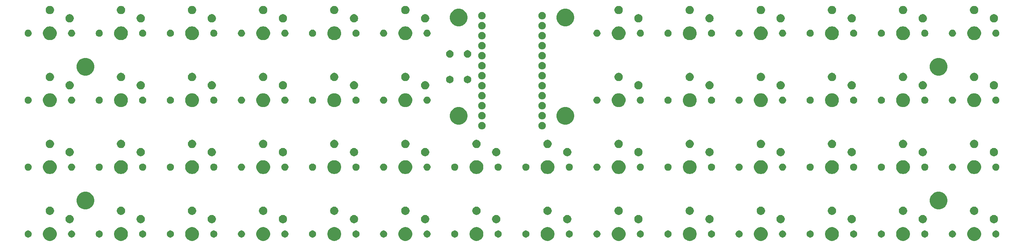
<source format=gts>
G04 #@! TF.GenerationSoftware,KiCad,Pcbnew,(5.1.4)-1*
G04 #@! TF.CreationDate,2021-09-24T23:07:36-04:00*
G04 #@! TF.ProjectId,horizon-choc,686f7269-7a6f-46e2-9d63-686f632e6b69,rev?*
G04 #@! TF.SameCoordinates,Original*
G04 #@! TF.FileFunction,Soldermask,Top*
G04 #@! TF.FilePolarity,Negative*
%FSLAX46Y46*%
G04 Gerber Fmt 4.6, Leading zero omitted, Abs format (unit mm)*
G04 Created by KiCad (PCBNEW (5.1.4)-1) date 2021-09-24 23:07:36*
%MOMM*%
%LPD*%
G04 APERTURE LIST*
%ADD10C,0.100000*%
G04 APERTURE END LIST*
D10*
G36*
X175397985Y-152793860D02*
G01*
X175510748Y-152816290D01*
X175642741Y-152870963D01*
X175829408Y-152948283D01*
X176116196Y-153139909D01*
X176360091Y-153383804D01*
X176551717Y-153670592D01*
X176683710Y-153989253D01*
X176751000Y-154327540D01*
X176751000Y-154672460D01*
X176683710Y-155010747D01*
X176551717Y-155329408D01*
X176360091Y-155616196D01*
X176116196Y-155860091D01*
X175829408Y-156051717D01*
X175642741Y-156129037D01*
X175510748Y-156183710D01*
X175397985Y-156206140D01*
X175172460Y-156251000D01*
X174827540Y-156251000D01*
X174602015Y-156206140D01*
X174489252Y-156183710D01*
X174357259Y-156129037D01*
X174170592Y-156051717D01*
X173883804Y-155860091D01*
X173639909Y-155616196D01*
X173448283Y-155329408D01*
X173316290Y-155010747D01*
X173249000Y-154672460D01*
X173249000Y-154327540D01*
X173316290Y-153989253D01*
X173448283Y-153670592D01*
X173639909Y-153383804D01*
X173883804Y-153139909D01*
X174170592Y-152948283D01*
X174357259Y-152870963D01*
X174489252Y-152816290D01*
X174602015Y-152793860D01*
X174827540Y-152749000D01*
X175172460Y-152749000D01*
X175397985Y-152793860D01*
X175397985Y-152793860D01*
G37*
G36*
X301397985Y-152793860D02*
G01*
X301510748Y-152816290D01*
X301642741Y-152870963D01*
X301829408Y-152948283D01*
X302116196Y-153139909D01*
X302360091Y-153383804D01*
X302551717Y-153670592D01*
X302683710Y-153989253D01*
X302751000Y-154327540D01*
X302751000Y-154672460D01*
X302683710Y-155010747D01*
X302551717Y-155329408D01*
X302360091Y-155616196D01*
X302116196Y-155860091D01*
X301829408Y-156051717D01*
X301642741Y-156129037D01*
X301510748Y-156183710D01*
X301397985Y-156206140D01*
X301172460Y-156251000D01*
X300827540Y-156251000D01*
X300602015Y-156206140D01*
X300489252Y-156183710D01*
X300357259Y-156129037D01*
X300170592Y-156051717D01*
X299883804Y-155860091D01*
X299639909Y-155616196D01*
X299448283Y-155329408D01*
X299316290Y-155010747D01*
X299249000Y-154672460D01*
X299249000Y-154327540D01*
X299316290Y-153989253D01*
X299448283Y-153670592D01*
X299639909Y-153383804D01*
X299883804Y-153139909D01*
X300170592Y-152948283D01*
X300357259Y-152870963D01*
X300489252Y-152816290D01*
X300602015Y-152793860D01*
X300827540Y-152749000D01*
X301172460Y-152749000D01*
X301397985Y-152793860D01*
X301397985Y-152793860D01*
G37*
G36*
X319397985Y-152793860D02*
G01*
X319510748Y-152816290D01*
X319642741Y-152870963D01*
X319829408Y-152948283D01*
X320116196Y-153139909D01*
X320360091Y-153383804D01*
X320551717Y-153670592D01*
X320683710Y-153989253D01*
X320751000Y-154327540D01*
X320751000Y-154672460D01*
X320683710Y-155010747D01*
X320551717Y-155329408D01*
X320360091Y-155616196D01*
X320116196Y-155860091D01*
X319829408Y-156051717D01*
X319642741Y-156129037D01*
X319510748Y-156183710D01*
X319397985Y-156206140D01*
X319172460Y-156251000D01*
X318827540Y-156251000D01*
X318602015Y-156206140D01*
X318489252Y-156183710D01*
X318357259Y-156129037D01*
X318170592Y-156051717D01*
X317883804Y-155860091D01*
X317639909Y-155616196D01*
X317448283Y-155329408D01*
X317316290Y-155010747D01*
X317249000Y-154672460D01*
X317249000Y-154327540D01*
X317316290Y-153989253D01*
X317448283Y-153670592D01*
X317639909Y-153383804D01*
X317883804Y-153139909D01*
X318170592Y-152948283D01*
X318357259Y-152870963D01*
X318489252Y-152816290D01*
X318602015Y-152793860D01*
X318827540Y-152749000D01*
X319172460Y-152749000D01*
X319397985Y-152793860D01*
X319397985Y-152793860D01*
G37*
G36*
X283397985Y-152793860D02*
G01*
X283510748Y-152816290D01*
X283642741Y-152870963D01*
X283829408Y-152948283D01*
X284116196Y-153139909D01*
X284360091Y-153383804D01*
X284551717Y-153670592D01*
X284683710Y-153989253D01*
X284751000Y-154327540D01*
X284751000Y-154672460D01*
X284683710Y-155010747D01*
X284551717Y-155329408D01*
X284360091Y-155616196D01*
X284116196Y-155860091D01*
X283829408Y-156051717D01*
X283642741Y-156129037D01*
X283510748Y-156183710D01*
X283397985Y-156206140D01*
X283172460Y-156251000D01*
X282827540Y-156251000D01*
X282602015Y-156206140D01*
X282489252Y-156183710D01*
X282357259Y-156129037D01*
X282170592Y-156051717D01*
X281883804Y-155860091D01*
X281639909Y-155616196D01*
X281448283Y-155329408D01*
X281316290Y-155010747D01*
X281249000Y-154672460D01*
X281249000Y-154327540D01*
X281316290Y-153989253D01*
X281448283Y-153670592D01*
X281639909Y-153383804D01*
X281883804Y-153139909D01*
X282170592Y-152948283D01*
X282357259Y-152870963D01*
X282489252Y-152816290D01*
X282602015Y-152793860D01*
X282827540Y-152749000D01*
X283172460Y-152749000D01*
X283397985Y-152793860D01*
X283397985Y-152793860D01*
G37*
G36*
X265397985Y-152793860D02*
G01*
X265510748Y-152816290D01*
X265642741Y-152870963D01*
X265829408Y-152948283D01*
X266116196Y-153139909D01*
X266360091Y-153383804D01*
X266551717Y-153670592D01*
X266683710Y-153989253D01*
X266751000Y-154327540D01*
X266751000Y-154672460D01*
X266683710Y-155010747D01*
X266551717Y-155329408D01*
X266360091Y-155616196D01*
X266116196Y-155860091D01*
X265829408Y-156051717D01*
X265642741Y-156129037D01*
X265510748Y-156183710D01*
X265397985Y-156206140D01*
X265172460Y-156251000D01*
X264827540Y-156251000D01*
X264602015Y-156206140D01*
X264489252Y-156183710D01*
X264357259Y-156129037D01*
X264170592Y-156051717D01*
X263883804Y-155860091D01*
X263639909Y-155616196D01*
X263448283Y-155329408D01*
X263316290Y-155010747D01*
X263249000Y-154672460D01*
X263249000Y-154327540D01*
X263316290Y-153989253D01*
X263448283Y-153670592D01*
X263639909Y-153383804D01*
X263883804Y-153139909D01*
X264170592Y-152948283D01*
X264357259Y-152870963D01*
X264489252Y-152816290D01*
X264602015Y-152793860D01*
X264827540Y-152749000D01*
X265172460Y-152749000D01*
X265397985Y-152793860D01*
X265397985Y-152793860D01*
G37*
G36*
X85397985Y-152793860D02*
G01*
X85510748Y-152816290D01*
X85642741Y-152870963D01*
X85829408Y-152948283D01*
X86116196Y-153139909D01*
X86360091Y-153383804D01*
X86551717Y-153670592D01*
X86683710Y-153989253D01*
X86751000Y-154327540D01*
X86751000Y-154672460D01*
X86683710Y-155010747D01*
X86551717Y-155329408D01*
X86360091Y-155616196D01*
X86116196Y-155860091D01*
X85829408Y-156051717D01*
X85642741Y-156129037D01*
X85510748Y-156183710D01*
X85397985Y-156206140D01*
X85172460Y-156251000D01*
X84827540Y-156251000D01*
X84602015Y-156206140D01*
X84489252Y-156183710D01*
X84357259Y-156129037D01*
X84170592Y-156051717D01*
X83883804Y-155860091D01*
X83639909Y-155616196D01*
X83448283Y-155329408D01*
X83316290Y-155010747D01*
X83249000Y-154672460D01*
X83249000Y-154327540D01*
X83316290Y-153989253D01*
X83448283Y-153670592D01*
X83639909Y-153383804D01*
X83883804Y-153139909D01*
X84170592Y-152948283D01*
X84357259Y-152870963D01*
X84489252Y-152816290D01*
X84602015Y-152793860D01*
X84827540Y-152749000D01*
X85172460Y-152749000D01*
X85397985Y-152793860D01*
X85397985Y-152793860D01*
G37*
G36*
X247397985Y-152793860D02*
G01*
X247510748Y-152816290D01*
X247642741Y-152870963D01*
X247829408Y-152948283D01*
X248116196Y-153139909D01*
X248360091Y-153383804D01*
X248551717Y-153670592D01*
X248683710Y-153989253D01*
X248751000Y-154327540D01*
X248751000Y-154672460D01*
X248683710Y-155010747D01*
X248551717Y-155329408D01*
X248360091Y-155616196D01*
X248116196Y-155860091D01*
X247829408Y-156051717D01*
X247642741Y-156129037D01*
X247510748Y-156183710D01*
X247397985Y-156206140D01*
X247172460Y-156251000D01*
X246827540Y-156251000D01*
X246602015Y-156206140D01*
X246489252Y-156183710D01*
X246357259Y-156129037D01*
X246170592Y-156051717D01*
X245883804Y-155860091D01*
X245639909Y-155616196D01*
X245448283Y-155329408D01*
X245316290Y-155010747D01*
X245249000Y-154672460D01*
X245249000Y-154327540D01*
X245316290Y-153989253D01*
X245448283Y-153670592D01*
X245639909Y-153383804D01*
X245883804Y-153139909D01*
X246170592Y-152948283D01*
X246357259Y-152870963D01*
X246489252Y-152816290D01*
X246602015Y-152793860D01*
X246827540Y-152749000D01*
X247172460Y-152749000D01*
X247397985Y-152793860D01*
X247397985Y-152793860D01*
G37*
G36*
X229397985Y-152793860D02*
G01*
X229510748Y-152816290D01*
X229642741Y-152870963D01*
X229829408Y-152948283D01*
X230116196Y-153139909D01*
X230360091Y-153383804D01*
X230551717Y-153670592D01*
X230683710Y-153989253D01*
X230751000Y-154327540D01*
X230751000Y-154672460D01*
X230683710Y-155010747D01*
X230551717Y-155329408D01*
X230360091Y-155616196D01*
X230116196Y-155860091D01*
X229829408Y-156051717D01*
X229642741Y-156129037D01*
X229510748Y-156183710D01*
X229397985Y-156206140D01*
X229172460Y-156251000D01*
X228827540Y-156251000D01*
X228602015Y-156206140D01*
X228489252Y-156183710D01*
X228357259Y-156129037D01*
X228170592Y-156051717D01*
X227883804Y-155860091D01*
X227639909Y-155616196D01*
X227448283Y-155329408D01*
X227316290Y-155010747D01*
X227249000Y-154672460D01*
X227249000Y-154327540D01*
X227316290Y-153989253D01*
X227448283Y-153670592D01*
X227639909Y-153383804D01*
X227883804Y-153139909D01*
X228170592Y-152948283D01*
X228357259Y-152870963D01*
X228489252Y-152816290D01*
X228602015Y-152793860D01*
X228827540Y-152749000D01*
X229172460Y-152749000D01*
X229397985Y-152793860D01*
X229397985Y-152793860D01*
G37*
G36*
X193397985Y-152793860D02*
G01*
X193510748Y-152816290D01*
X193642741Y-152870963D01*
X193829408Y-152948283D01*
X194116196Y-153139909D01*
X194360091Y-153383804D01*
X194551717Y-153670592D01*
X194683710Y-153989253D01*
X194751000Y-154327540D01*
X194751000Y-154672460D01*
X194683710Y-155010747D01*
X194551717Y-155329408D01*
X194360091Y-155616196D01*
X194116196Y-155860091D01*
X193829408Y-156051717D01*
X193642741Y-156129037D01*
X193510748Y-156183710D01*
X193397985Y-156206140D01*
X193172460Y-156251000D01*
X192827540Y-156251000D01*
X192602015Y-156206140D01*
X192489252Y-156183710D01*
X192357259Y-156129037D01*
X192170592Y-156051717D01*
X191883804Y-155860091D01*
X191639909Y-155616196D01*
X191448283Y-155329408D01*
X191316290Y-155010747D01*
X191249000Y-154672460D01*
X191249000Y-154327540D01*
X191316290Y-153989253D01*
X191448283Y-153670592D01*
X191639909Y-153383804D01*
X191883804Y-153139909D01*
X192170592Y-152948283D01*
X192357259Y-152870963D01*
X192489252Y-152816290D01*
X192602015Y-152793860D01*
X192827540Y-152749000D01*
X193172460Y-152749000D01*
X193397985Y-152793860D01*
X193397985Y-152793860D01*
G37*
G36*
X211397985Y-152793860D02*
G01*
X211510748Y-152816290D01*
X211642741Y-152870963D01*
X211829408Y-152948283D01*
X212116196Y-153139909D01*
X212360091Y-153383804D01*
X212551717Y-153670592D01*
X212683710Y-153989253D01*
X212751000Y-154327540D01*
X212751000Y-154672460D01*
X212683710Y-155010747D01*
X212551717Y-155329408D01*
X212360091Y-155616196D01*
X212116196Y-155860091D01*
X211829408Y-156051717D01*
X211642741Y-156129037D01*
X211510748Y-156183710D01*
X211397985Y-156206140D01*
X211172460Y-156251000D01*
X210827540Y-156251000D01*
X210602015Y-156206140D01*
X210489252Y-156183710D01*
X210357259Y-156129037D01*
X210170592Y-156051717D01*
X209883804Y-155860091D01*
X209639909Y-155616196D01*
X209448283Y-155329408D01*
X209316290Y-155010747D01*
X209249000Y-154672460D01*
X209249000Y-154327540D01*
X209316290Y-153989253D01*
X209448283Y-153670592D01*
X209639909Y-153383804D01*
X209883804Y-153139909D01*
X210170592Y-152948283D01*
X210357259Y-152870963D01*
X210489252Y-152816290D01*
X210602015Y-152793860D01*
X210827540Y-152749000D01*
X211172460Y-152749000D01*
X211397985Y-152793860D01*
X211397985Y-152793860D01*
G37*
G36*
X157397985Y-152793860D02*
G01*
X157510748Y-152816290D01*
X157642741Y-152870963D01*
X157829408Y-152948283D01*
X158116196Y-153139909D01*
X158360091Y-153383804D01*
X158551717Y-153670592D01*
X158683710Y-153989253D01*
X158751000Y-154327540D01*
X158751000Y-154672460D01*
X158683710Y-155010747D01*
X158551717Y-155329408D01*
X158360091Y-155616196D01*
X158116196Y-155860091D01*
X157829408Y-156051717D01*
X157642741Y-156129037D01*
X157510748Y-156183710D01*
X157397985Y-156206140D01*
X157172460Y-156251000D01*
X156827540Y-156251000D01*
X156602015Y-156206140D01*
X156489252Y-156183710D01*
X156357259Y-156129037D01*
X156170592Y-156051717D01*
X155883804Y-155860091D01*
X155639909Y-155616196D01*
X155448283Y-155329408D01*
X155316290Y-155010747D01*
X155249000Y-154672460D01*
X155249000Y-154327540D01*
X155316290Y-153989253D01*
X155448283Y-153670592D01*
X155639909Y-153383804D01*
X155883804Y-153139909D01*
X156170592Y-152948283D01*
X156357259Y-152870963D01*
X156489252Y-152816290D01*
X156602015Y-152793860D01*
X156827540Y-152749000D01*
X157172460Y-152749000D01*
X157397985Y-152793860D01*
X157397985Y-152793860D01*
G37*
G36*
X139397985Y-152793860D02*
G01*
X139510748Y-152816290D01*
X139642741Y-152870963D01*
X139829408Y-152948283D01*
X140116196Y-153139909D01*
X140360091Y-153383804D01*
X140551717Y-153670592D01*
X140683710Y-153989253D01*
X140751000Y-154327540D01*
X140751000Y-154672460D01*
X140683710Y-155010747D01*
X140551717Y-155329408D01*
X140360091Y-155616196D01*
X140116196Y-155860091D01*
X139829408Y-156051717D01*
X139642741Y-156129037D01*
X139510748Y-156183710D01*
X139397985Y-156206140D01*
X139172460Y-156251000D01*
X138827540Y-156251000D01*
X138602015Y-156206140D01*
X138489252Y-156183710D01*
X138357259Y-156129037D01*
X138170592Y-156051717D01*
X137883804Y-155860091D01*
X137639909Y-155616196D01*
X137448283Y-155329408D01*
X137316290Y-155010747D01*
X137249000Y-154672460D01*
X137249000Y-154327540D01*
X137316290Y-153989253D01*
X137448283Y-153670592D01*
X137639909Y-153383804D01*
X137883804Y-153139909D01*
X138170592Y-152948283D01*
X138357259Y-152870963D01*
X138489252Y-152816290D01*
X138602015Y-152793860D01*
X138827540Y-152749000D01*
X139172460Y-152749000D01*
X139397985Y-152793860D01*
X139397985Y-152793860D01*
G37*
G36*
X103397985Y-152793860D02*
G01*
X103510748Y-152816290D01*
X103642741Y-152870963D01*
X103829408Y-152948283D01*
X104116196Y-153139909D01*
X104360091Y-153383804D01*
X104551717Y-153670592D01*
X104683710Y-153989253D01*
X104751000Y-154327540D01*
X104751000Y-154672460D01*
X104683710Y-155010747D01*
X104551717Y-155329408D01*
X104360091Y-155616196D01*
X104116196Y-155860091D01*
X103829408Y-156051717D01*
X103642741Y-156129037D01*
X103510748Y-156183710D01*
X103397985Y-156206140D01*
X103172460Y-156251000D01*
X102827540Y-156251000D01*
X102602015Y-156206140D01*
X102489252Y-156183710D01*
X102357259Y-156129037D01*
X102170592Y-156051717D01*
X101883804Y-155860091D01*
X101639909Y-155616196D01*
X101448283Y-155329408D01*
X101316290Y-155010747D01*
X101249000Y-154672460D01*
X101249000Y-154327540D01*
X101316290Y-153989253D01*
X101448283Y-153670592D01*
X101639909Y-153383804D01*
X101883804Y-153139909D01*
X102170592Y-152948283D01*
X102357259Y-152870963D01*
X102489252Y-152816290D01*
X102602015Y-152793860D01*
X102827540Y-152749000D01*
X103172460Y-152749000D01*
X103397985Y-152793860D01*
X103397985Y-152793860D01*
G37*
G36*
X121397985Y-152793860D02*
G01*
X121510748Y-152816290D01*
X121642741Y-152870963D01*
X121829408Y-152948283D01*
X122116196Y-153139909D01*
X122360091Y-153383804D01*
X122551717Y-153670592D01*
X122683710Y-153989253D01*
X122751000Y-154327540D01*
X122751000Y-154672460D01*
X122683710Y-155010747D01*
X122551717Y-155329408D01*
X122360091Y-155616196D01*
X122116196Y-155860091D01*
X121829408Y-156051717D01*
X121642741Y-156129037D01*
X121510748Y-156183710D01*
X121397985Y-156206140D01*
X121172460Y-156251000D01*
X120827540Y-156251000D01*
X120602015Y-156206140D01*
X120489252Y-156183710D01*
X120357259Y-156129037D01*
X120170592Y-156051717D01*
X119883804Y-155860091D01*
X119639909Y-155616196D01*
X119448283Y-155329408D01*
X119316290Y-155010747D01*
X119249000Y-154672460D01*
X119249000Y-154327540D01*
X119316290Y-153989253D01*
X119448283Y-153670592D01*
X119639909Y-153383804D01*
X119883804Y-153139909D01*
X120170592Y-152948283D01*
X120357259Y-152870963D01*
X120489252Y-152816290D01*
X120602015Y-152793860D01*
X120827540Y-152749000D01*
X121172460Y-152749000D01*
X121397985Y-152793860D01*
X121397985Y-152793860D01*
G37*
G36*
X90613512Y-153603927D02*
G01*
X90762812Y-153633624D01*
X90926784Y-153701544D01*
X91074354Y-153800147D01*
X91199853Y-153925646D01*
X91298456Y-154073216D01*
X91366376Y-154237188D01*
X91401000Y-154411259D01*
X91401000Y-154588741D01*
X91366376Y-154762812D01*
X91298456Y-154926784D01*
X91199853Y-155074354D01*
X91074354Y-155199853D01*
X90926784Y-155298456D01*
X90762812Y-155366376D01*
X90613512Y-155396073D01*
X90588742Y-155401000D01*
X90411258Y-155401000D01*
X90386488Y-155396073D01*
X90237188Y-155366376D01*
X90073216Y-155298456D01*
X89925646Y-155199853D01*
X89800147Y-155074354D01*
X89701544Y-154926784D01*
X89633624Y-154762812D01*
X89599000Y-154588741D01*
X89599000Y-154411259D01*
X89633624Y-154237188D01*
X89701544Y-154073216D01*
X89800147Y-153925646D01*
X89925646Y-153800147D01*
X90073216Y-153701544D01*
X90237188Y-153633624D01*
X90386488Y-153603927D01*
X90411258Y-153599000D01*
X90588742Y-153599000D01*
X90613512Y-153603927D01*
X90613512Y-153603927D01*
G37*
G36*
X198613512Y-153603927D02*
G01*
X198762812Y-153633624D01*
X198926784Y-153701544D01*
X199074354Y-153800147D01*
X199199853Y-153925646D01*
X199298456Y-154073216D01*
X199366376Y-154237188D01*
X199401000Y-154411259D01*
X199401000Y-154588741D01*
X199366376Y-154762812D01*
X199298456Y-154926784D01*
X199199853Y-155074354D01*
X199074354Y-155199853D01*
X198926784Y-155298456D01*
X198762812Y-155366376D01*
X198613512Y-155396073D01*
X198588742Y-155401000D01*
X198411258Y-155401000D01*
X198386488Y-155396073D01*
X198237188Y-155366376D01*
X198073216Y-155298456D01*
X197925646Y-155199853D01*
X197800147Y-155074354D01*
X197701544Y-154926784D01*
X197633624Y-154762812D01*
X197599000Y-154588741D01*
X197599000Y-154411259D01*
X197633624Y-154237188D01*
X197701544Y-154073216D01*
X197800147Y-153925646D01*
X197925646Y-153800147D01*
X198073216Y-153701544D01*
X198237188Y-153633624D01*
X198386488Y-153603927D01*
X198411258Y-153599000D01*
X198588742Y-153599000D01*
X198613512Y-153603927D01*
X198613512Y-153603927D01*
G37*
G36*
X187613512Y-153603927D02*
G01*
X187762812Y-153633624D01*
X187926784Y-153701544D01*
X188074354Y-153800147D01*
X188199853Y-153925646D01*
X188298456Y-154073216D01*
X188366376Y-154237188D01*
X188401000Y-154411259D01*
X188401000Y-154588741D01*
X188366376Y-154762812D01*
X188298456Y-154926784D01*
X188199853Y-155074354D01*
X188074354Y-155199853D01*
X187926784Y-155298456D01*
X187762812Y-155366376D01*
X187613512Y-155396073D01*
X187588742Y-155401000D01*
X187411258Y-155401000D01*
X187386488Y-155396073D01*
X187237188Y-155366376D01*
X187073216Y-155298456D01*
X186925646Y-155199853D01*
X186800147Y-155074354D01*
X186701544Y-154926784D01*
X186633624Y-154762812D01*
X186599000Y-154588741D01*
X186599000Y-154411259D01*
X186633624Y-154237188D01*
X186701544Y-154073216D01*
X186800147Y-153925646D01*
X186925646Y-153800147D01*
X187073216Y-153701544D01*
X187237188Y-153633624D01*
X187386488Y-153603927D01*
X187411258Y-153599000D01*
X187588742Y-153599000D01*
X187613512Y-153603927D01*
X187613512Y-153603927D01*
G37*
G36*
X169613512Y-153603927D02*
G01*
X169762812Y-153633624D01*
X169926784Y-153701544D01*
X170074354Y-153800147D01*
X170199853Y-153925646D01*
X170298456Y-154073216D01*
X170366376Y-154237188D01*
X170401000Y-154411259D01*
X170401000Y-154588741D01*
X170366376Y-154762812D01*
X170298456Y-154926784D01*
X170199853Y-155074354D01*
X170074354Y-155199853D01*
X169926784Y-155298456D01*
X169762812Y-155366376D01*
X169613512Y-155396073D01*
X169588742Y-155401000D01*
X169411258Y-155401000D01*
X169386488Y-155396073D01*
X169237188Y-155366376D01*
X169073216Y-155298456D01*
X168925646Y-155199853D01*
X168800147Y-155074354D01*
X168701544Y-154926784D01*
X168633624Y-154762812D01*
X168599000Y-154588741D01*
X168599000Y-154411259D01*
X168633624Y-154237188D01*
X168701544Y-154073216D01*
X168800147Y-153925646D01*
X168925646Y-153800147D01*
X169073216Y-153701544D01*
X169237188Y-153633624D01*
X169386488Y-153603927D01*
X169411258Y-153599000D01*
X169588742Y-153599000D01*
X169613512Y-153603927D01*
X169613512Y-153603927D01*
G37*
G36*
X162613512Y-153603927D02*
G01*
X162762812Y-153633624D01*
X162926784Y-153701544D01*
X163074354Y-153800147D01*
X163199853Y-153925646D01*
X163298456Y-154073216D01*
X163366376Y-154237188D01*
X163401000Y-154411259D01*
X163401000Y-154588741D01*
X163366376Y-154762812D01*
X163298456Y-154926784D01*
X163199853Y-155074354D01*
X163074354Y-155199853D01*
X162926784Y-155298456D01*
X162762812Y-155366376D01*
X162613512Y-155396073D01*
X162588742Y-155401000D01*
X162411258Y-155401000D01*
X162386488Y-155396073D01*
X162237188Y-155366376D01*
X162073216Y-155298456D01*
X161925646Y-155199853D01*
X161800147Y-155074354D01*
X161701544Y-154926784D01*
X161633624Y-154762812D01*
X161599000Y-154588741D01*
X161599000Y-154411259D01*
X161633624Y-154237188D01*
X161701544Y-154073216D01*
X161800147Y-153925646D01*
X161925646Y-153800147D01*
X162073216Y-153701544D01*
X162237188Y-153633624D01*
X162386488Y-153603927D01*
X162411258Y-153599000D01*
X162588742Y-153599000D01*
X162613512Y-153603927D01*
X162613512Y-153603927D01*
G37*
G36*
X151613512Y-153603927D02*
G01*
X151762812Y-153633624D01*
X151926784Y-153701544D01*
X152074354Y-153800147D01*
X152199853Y-153925646D01*
X152298456Y-154073216D01*
X152366376Y-154237188D01*
X152401000Y-154411259D01*
X152401000Y-154588741D01*
X152366376Y-154762812D01*
X152298456Y-154926784D01*
X152199853Y-155074354D01*
X152074354Y-155199853D01*
X151926784Y-155298456D01*
X151762812Y-155366376D01*
X151613512Y-155396073D01*
X151588742Y-155401000D01*
X151411258Y-155401000D01*
X151386488Y-155396073D01*
X151237188Y-155366376D01*
X151073216Y-155298456D01*
X150925646Y-155199853D01*
X150800147Y-155074354D01*
X150701544Y-154926784D01*
X150633624Y-154762812D01*
X150599000Y-154588741D01*
X150599000Y-154411259D01*
X150633624Y-154237188D01*
X150701544Y-154073216D01*
X150800147Y-153925646D01*
X150925646Y-153800147D01*
X151073216Y-153701544D01*
X151237188Y-153633624D01*
X151386488Y-153603927D01*
X151411258Y-153599000D01*
X151588742Y-153599000D01*
X151613512Y-153603927D01*
X151613512Y-153603927D01*
G37*
G36*
X180613512Y-153603927D02*
G01*
X180762812Y-153633624D01*
X180926784Y-153701544D01*
X181074354Y-153800147D01*
X181199853Y-153925646D01*
X181298456Y-154073216D01*
X181366376Y-154237188D01*
X181401000Y-154411259D01*
X181401000Y-154588741D01*
X181366376Y-154762812D01*
X181298456Y-154926784D01*
X181199853Y-155074354D01*
X181074354Y-155199853D01*
X180926784Y-155298456D01*
X180762812Y-155366376D01*
X180613512Y-155396073D01*
X180588742Y-155401000D01*
X180411258Y-155401000D01*
X180386488Y-155396073D01*
X180237188Y-155366376D01*
X180073216Y-155298456D01*
X179925646Y-155199853D01*
X179800147Y-155074354D01*
X179701544Y-154926784D01*
X179633624Y-154762812D01*
X179599000Y-154588741D01*
X179599000Y-154411259D01*
X179633624Y-154237188D01*
X179701544Y-154073216D01*
X179800147Y-153925646D01*
X179925646Y-153800147D01*
X180073216Y-153701544D01*
X180237188Y-153633624D01*
X180386488Y-153603927D01*
X180411258Y-153599000D01*
X180588742Y-153599000D01*
X180613512Y-153603927D01*
X180613512Y-153603927D01*
G37*
G36*
X313613512Y-153603927D02*
G01*
X313762812Y-153633624D01*
X313926784Y-153701544D01*
X314074354Y-153800147D01*
X314199853Y-153925646D01*
X314298456Y-154073216D01*
X314366376Y-154237188D01*
X314401000Y-154411259D01*
X314401000Y-154588741D01*
X314366376Y-154762812D01*
X314298456Y-154926784D01*
X314199853Y-155074354D01*
X314074354Y-155199853D01*
X313926784Y-155298456D01*
X313762812Y-155366376D01*
X313613512Y-155396073D01*
X313588742Y-155401000D01*
X313411258Y-155401000D01*
X313386488Y-155396073D01*
X313237188Y-155366376D01*
X313073216Y-155298456D01*
X312925646Y-155199853D01*
X312800147Y-155074354D01*
X312701544Y-154926784D01*
X312633624Y-154762812D01*
X312599000Y-154588741D01*
X312599000Y-154411259D01*
X312633624Y-154237188D01*
X312701544Y-154073216D01*
X312800147Y-153925646D01*
X312925646Y-153800147D01*
X313073216Y-153701544D01*
X313237188Y-153633624D01*
X313386488Y-153603927D01*
X313411258Y-153599000D01*
X313588742Y-153599000D01*
X313613512Y-153603927D01*
X313613512Y-153603927D01*
G37*
G36*
X324613512Y-153603927D02*
G01*
X324762812Y-153633624D01*
X324926784Y-153701544D01*
X325074354Y-153800147D01*
X325199853Y-153925646D01*
X325298456Y-154073216D01*
X325366376Y-154237188D01*
X325401000Y-154411259D01*
X325401000Y-154588741D01*
X325366376Y-154762812D01*
X325298456Y-154926784D01*
X325199853Y-155074354D01*
X325074354Y-155199853D01*
X324926784Y-155298456D01*
X324762812Y-155366376D01*
X324613512Y-155396073D01*
X324588742Y-155401000D01*
X324411258Y-155401000D01*
X324386488Y-155396073D01*
X324237188Y-155366376D01*
X324073216Y-155298456D01*
X323925646Y-155199853D01*
X323800147Y-155074354D01*
X323701544Y-154926784D01*
X323633624Y-154762812D01*
X323599000Y-154588741D01*
X323599000Y-154411259D01*
X323633624Y-154237188D01*
X323701544Y-154073216D01*
X323800147Y-153925646D01*
X323925646Y-153800147D01*
X324073216Y-153701544D01*
X324237188Y-153633624D01*
X324386488Y-153603927D01*
X324411258Y-153599000D01*
X324588742Y-153599000D01*
X324613512Y-153603927D01*
X324613512Y-153603927D01*
G37*
G36*
X306613512Y-153603927D02*
G01*
X306762812Y-153633624D01*
X306926784Y-153701544D01*
X307074354Y-153800147D01*
X307199853Y-153925646D01*
X307298456Y-154073216D01*
X307366376Y-154237188D01*
X307401000Y-154411259D01*
X307401000Y-154588741D01*
X307366376Y-154762812D01*
X307298456Y-154926784D01*
X307199853Y-155074354D01*
X307074354Y-155199853D01*
X306926784Y-155298456D01*
X306762812Y-155366376D01*
X306613512Y-155396073D01*
X306588742Y-155401000D01*
X306411258Y-155401000D01*
X306386488Y-155396073D01*
X306237188Y-155366376D01*
X306073216Y-155298456D01*
X305925646Y-155199853D01*
X305800147Y-155074354D01*
X305701544Y-154926784D01*
X305633624Y-154762812D01*
X305599000Y-154588741D01*
X305599000Y-154411259D01*
X305633624Y-154237188D01*
X305701544Y-154073216D01*
X305800147Y-153925646D01*
X305925646Y-153800147D01*
X306073216Y-153701544D01*
X306237188Y-153633624D01*
X306386488Y-153603927D01*
X306411258Y-153599000D01*
X306588742Y-153599000D01*
X306613512Y-153603927D01*
X306613512Y-153603927D01*
G37*
G36*
X277613512Y-153603927D02*
G01*
X277762812Y-153633624D01*
X277926784Y-153701544D01*
X278074354Y-153800147D01*
X278199853Y-153925646D01*
X278298456Y-154073216D01*
X278366376Y-154237188D01*
X278401000Y-154411259D01*
X278401000Y-154588741D01*
X278366376Y-154762812D01*
X278298456Y-154926784D01*
X278199853Y-155074354D01*
X278074354Y-155199853D01*
X277926784Y-155298456D01*
X277762812Y-155366376D01*
X277613512Y-155396073D01*
X277588742Y-155401000D01*
X277411258Y-155401000D01*
X277386488Y-155396073D01*
X277237188Y-155366376D01*
X277073216Y-155298456D01*
X276925646Y-155199853D01*
X276800147Y-155074354D01*
X276701544Y-154926784D01*
X276633624Y-154762812D01*
X276599000Y-154588741D01*
X276599000Y-154411259D01*
X276633624Y-154237188D01*
X276701544Y-154073216D01*
X276800147Y-153925646D01*
X276925646Y-153800147D01*
X277073216Y-153701544D01*
X277237188Y-153633624D01*
X277386488Y-153603927D01*
X277411258Y-153599000D01*
X277588742Y-153599000D01*
X277613512Y-153603927D01*
X277613512Y-153603927D01*
G37*
G36*
X288613512Y-153603927D02*
G01*
X288762812Y-153633624D01*
X288926784Y-153701544D01*
X289074354Y-153800147D01*
X289199853Y-153925646D01*
X289298456Y-154073216D01*
X289366376Y-154237188D01*
X289401000Y-154411259D01*
X289401000Y-154588741D01*
X289366376Y-154762812D01*
X289298456Y-154926784D01*
X289199853Y-155074354D01*
X289074354Y-155199853D01*
X288926784Y-155298456D01*
X288762812Y-155366376D01*
X288613512Y-155396073D01*
X288588742Y-155401000D01*
X288411258Y-155401000D01*
X288386488Y-155396073D01*
X288237188Y-155366376D01*
X288073216Y-155298456D01*
X287925646Y-155199853D01*
X287800147Y-155074354D01*
X287701544Y-154926784D01*
X287633624Y-154762812D01*
X287599000Y-154588741D01*
X287599000Y-154411259D01*
X287633624Y-154237188D01*
X287701544Y-154073216D01*
X287800147Y-153925646D01*
X287925646Y-153800147D01*
X288073216Y-153701544D01*
X288237188Y-153633624D01*
X288386488Y-153603927D01*
X288411258Y-153599000D01*
X288588742Y-153599000D01*
X288613512Y-153603927D01*
X288613512Y-153603927D01*
G37*
G36*
X79613512Y-153603927D02*
G01*
X79762812Y-153633624D01*
X79926784Y-153701544D01*
X80074354Y-153800147D01*
X80199853Y-153925646D01*
X80298456Y-154073216D01*
X80366376Y-154237188D01*
X80401000Y-154411259D01*
X80401000Y-154588741D01*
X80366376Y-154762812D01*
X80298456Y-154926784D01*
X80199853Y-155074354D01*
X80074354Y-155199853D01*
X79926784Y-155298456D01*
X79762812Y-155366376D01*
X79613512Y-155396073D01*
X79588742Y-155401000D01*
X79411258Y-155401000D01*
X79386488Y-155396073D01*
X79237188Y-155366376D01*
X79073216Y-155298456D01*
X78925646Y-155199853D01*
X78800147Y-155074354D01*
X78701544Y-154926784D01*
X78633624Y-154762812D01*
X78599000Y-154588741D01*
X78599000Y-154411259D01*
X78633624Y-154237188D01*
X78701544Y-154073216D01*
X78800147Y-153925646D01*
X78925646Y-153800147D01*
X79073216Y-153701544D01*
X79237188Y-153633624D01*
X79386488Y-153603927D01*
X79411258Y-153599000D01*
X79588742Y-153599000D01*
X79613512Y-153603927D01*
X79613512Y-153603927D01*
G37*
G36*
X259613512Y-153603927D02*
G01*
X259762812Y-153633624D01*
X259926784Y-153701544D01*
X260074354Y-153800147D01*
X260199853Y-153925646D01*
X260298456Y-154073216D01*
X260366376Y-154237188D01*
X260401000Y-154411259D01*
X260401000Y-154588741D01*
X260366376Y-154762812D01*
X260298456Y-154926784D01*
X260199853Y-155074354D01*
X260074354Y-155199853D01*
X259926784Y-155298456D01*
X259762812Y-155366376D01*
X259613512Y-155396073D01*
X259588742Y-155401000D01*
X259411258Y-155401000D01*
X259386488Y-155396073D01*
X259237188Y-155366376D01*
X259073216Y-155298456D01*
X258925646Y-155199853D01*
X258800147Y-155074354D01*
X258701544Y-154926784D01*
X258633624Y-154762812D01*
X258599000Y-154588741D01*
X258599000Y-154411259D01*
X258633624Y-154237188D01*
X258701544Y-154073216D01*
X258800147Y-153925646D01*
X258925646Y-153800147D01*
X259073216Y-153701544D01*
X259237188Y-153633624D01*
X259386488Y-153603927D01*
X259411258Y-153599000D01*
X259588742Y-153599000D01*
X259613512Y-153603927D01*
X259613512Y-153603927D01*
G37*
G36*
X295613512Y-153603927D02*
G01*
X295762812Y-153633624D01*
X295926784Y-153701544D01*
X296074354Y-153800147D01*
X296199853Y-153925646D01*
X296298456Y-154073216D01*
X296366376Y-154237188D01*
X296401000Y-154411259D01*
X296401000Y-154588741D01*
X296366376Y-154762812D01*
X296298456Y-154926784D01*
X296199853Y-155074354D01*
X296074354Y-155199853D01*
X295926784Y-155298456D01*
X295762812Y-155366376D01*
X295613512Y-155396073D01*
X295588742Y-155401000D01*
X295411258Y-155401000D01*
X295386488Y-155396073D01*
X295237188Y-155366376D01*
X295073216Y-155298456D01*
X294925646Y-155199853D01*
X294800147Y-155074354D01*
X294701544Y-154926784D01*
X294633624Y-154762812D01*
X294599000Y-154588741D01*
X294599000Y-154411259D01*
X294633624Y-154237188D01*
X294701544Y-154073216D01*
X294800147Y-153925646D01*
X294925646Y-153800147D01*
X295073216Y-153701544D01*
X295237188Y-153633624D01*
X295386488Y-153603927D01*
X295411258Y-153599000D01*
X295588742Y-153599000D01*
X295613512Y-153603927D01*
X295613512Y-153603927D01*
G37*
G36*
X126613512Y-153603927D02*
G01*
X126762812Y-153633624D01*
X126926784Y-153701544D01*
X127074354Y-153800147D01*
X127199853Y-153925646D01*
X127298456Y-154073216D01*
X127366376Y-154237188D01*
X127401000Y-154411259D01*
X127401000Y-154588741D01*
X127366376Y-154762812D01*
X127298456Y-154926784D01*
X127199853Y-155074354D01*
X127074354Y-155199853D01*
X126926784Y-155298456D01*
X126762812Y-155366376D01*
X126613512Y-155396073D01*
X126588742Y-155401000D01*
X126411258Y-155401000D01*
X126386488Y-155396073D01*
X126237188Y-155366376D01*
X126073216Y-155298456D01*
X125925646Y-155199853D01*
X125800147Y-155074354D01*
X125701544Y-154926784D01*
X125633624Y-154762812D01*
X125599000Y-154588741D01*
X125599000Y-154411259D01*
X125633624Y-154237188D01*
X125701544Y-154073216D01*
X125800147Y-153925646D01*
X125925646Y-153800147D01*
X126073216Y-153701544D01*
X126237188Y-153633624D01*
X126386488Y-153603927D01*
X126411258Y-153599000D01*
X126588742Y-153599000D01*
X126613512Y-153603927D01*
X126613512Y-153603927D01*
G37*
G36*
X115613512Y-153603927D02*
G01*
X115762812Y-153633624D01*
X115926784Y-153701544D01*
X116074354Y-153800147D01*
X116199853Y-153925646D01*
X116298456Y-154073216D01*
X116366376Y-154237188D01*
X116401000Y-154411259D01*
X116401000Y-154588741D01*
X116366376Y-154762812D01*
X116298456Y-154926784D01*
X116199853Y-155074354D01*
X116074354Y-155199853D01*
X115926784Y-155298456D01*
X115762812Y-155366376D01*
X115613512Y-155396073D01*
X115588742Y-155401000D01*
X115411258Y-155401000D01*
X115386488Y-155396073D01*
X115237188Y-155366376D01*
X115073216Y-155298456D01*
X114925646Y-155199853D01*
X114800147Y-155074354D01*
X114701544Y-154926784D01*
X114633624Y-154762812D01*
X114599000Y-154588741D01*
X114599000Y-154411259D01*
X114633624Y-154237188D01*
X114701544Y-154073216D01*
X114800147Y-153925646D01*
X114925646Y-153800147D01*
X115073216Y-153701544D01*
X115237188Y-153633624D01*
X115386488Y-153603927D01*
X115411258Y-153599000D01*
X115588742Y-153599000D01*
X115613512Y-153603927D01*
X115613512Y-153603927D01*
G37*
G36*
X97613512Y-153603927D02*
G01*
X97762812Y-153633624D01*
X97926784Y-153701544D01*
X98074354Y-153800147D01*
X98199853Y-153925646D01*
X98298456Y-154073216D01*
X98366376Y-154237188D01*
X98401000Y-154411259D01*
X98401000Y-154588741D01*
X98366376Y-154762812D01*
X98298456Y-154926784D01*
X98199853Y-155074354D01*
X98074354Y-155199853D01*
X97926784Y-155298456D01*
X97762812Y-155366376D01*
X97613512Y-155396073D01*
X97588742Y-155401000D01*
X97411258Y-155401000D01*
X97386488Y-155396073D01*
X97237188Y-155366376D01*
X97073216Y-155298456D01*
X96925646Y-155199853D01*
X96800147Y-155074354D01*
X96701544Y-154926784D01*
X96633624Y-154762812D01*
X96599000Y-154588741D01*
X96599000Y-154411259D01*
X96633624Y-154237188D01*
X96701544Y-154073216D01*
X96800147Y-153925646D01*
X96925646Y-153800147D01*
X97073216Y-153701544D01*
X97237188Y-153633624D01*
X97386488Y-153603927D01*
X97411258Y-153599000D01*
X97588742Y-153599000D01*
X97613512Y-153603927D01*
X97613512Y-153603927D01*
G37*
G36*
X108613512Y-153603927D02*
G01*
X108762812Y-153633624D01*
X108926784Y-153701544D01*
X109074354Y-153800147D01*
X109199853Y-153925646D01*
X109298456Y-154073216D01*
X109366376Y-154237188D01*
X109401000Y-154411259D01*
X109401000Y-154588741D01*
X109366376Y-154762812D01*
X109298456Y-154926784D01*
X109199853Y-155074354D01*
X109074354Y-155199853D01*
X108926784Y-155298456D01*
X108762812Y-155366376D01*
X108613512Y-155396073D01*
X108588742Y-155401000D01*
X108411258Y-155401000D01*
X108386488Y-155396073D01*
X108237188Y-155366376D01*
X108073216Y-155298456D01*
X107925646Y-155199853D01*
X107800147Y-155074354D01*
X107701544Y-154926784D01*
X107633624Y-154762812D01*
X107599000Y-154588741D01*
X107599000Y-154411259D01*
X107633624Y-154237188D01*
X107701544Y-154073216D01*
X107800147Y-153925646D01*
X107925646Y-153800147D01*
X108073216Y-153701544D01*
X108237188Y-153633624D01*
X108386488Y-153603927D01*
X108411258Y-153599000D01*
X108588742Y-153599000D01*
X108613512Y-153603927D01*
X108613512Y-153603927D01*
G37*
G36*
X216613512Y-153603927D02*
G01*
X216762812Y-153633624D01*
X216926784Y-153701544D01*
X217074354Y-153800147D01*
X217199853Y-153925646D01*
X217298456Y-154073216D01*
X217366376Y-154237188D01*
X217401000Y-154411259D01*
X217401000Y-154588741D01*
X217366376Y-154762812D01*
X217298456Y-154926784D01*
X217199853Y-155074354D01*
X217074354Y-155199853D01*
X216926784Y-155298456D01*
X216762812Y-155366376D01*
X216613512Y-155396073D01*
X216588742Y-155401000D01*
X216411258Y-155401000D01*
X216386488Y-155396073D01*
X216237188Y-155366376D01*
X216073216Y-155298456D01*
X215925646Y-155199853D01*
X215800147Y-155074354D01*
X215701544Y-154926784D01*
X215633624Y-154762812D01*
X215599000Y-154588741D01*
X215599000Y-154411259D01*
X215633624Y-154237188D01*
X215701544Y-154073216D01*
X215800147Y-153925646D01*
X215925646Y-153800147D01*
X216073216Y-153701544D01*
X216237188Y-153633624D01*
X216386488Y-153603927D01*
X216411258Y-153599000D01*
X216588742Y-153599000D01*
X216613512Y-153603927D01*
X216613512Y-153603927D01*
G37*
G36*
X144613512Y-153603927D02*
G01*
X144762812Y-153633624D01*
X144926784Y-153701544D01*
X145074354Y-153800147D01*
X145199853Y-153925646D01*
X145298456Y-154073216D01*
X145366376Y-154237188D01*
X145401000Y-154411259D01*
X145401000Y-154588741D01*
X145366376Y-154762812D01*
X145298456Y-154926784D01*
X145199853Y-155074354D01*
X145074354Y-155199853D01*
X144926784Y-155298456D01*
X144762812Y-155366376D01*
X144613512Y-155396073D01*
X144588742Y-155401000D01*
X144411258Y-155401000D01*
X144386488Y-155396073D01*
X144237188Y-155366376D01*
X144073216Y-155298456D01*
X143925646Y-155199853D01*
X143800147Y-155074354D01*
X143701544Y-154926784D01*
X143633624Y-154762812D01*
X143599000Y-154588741D01*
X143599000Y-154411259D01*
X143633624Y-154237188D01*
X143701544Y-154073216D01*
X143800147Y-153925646D01*
X143925646Y-153800147D01*
X144073216Y-153701544D01*
X144237188Y-153633624D01*
X144386488Y-153603927D01*
X144411258Y-153599000D01*
X144588742Y-153599000D01*
X144613512Y-153603927D01*
X144613512Y-153603927D01*
G37*
G36*
X205613512Y-153603927D02*
G01*
X205762812Y-153633624D01*
X205926784Y-153701544D01*
X206074354Y-153800147D01*
X206199853Y-153925646D01*
X206298456Y-154073216D01*
X206366376Y-154237188D01*
X206401000Y-154411259D01*
X206401000Y-154588741D01*
X206366376Y-154762812D01*
X206298456Y-154926784D01*
X206199853Y-155074354D01*
X206074354Y-155199853D01*
X205926784Y-155298456D01*
X205762812Y-155366376D01*
X205613512Y-155396073D01*
X205588742Y-155401000D01*
X205411258Y-155401000D01*
X205386488Y-155396073D01*
X205237188Y-155366376D01*
X205073216Y-155298456D01*
X204925646Y-155199853D01*
X204800147Y-155074354D01*
X204701544Y-154926784D01*
X204633624Y-154762812D01*
X204599000Y-154588741D01*
X204599000Y-154411259D01*
X204633624Y-154237188D01*
X204701544Y-154073216D01*
X204800147Y-153925646D01*
X204925646Y-153800147D01*
X205073216Y-153701544D01*
X205237188Y-153633624D01*
X205386488Y-153603927D01*
X205411258Y-153599000D01*
X205588742Y-153599000D01*
X205613512Y-153603927D01*
X205613512Y-153603927D01*
G37*
G36*
X133613512Y-153603927D02*
G01*
X133762812Y-153633624D01*
X133926784Y-153701544D01*
X134074354Y-153800147D01*
X134199853Y-153925646D01*
X134298456Y-154073216D01*
X134366376Y-154237188D01*
X134401000Y-154411259D01*
X134401000Y-154588741D01*
X134366376Y-154762812D01*
X134298456Y-154926784D01*
X134199853Y-155074354D01*
X134074354Y-155199853D01*
X133926784Y-155298456D01*
X133762812Y-155366376D01*
X133613512Y-155396073D01*
X133588742Y-155401000D01*
X133411258Y-155401000D01*
X133386488Y-155396073D01*
X133237188Y-155366376D01*
X133073216Y-155298456D01*
X132925646Y-155199853D01*
X132800147Y-155074354D01*
X132701544Y-154926784D01*
X132633624Y-154762812D01*
X132599000Y-154588741D01*
X132599000Y-154411259D01*
X132633624Y-154237188D01*
X132701544Y-154073216D01*
X132800147Y-153925646D01*
X132925646Y-153800147D01*
X133073216Y-153701544D01*
X133237188Y-153633624D01*
X133386488Y-153603927D01*
X133411258Y-153599000D01*
X133588742Y-153599000D01*
X133613512Y-153603927D01*
X133613512Y-153603927D01*
G37*
G36*
X241613512Y-153603927D02*
G01*
X241762812Y-153633624D01*
X241926784Y-153701544D01*
X242074354Y-153800147D01*
X242199853Y-153925646D01*
X242298456Y-154073216D01*
X242366376Y-154237188D01*
X242401000Y-154411259D01*
X242401000Y-154588741D01*
X242366376Y-154762812D01*
X242298456Y-154926784D01*
X242199853Y-155074354D01*
X242074354Y-155199853D01*
X241926784Y-155298456D01*
X241762812Y-155366376D01*
X241613512Y-155396073D01*
X241588742Y-155401000D01*
X241411258Y-155401000D01*
X241386488Y-155396073D01*
X241237188Y-155366376D01*
X241073216Y-155298456D01*
X240925646Y-155199853D01*
X240800147Y-155074354D01*
X240701544Y-154926784D01*
X240633624Y-154762812D01*
X240599000Y-154588741D01*
X240599000Y-154411259D01*
X240633624Y-154237188D01*
X240701544Y-154073216D01*
X240800147Y-153925646D01*
X240925646Y-153800147D01*
X241073216Y-153701544D01*
X241237188Y-153633624D01*
X241386488Y-153603927D01*
X241411258Y-153599000D01*
X241588742Y-153599000D01*
X241613512Y-153603927D01*
X241613512Y-153603927D01*
G37*
G36*
X234613512Y-153603927D02*
G01*
X234762812Y-153633624D01*
X234926784Y-153701544D01*
X235074354Y-153800147D01*
X235199853Y-153925646D01*
X235298456Y-154073216D01*
X235366376Y-154237188D01*
X235401000Y-154411259D01*
X235401000Y-154588741D01*
X235366376Y-154762812D01*
X235298456Y-154926784D01*
X235199853Y-155074354D01*
X235074354Y-155199853D01*
X234926784Y-155298456D01*
X234762812Y-155366376D01*
X234613512Y-155396073D01*
X234588742Y-155401000D01*
X234411258Y-155401000D01*
X234386488Y-155396073D01*
X234237188Y-155366376D01*
X234073216Y-155298456D01*
X233925646Y-155199853D01*
X233800147Y-155074354D01*
X233701544Y-154926784D01*
X233633624Y-154762812D01*
X233599000Y-154588741D01*
X233599000Y-154411259D01*
X233633624Y-154237188D01*
X233701544Y-154073216D01*
X233800147Y-153925646D01*
X233925646Y-153800147D01*
X234073216Y-153701544D01*
X234237188Y-153633624D01*
X234386488Y-153603927D01*
X234411258Y-153599000D01*
X234588742Y-153599000D01*
X234613512Y-153603927D01*
X234613512Y-153603927D01*
G37*
G36*
X223613512Y-153603927D02*
G01*
X223762812Y-153633624D01*
X223926784Y-153701544D01*
X224074354Y-153800147D01*
X224199853Y-153925646D01*
X224298456Y-154073216D01*
X224366376Y-154237188D01*
X224401000Y-154411259D01*
X224401000Y-154588741D01*
X224366376Y-154762812D01*
X224298456Y-154926784D01*
X224199853Y-155074354D01*
X224074354Y-155199853D01*
X223926784Y-155298456D01*
X223762812Y-155366376D01*
X223613512Y-155396073D01*
X223588742Y-155401000D01*
X223411258Y-155401000D01*
X223386488Y-155396073D01*
X223237188Y-155366376D01*
X223073216Y-155298456D01*
X222925646Y-155199853D01*
X222800147Y-155074354D01*
X222701544Y-154926784D01*
X222633624Y-154762812D01*
X222599000Y-154588741D01*
X222599000Y-154411259D01*
X222633624Y-154237188D01*
X222701544Y-154073216D01*
X222800147Y-153925646D01*
X222925646Y-153800147D01*
X223073216Y-153701544D01*
X223237188Y-153633624D01*
X223386488Y-153603927D01*
X223411258Y-153599000D01*
X223588742Y-153599000D01*
X223613512Y-153603927D01*
X223613512Y-153603927D01*
G37*
G36*
X252613512Y-153603927D02*
G01*
X252762812Y-153633624D01*
X252926784Y-153701544D01*
X253074354Y-153800147D01*
X253199853Y-153925646D01*
X253298456Y-154073216D01*
X253366376Y-154237188D01*
X253401000Y-154411259D01*
X253401000Y-154588741D01*
X253366376Y-154762812D01*
X253298456Y-154926784D01*
X253199853Y-155074354D01*
X253074354Y-155199853D01*
X252926784Y-155298456D01*
X252762812Y-155366376D01*
X252613512Y-155396073D01*
X252588742Y-155401000D01*
X252411258Y-155401000D01*
X252386488Y-155396073D01*
X252237188Y-155366376D01*
X252073216Y-155298456D01*
X251925646Y-155199853D01*
X251800147Y-155074354D01*
X251701544Y-154926784D01*
X251633624Y-154762812D01*
X251599000Y-154588741D01*
X251599000Y-154411259D01*
X251633624Y-154237188D01*
X251701544Y-154073216D01*
X251800147Y-153925646D01*
X251925646Y-153800147D01*
X252073216Y-153701544D01*
X252237188Y-153633624D01*
X252386488Y-153603927D01*
X252411258Y-153599000D01*
X252588742Y-153599000D01*
X252613512Y-153603927D01*
X252613512Y-153603927D01*
G37*
G36*
X270613512Y-153603927D02*
G01*
X270762812Y-153633624D01*
X270926784Y-153701544D01*
X271074354Y-153800147D01*
X271199853Y-153925646D01*
X271298456Y-154073216D01*
X271366376Y-154237188D01*
X271401000Y-154411259D01*
X271401000Y-154588741D01*
X271366376Y-154762812D01*
X271298456Y-154926784D01*
X271199853Y-155074354D01*
X271074354Y-155199853D01*
X270926784Y-155298456D01*
X270762812Y-155366376D01*
X270613512Y-155396073D01*
X270588742Y-155401000D01*
X270411258Y-155401000D01*
X270386488Y-155396073D01*
X270237188Y-155366376D01*
X270073216Y-155298456D01*
X269925646Y-155199853D01*
X269800147Y-155074354D01*
X269701544Y-154926784D01*
X269633624Y-154762812D01*
X269599000Y-154588741D01*
X269599000Y-154411259D01*
X269633624Y-154237188D01*
X269701544Y-154073216D01*
X269800147Y-153925646D01*
X269925646Y-153800147D01*
X270073216Y-153701544D01*
X270237188Y-153633624D01*
X270386488Y-153603927D01*
X270411258Y-153599000D01*
X270588742Y-153599000D01*
X270613512Y-153603927D01*
X270613512Y-153603927D01*
G37*
G36*
X144306564Y-149689389D02*
G01*
X144497833Y-149768615D01*
X144497835Y-149768616D01*
X144669973Y-149883635D01*
X144816365Y-150030027D01*
X144931385Y-150202167D01*
X145010611Y-150393436D01*
X145051000Y-150596484D01*
X145051000Y-150803516D01*
X145010611Y-151006564D01*
X144931385Y-151197833D01*
X144931384Y-151197835D01*
X144816365Y-151369973D01*
X144669973Y-151516365D01*
X144497835Y-151631384D01*
X144497834Y-151631385D01*
X144497833Y-151631385D01*
X144306564Y-151710611D01*
X144103516Y-151751000D01*
X143896484Y-151751000D01*
X143693436Y-151710611D01*
X143502167Y-151631385D01*
X143502166Y-151631385D01*
X143502165Y-151631384D01*
X143330027Y-151516365D01*
X143183635Y-151369973D01*
X143068616Y-151197835D01*
X143068615Y-151197833D01*
X142989389Y-151006564D01*
X142949000Y-150803516D01*
X142949000Y-150596484D01*
X142989389Y-150393436D01*
X143068615Y-150202167D01*
X143183635Y-150030027D01*
X143330027Y-149883635D01*
X143502165Y-149768616D01*
X143502167Y-149768615D01*
X143693436Y-149689389D01*
X143896484Y-149649000D01*
X144103516Y-149649000D01*
X144306564Y-149689389D01*
X144306564Y-149689389D01*
G37*
G36*
X162306564Y-149689389D02*
G01*
X162497833Y-149768615D01*
X162497835Y-149768616D01*
X162669973Y-149883635D01*
X162816365Y-150030027D01*
X162931385Y-150202167D01*
X163010611Y-150393436D01*
X163051000Y-150596484D01*
X163051000Y-150803516D01*
X163010611Y-151006564D01*
X162931385Y-151197833D01*
X162931384Y-151197835D01*
X162816365Y-151369973D01*
X162669973Y-151516365D01*
X162497835Y-151631384D01*
X162497834Y-151631385D01*
X162497833Y-151631385D01*
X162306564Y-151710611D01*
X162103516Y-151751000D01*
X161896484Y-151751000D01*
X161693436Y-151710611D01*
X161502167Y-151631385D01*
X161502166Y-151631385D01*
X161502165Y-151631384D01*
X161330027Y-151516365D01*
X161183635Y-151369973D01*
X161068616Y-151197835D01*
X161068615Y-151197833D01*
X160989389Y-151006564D01*
X160949000Y-150803516D01*
X160949000Y-150596484D01*
X160989389Y-150393436D01*
X161068615Y-150202167D01*
X161183635Y-150030027D01*
X161330027Y-149883635D01*
X161502165Y-149768616D01*
X161502167Y-149768615D01*
X161693436Y-149689389D01*
X161896484Y-149649000D01*
X162103516Y-149649000D01*
X162306564Y-149689389D01*
X162306564Y-149689389D01*
G37*
G36*
X126306564Y-149689389D02*
G01*
X126497833Y-149768615D01*
X126497835Y-149768616D01*
X126669973Y-149883635D01*
X126816365Y-150030027D01*
X126931385Y-150202167D01*
X127010611Y-150393436D01*
X127051000Y-150596484D01*
X127051000Y-150803516D01*
X127010611Y-151006564D01*
X126931385Y-151197833D01*
X126931384Y-151197835D01*
X126816365Y-151369973D01*
X126669973Y-151516365D01*
X126497835Y-151631384D01*
X126497834Y-151631385D01*
X126497833Y-151631385D01*
X126306564Y-151710611D01*
X126103516Y-151751000D01*
X125896484Y-151751000D01*
X125693436Y-151710611D01*
X125502167Y-151631385D01*
X125502166Y-151631385D01*
X125502165Y-151631384D01*
X125330027Y-151516365D01*
X125183635Y-151369973D01*
X125068616Y-151197835D01*
X125068615Y-151197833D01*
X124989389Y-151006564D01*
X124949000Y-150803516D01*
X124949000Y-150596484D01*
X124989389Y-150393436D01*
X125068615Y-150202167D01*
X125183635Y-150030027D01*
X125330027Y-149883635D01*
X125502165Y-149768616D01*
X125502167Y-149768615D01*
X125693436Y-149689389D01*
X125896484Y-149649000D01*
X126103516Y-149649000D01*
X126306564Y-149689389D01*
X126306564Y-149689389D01*
G37*
G36*
X180306564Y-149689389D02*
G01*
X180497833Y-149768615D01*
X180497835Y-149768616D01*
X180669973Y-149883635D01*
X180816365Y-150030027D01*
X180931385Y-150202167D01*
X181010611Y-150393436D01*
X181051000Y-150596484D01*
X181051000Y-150803516D01*
X181010611Y-151006564D01*
X180931385Y-151197833D01*
X180931384Y-151197835D01*
X180816365Y-151369973D01*
X180669973Y-151516365D01*
X180497835Y-151631384D01*
X180497834Y-151631385D01*
X180497833Y-151631385D01*
X180306564Y-151710611D01*
X180103516Y-151751000D01*
X179896484Y-151751000D01*
X179693436Y-151710611D01*
X179502167Y-151631385D01*
X179502166Y-151631385D01*
X179502165Y-151631384D01*
X179330027Y-151516365D01*
X179183635Y-151369973D01*
X179068616Y-151197835D01*
X179068615Y-151197833D01*
X178989389Y-151006564D01*
X178949000Y-150803516D01*
X178949000Y-150596484D01*
X178989389Y-150393436D01*
X179068615Y-150202167D01*
X179183635Y-150030027D01*
X179330027Y-149883635D01*
X179502165Y-149768616D01*
X179502167Y-149768615D01*
X179693436Y-149689389D01*
X179896484Y-149649000D01*
X180103516Y-149649000D01*
X180306564Y-149689389D01*
X180306564Y-149689389D01*
G37*
G36*
X108306564Y-149689389D02*
G01*
X108497833Y-149768615D01*
X108497835Y-149768616D01*
X108669973Y-149883635D01*
X108816365Y-150030027D01*
X108931385Y-150202167D01*
X109010611Y-150393436D01*
X109051000Y-150596484D01*
X109051000Y-150803516D01*
X109010611Y-151006564D01*
X108931385Y-151197833D01*
X108931384Y-151197835D01*
X108816365Y-151369973D01*
X108669973Y-151516365D01*
X108497835Y-151631384D01*
X108497834Y-151631385D01*
X108497833Y-151631385D01*
X108306564Y-151710611D01*
X108103516Y-151751000D01*
X107896484Y-151751000D01*
X107693436Y-151710611D01*
X107502167Y-151631385D01*
X107502166Y-151631385D01*
X107502165Y-151631384D01*
X107330027Y-151516365D01*
X107183635Y-151369973D01*
X107068616Y-151197835D01*
X107068615Y-151197833D01*
X106989389Y-151006564D01*
X106949000Y-150803516D01*
X106949000Y-150596484D01*
X106989389Y-150393436D01*
X107068615Y-150202167D01*
X107183635Y-150030027D01*
X107330027Y-149883635D01*
X107502165Y-149768616D01*
X107502167Y-149768615D01*
X107693436Y-149689389D01*
X107896484Y-149649000D01*
X108103516Y-149649000D01*
X108306564Y-149689389D01*
X108306564Y-149689389D01*
G37*
G36*
X216306564Y-149689389D02*
G01*
X216497833Y-149768615D01*
X216497835Y-149768616D01*
X216669973Y-149883635D01*
X216816365Y-150030027D01*
X216931385Y-150202167D01*
X217010611Y-150393436D01*
X217051000Y-150596484D01*
X217051000Y-150803516D01*
X217010611Y-151006564D01*
X216931385Y-151197833D01*
X216931384Y-151197835D01*
X216816365Y-151369973D01*
X216669973Y-151516365D01*
X216497835Y-151631384D01*
X216497834Y-151631385D01*
X216497833Y-151631385D01*
X216306564Y-151710611D01*
X216103516Y-151751000D01*
X215896484Y-151751000D01*
X215693436Y-151710611D01*
X215502167Y-151631385D01*
X215502166Y-151631385D01*
X215502165Y-151631384D01*
X215330027Y-151516365D01*
X215183635Y-151369973D01*
X215068616Y-151197835D01*
X215068615Y-151197833D01*
X214989389Y-151006564D01*
X214949000Y-150803516D01*
X214949000Y-150596484D01*
X214989389Y-150393436D01*
X215068615Y-150202167D01*
X215183635Y-150030027D01*
X215330027Y-149883635D01*
X215502165Y-149768616D01*
X215502167Y-149768615D01*
X215693436Y-149689389D01*
X215896484Y-149649000D01*
X216103516Y-149649000D01*
X216306564Y-149689389D01*
X216306564Y-149689389D01*
G37*
G36*
X234306564Y-149689389D02*
G01*
X234497833Y-149768615D01*
X234497835Y-149768616D01*
X234669973Y-149883635D01*
X234816365Y-150030027D01*
X234931385Y-150202167D01*
X235010611Y-150393436D01*
X235051000Y-150596484D01*
X235051000Y-150803516D01*
X235010611Y-151006564D01*
X234931385Y-151197833D01*
X234931384Y-151197835D01*
X234816365Y-151369973D01*
X234669973Y-151516365D01*
X234497835Y-151631384D01*
X234497834Y-151631385D01*
X234497833Y-151631385D01*
X234306564Y-151710611D01*
X234103516Y-151751000D01*
X233896484Y-151751000D01*
X233693436Y-151710611D01*
X233502167Y-151631385D01*
X233502166Y-151631385D01*
X233502165Y-151631384D01*
X233330027Y-151516365D01*
X233183635Y-151369973D01*
X233068616Y-151197835D01*
X233068615Y-151197833D01*
X232989389Y-151006564D01*
X232949000Y-150803516D01*
X232949000Y-150596484D01*
X232989389Y-150393436D01*
X233068615Y-150202167D01*
X233183635Y-150030027D01*
X233330027Y-149883635D01*
X233502165Y-149768616D01*
X233502167Y-149768615D01*
X233693436Y-149689389D01*
X233896484Y-149649000D01*
X234103516Y-149649000D01*
X234306564Y-149689389D01*
X234306564Y-149689389D01*
G37*
G36*
X270306564Y-149689389D02*
G01*
X270497833Y-149768615D01*
X270497835Y-149768616D01*
X270669973Y-149883635D01*
X270816365Y-150030027D01*
X270931385Y-150202167D01*
X271010611Y-150393436D01*
X271051000Y-150596484D01*
X271051000Y-150803516D01*
X271010611Y-151006564D01*
X270931385Y-151197833D01*
X270931384Y-151197835D01*
X270816365Y-151369973D01*
X270669973Y-151516365D01*
X270497835Y-151631384D01*
X270497834Y-151631385D01*
X270497833Y-151631385D01*
X270306564Y-151710611D01*
X270103516Y-151751000D01*
X269896484Y-151751000D01*
X269693436Y-151710611D01*
X269502167Y-151631385D01*
X269502166Y-151631385D01*
X269502165Y-151631384D01*
X269330027Y-151516365D01*
X269183635Y-151369973D01*
X269068616Y-151197835D01*
X269068615Y-151197833D01*
X268989389Y-151006564D01*
X268949000Y-150803516D01*
X268949000Y-150596484D01*
X268989389Y-150393436D01*
X269068615Y-150202167D01*
X269183635Y-150030027D01*
X269330027Y-149883635D01*
X269502165Y-149768616D01*
X269502167Y-149768615D01*
X269693436Y-149689389D01*
X269896484Y-149649000D01*
X270103516Y-149649000D01*
X270306564Y-149689389D01*
X270306564Y-149689389D01*
G37*
G36*
X90306564Y-149689389D02*
G01*
X90497833Y-149768615D01*
X90497835Y-149768616D01*
X90669973Y-149883635D01*
X90816365Y-150030027D01*
X90931385Y-150202167D01*
X91010611Y-150393436D01*
X91051000Y-150596484D01*
X91051000Y-150803516D01*
X91010611Y-151006564D01*
X90931385Y-151197833D01*
X90931384Y-151197835D01*
X90816365Y-151369973D01*
X90669973Y-151516365D01*
X90497835Y-151631384D01*
X90497834Y-151631385D01*
X90497833Y-151631385D01*
X90306564Y-151710611D01*
X90103516Y-151751000D01*
X89896484Y-151751000D01*
X89693436Y-151710611D01*
X89502167Y-151631385D01*
X89502166Y-151631385D01*
X89502165Y-151631384D01*
X89330027Y-151516365D01*
X89183635Y-151369973D01*
X89068616Y-151197835D01*
X89068615Y-151197833D01*
X88989389Y-151006564D01*
X88949000Y-150803516D01*
X88949000Y-150596484D01*
X88989389Y-150393436D01*
X89068615Y-150202167D01*
X89183635Y-150030027D01*
X89330027Y-149883635D01*
X89502165Y-149768616D01*
X89502167Y-149768615D01*
X89693436Y-149689389D01*
X89896484Y-149649000D01*
X90103516Y-149649000D01*
X90306564Y-149689389D01*
X90306564Y-149689389D01*
G37*
G36*
X288306564Y-149689389D02*
G01*
X288497833Y-149768615D01*
X288497835Y-149768616D01*
X288669973Y-149883635D01*
X288816365Y-150030027D01*
X288931385Y-150202167D01*
X289010611Y-150393436D01*
X289051000Y-150596484D01*
X289051000Y-150803516D01*
X289010611Y-151006564D01*
X288931385Y-151197833D01*
X288931384Y-151197835D01*
X288816365Y-151369973D01*
X288669973Y-151516365D01*
X288497835Y-151631384D01*
X288497834Y-151631385D01*
X288497833Y-151631385D01*
X288306564Y-151710611D01*
X288103516Y-151751000D01*
X287896484Y-151751000D01*
X287693436Y-151710611D01*
X287502167Y-151631385D01*
X287502166Y-151631385D01*
X287502165Y-151631384D01*
X287330027Y-151516365D01*
X287183635Y-151369973D01*
X287068616Y-151197835D01*
X287068615Y-151197833D01*
X286989389Y-151006564D01*
X286949000Y-150803516D01*
X286949000Y-150596484D01*
X286989389Y-150393436D01*
X287068615Y-150202167D01*
X287183635Y-150030027D01*
X287330027Y-149883635D01*
X287502165Y-149768616D01*
X287502167Y-149768615D01*
X287693436Y-149689389D01*
X287896484Y-149649000D01*
X288103516Y-149649000D01*
X288306564Y-149689389D01*
X288306564Y-149689389D01*
G37*
G36*
X324306564Y-149689389D02*
G01*
X324497833Y-149768615D01*
X324497835Y-149768616D01*
X324669973Y-149883635D01*
X324816365Y-150030027D01*
X324931385Y-150202167D01*
X325010611Y-150393436D01*
X325051000Y-150596484D01*
X325051000Y-150803516D01*
X325010611Y-151006564D01*
X324931385Y-151197833D01*
X324931384Y-151197835D01*
X324816365Y-151369973D01*
X324669973Y-151516365D01*
X324497835Y-151631384D01*
X324497834Y-151631385D01*
X324497833Y-151631385D01*
X324306564Y-151710611D01*
X324103516Y-151751000D01*
X323896484Y-151751000D01*
X323693436Y-151710611D01*
X323502167Y-151631385D01*
X323502166Y-151631385D01*
X323502165Y-151631384D01*
X323330027Y-151516365D01*
X323183635Y-151369973D01*
X323068616Y-151197835D01*
X323068615Y-151197833D01*
X322989389Y-151006564D01*
X322949000Y-150803516D01*
X322949000Y-150596484D01*
X322989389Y-150393436D01*
X323068615Y-150202167D01*
X323183635Y-150030027D01*
X323330027Y-149883635D01*
X323502165Y-149768616D01*
X323502167Y-149768615D01*
X323693436Y-149689389D01*
X323896484Y-149649000D01*
X324103516Y-149649000D01*
X324306564Y-149689389D01*
X324306564Y-149689389D01*
G37*
G36*
X306306564Y-149689389D02*
G01*
X306497833Y-149768615D01*
X306497835Y-149768616D01*
X306669973Y-149883635D01*
X306816365Y-150030027D01*
X306931385Y-150202167D01*
X307010611Y-150393436D01*
X307051000Y-150596484D01*
X307051000Y-150803516D01*
X307010611Y-151006564D01*
X306931385Y-151197833D01*
X306931384Y-151197835D01*
X306816365Y-151369973D01*
X306669973Y-151516365D01*
X306497835Y-151631384D01*
X306497834Y-151631385D01*
X306497833Y-151631385D01*
X306306564Y-151710611D01*
X306103516Y-151751000D01*
X305896484Y-151751000D01*
X305693436Y-151710611D01*
X305502167Y-151631385D01*
X305502166Y-151631385D01*
X305502165Y-151631384D01*
X305330027Y-151516365D01*
X305183635Y-151369973D01*
X305068616Y-151197835D01*
X305068615Y-151197833D01*
X304989389Y-151006564D01*
X304949000Y-150803516D01*
X304949000Y-150596484D01*
X304989389Y-150393436D01*
X305068615Y-150202167D01*
X305183635Y-150030027D01*
X305330027Y-149883635D01*
X305502165Y-149768616D01*
X305502167Y-149768615D01*
X305693436Y-149689389D01*
X305896484Y-149649000D01*
X306103516Y-149649000D01*
X306306564Y-149689389D01*
X306306564Y-149689389D01*
G37*
G36*
X198306564Y-149689389D02*
G01*
X198497833Y-149768615D01*
X198497835Y-149768616D01*
X198669973Y-149883635D01*
X198816365Y-150030027D01*
X198931385Y-150202167D01*
X199010611Y-150393436D01*
X199051000Y-150596484D01*
X199051000Y-150803516D01*
X199010611Y-151006564D01*
X198931385Y-151197833D01*
X198931384Y-151197835D01*
X198816365Y-151369973D01*
X198669973Y-151516365D01*
X198497835Y-151631384D01*
X198497834Y-151631385D01*
X198497833Y-151631385D01*
X198306564Y-151710611D01*
X198103516Y-151751000D01*
X197896484Y-151751000D01*
X197693436Y-151710611D01*
X197502167Y-151631385D01*
X197502166Y-151631385D01*
X197502165Y-151631384D01*
X197330027Y-151516365D01*
X197183635Y-151369973D01*
X197068616Y-151197835D01*
X197068615Y-151197833D01*
X196989389Y-151006564D01*
X196949000Y-150803516D01*
X196949000Y-150596484D01*
X196989389Y-150393436D01*
X197068615Y-150202167D01*
X197183635Y-150030027D01*
X197330027Y-149883635D01*
X197502165Y-149768616D01*
X197502167Y-149768615D01*
X197693436Y-149689389D01*
X197896484Y-149649000D01*
X198103516Y-149649000D01*
X198306564Y-149689389D01*
X198306564Y-149689389D01*
G37*
G36*
X252306564Y-149689389D02*
G01*
X252497833Y-149768615D01*
X252497835Y-149768616D01*
X252669973Y-149883635D01*
X252816365Y-150030027D01*
X252931385Y-150202167D01*
X253010611Y-150393436D01*
X253051000Y-150596484D01*
X253051000Y-150803516D01*
X253010611Y-151006564D01*
X252931385Y-151197833D01*
X252931384Y-151197835D01*
X252816365Y-151369973D01*
X252669973Y-151516365D01*
X252497835Y-151631384D01*
X252497834Y-151631385D01*
X252497833Y-151631385D01*
X252306564Y-151710611D01*
X252103516Y-151751000D01*
X251896484Y-151751000D01*
X251693436Y-151710611D01*
X251502167Y-151631385D01*
X251502166Y-151631385D01*
X251502165Y-151631384D01*
X251330027Y-151516365D01*
X251183635Y-151369973D01*
X251068616Y-151197835D01*
X251068615Y-151197833D01*
X250989389Y-151006564D01*
X250949000Y-150803516D01*
X250949000Y-150596484D01*
X250989389Y-150393436D01*
X251068615Y-150202167D01*
X251183635Y-150030027D01*
X251330027Y-149883635D01*
X251502165Y-149768616D01*
X251502167Y-149768615D01*
X251693436Y-149689389D01*
X251896484Y-149649000D01*
X252103516Y-149649000D01*
X252306564Y-149689389D01*
X252306564Y-149689389D01*
G37*
G36*
X265306564Y-147589389D02*
G01*
X265497833Y-147668615D01*
X265497835Y-147668616D01*
X265669973Y-147783635D01*
X265816365Y-147930027D01*
X265897197Y-148051000D01*
X265931385Y-148102167D01*
X266010611Y-148293436D01*
X266051000Y-148496484D01*
X266051000Y-148703516D01*
X266010611Y-148906564D01*
X265931385Y-149097833D01*
X265931384Y-149097835D01*
X265816365Y-149269973D01*
X265669973Y-149416365D01*
X265497835Y-149531384D01*
X265497834Y-149531385D01*
X265497833Y-149531385D01*
X265306564Y-149610611D01*
X265103516Y-149651000D01*
X264896484Y-149651000D01*
X264693436Y-149610611D01*
X264502167Y-149531385D01*
X264502166Y-149531385D01*
X264502165Y-149531384D01*
X264330027Y-149416365D01*
X264183635Y-149269973D01*
X264068616Y-149097835D01*
X264068615Y-149097833D01*
X263989389Y-148906564D01*
X263949000Y-148703516D01*
X263949000Y-148496484D01*
X263989389Y-148293436D01*
X264068615Y-148102167D01*
X264102804Y-148051000D01*
X264183635Y-147930027D01*
X264330027Y-147783635D01*
X264502165Y-147668616D01*
X264502167Y-147668615D01*
X264693436Y-147589389D01*
X264896484Y-147549000D01*
X265103516Y-147549000D01*
X265306564Y-147589389D01*
X265306564Y-147589389D01*
G37*
G36*
X193306564Y-147589389D02*
G01*
X193497833Y-147668615D01*
X193497835Y-147668616D01*
X193669973Y-147783635D01*
X193816365Y-147930027D01*
X193897197Y-148051000D01*
X193931385Y-148102167D01*
X194010611Y-148293436D01*
X194051000Y-148496484D01*
X194051000Y-148703516D01*
X194010611Y-148906564D01*
X193931385Y-149097833D01*
X193931384Y-149097835D01*
X193816365Y-149269973D01*
X193669973Y-149416365D01*
X193497835Y-149531384D01*
X193497834Y-149531385D01*
X193497833Y-149531385D01*
X193306564Y-149610611D01*
X193103516Y-149651000D01*
X192896484Y-149651000D01*
X192693436Y-149610611D01*
X192502167Y-149531385D01*
X192502166Y-149531385D01*
X192502165Y-149531384D01*
X192330027Y-149416365D01*
X192183635Y-149269973D01*
X192068616Y-149097835D01*
X192068615Y-149097833D01*
X191989389Y-148906564D01*
X191949000Y-148703516D01*
X191949000Y-148496484D01*
X191989389Y-148293436D01*
X192068615Y-148102167D01*
X192102804Y-148051000D01*
X192183635Y-147930027D01*
X192330027Y-147783635D01*
X192502165Y-147668616D01*
X192502167Y-147668615D01*
X192693436Y-147589389D01*
X192896484Y-147549000D01*
X193103516Y-147549000D01*
X193306564Y-147589389D01*
X193306564Y-147589389D01*
G37*
G36*
X283306564Y-147589389D02*
G01*
X283497833Y-147668615D01*
X283497835Y-147668616D01*
X283669973Y-147783635D01*
X283816365Y-147930027D01*
X283897197Y-148051000D01*
X283931385Y-148102167D01*
X284010611Y-148293436D01*
X284051000Y-148496484D01*
X284051000Y-148703516D01*
X284010611Y-148906564D01*
X283931385Y-149097833D01*
X283931384Y-149097835D01*
X283816365Y-149269973D01*
X283669973Y-149416365D01*
X283497835Y-149531384D01*
X283497834Y-149531385D01*
X283497833Y-149531385D01*
X283306564Y-149610611D01*
X283103516Y-149651000D01*
X282896484Y-149651000D01*
X282693436Y-149610611D01*
X282502167Y-149531385D01*
X282502166Y-149531385D01*
X282502165Y-149531384D01*
X282330027Y-149416365D01*
X282183635Y-149269973D01*
X282068616Y-149097835D01*
X282068615Y-149097833D01*
X281989389Y-148906564D01*
X281949000Y-148703516D01*
X281949000Y-148496484D01*
X281989389Y-148293436D01*
X282068615Y-148102167D01*
X282102804Y-148051000D01*
X282183635Y-147930027D01*
X282330027Y-147783635D01*
X282502165Y-147668616D01*
X282502167Y-147668615D01*
X282693436Y-147589389D01*
X282896484Y-147549000D01*
X283103516Y-147549000D01*
X283306564Y-147589389D01*
X283306564Y-147589389D01*
G37*
G36*
X301306564Y-147589389D02*
G01*
X301497833Y-147668615D01*
X301497835Y-147668616D01*
X301669973Y-147783635D01*
X301816365Y-147930027D01*
X301897197Y-148051000D01*
X301931385Y-148102167D01*
X302010611Y-148293436D01*
X302051000Y-148496484D01*
X302051000Y-148703516D01*
X302010611Y-148906564D01*
X301931385Y-149097833D01*
X301931384Y-149097835D01*
X301816365Y-149269973D01*
X301669973Y-149416365D01*
X301497835Y-149531384D01*
X301497834Y-149531385D01*
X301497833Y-149531385D01*
X301306564Y-149610611D01*
X301103516Y-149651000D01*
X300896484Y-149651000D01*
X300693436Y-149610611D01*
X300502167Y-149531385D01*
X300502166Y-149531385D01*
X300502165Y-149531384D01*
X300330027Y-149416365D01*
X300183635Y-149269973D01*
X300068616Y-149097835D01*
X300068615Y-149097833D01*
X299989389Y-148906564D01*
X299949000Y-148703516D01*
X299949000Y-148496484D01*
X299989389Y-148293436D01*
X300068615Y-148102167D01*
X300102804Y-148051000D01*
X300183635Y-147930027D01*
X300330027Y-147783635D01*
X300502165Y-147668616D01*
X300502167Y-147668615D01*
X300693436Y-147589389D01*
X300896484Y-147549000D01*
X301103516Y-147549000D01*
X301306564Y-147589389D01*
X301306564Y-147589389D01*
G37*
G36*
X319306564Y-147589389D02*
G01*
X319497833Y-147668615D01*
X319497835Y-147668616D01*
X319669973Y-147783635D01*
X319816365Y-147930027D01*
X319897197Y-148051000D01*
X319931385Y-148102167D01*
X320010611Y-148293436D01*
X320051000Y-148496484D01*
X320051000Y-148703516D01*
X320010611Y-148906564D01*
X319931385Y-149097833D01*
X319931384Y-149097835D01*
X319816365Y-149269973D01*
X319669973Y-149416365D01*
X319497835Y-149531384D01*
X319497834Y-149531385D01*
X319497833Y-149531385D01*
X319306564Y-149610611D01*
X319103516Y-149651000D01*
X318896484Y-149651000D01*
X318693436Y-149610611D01*
X318502167Y-149531385D01*
X318502166Y-149531385D01*
X318502165Y-149531384D01*
X318330027Y-149416365D01*
X318183635Y-149269973D01*
X318068616Y-149097835D01*
X318068615Y-149097833D01*
X317989389Y-148906564D01*
X317949000Y-148703516D01*
X317949000Y-148496484D01*
X317989389Y-148293436D01*
X318068615Y-148102167D01*
X318102804Y-148051000D01*
X318183635Y-147930027D01*
X318330027Y-147783635D01*
X318502165Y-147668616D01*
X318502167Y-147668615D01*
X318693436Y-147589389D01*
X318896484Y-147549000D01*
X319103516Y-147549000D01*
X319306564Y-147589389D01*
X319306564Y-147589389D01*
G37*
G36*
X211306564Y-147589389D02*
G01*
X211497833Y-147668615D01*
X211497835Y-147668616D01*
X211669973Y-147783635D01*
X211816365Y-147930027D01*
X211897197Y-148051000D01*
X211931385Y-148102167D01*
X212010611Y-148293436D01*
X212051000Y-148496484D01*
X212051000Y-148703516D01*
X212010611Y-148906564D01*
X211931385Y-149097833D01*
X211931384Y-149097835D01*
X211816365Y-149269973D01*
X211669973Y-149416365D01*
X211497835Y-149531384D01*
X211497834Y-149531385D01*
X211497833Y-149531385D01*
X211306564Y-149610611D01*
X211103516Y-149651000D01*
X210896484Y-149651000D01*
X210693436Y-149610611D01*
X210502167Y-149531385D01*
X210502166Y-149531385D01*
X210502165Y-149531384D01*
X210330027Y-149416365D01*
X210183635Y-149269973D01*
X210068616Y-149097835D01*
X210068615Y-149097833D01*
X209989389Y-148906564D01*
X209949000Y-148703516D01*
X209949000Y-148496484D01*
X209989389Y-148293436D01*
X210068615Y-148102167D01*
X210102804Y-148051000D01*
X210183635Y-147930027D01*
X210330027Y-147783635D01*
X210502165Y-147668616D01*
X210502167Y-147668615D01*
X210693436Y-147589389D01*
X210896484Y-147549000D01*
X211103516Y-147549000D01*
X211306564Y-147589389D01*
X211306564Y-147589389D01*
G37*
G36*
X247306564Y-147589389D02*
G01*
X247497833Y-147668615D01*
X247497835Y-147668616D01*
X247669973Y-147783635D01*
X247816365Y-147930027D01*
X247897197Y-148051000D01*
X247931385Y-148102167D01*
X248010611Y-148293436D01*
X248051000Y-148496484D01*
X248051000Y-148703516D01*
X248010611Y-148906564D01*
X247931385Y-149097833D01*
X247931384Y-149097835D01*
X247816365Y-149269973D01*
X247669973Y-149416365D01*
X247497835Y-149531384D01*
X247497834Y-149531385D01*
X247497833Y-149531385D01*
X247306564Y-149610611D01*
X247103516Y-149651000D01*
X246896484Y-149651000D01*
X246693436Y-149610611D01*
X246502167Y-149531385D01*
X246502166Y-149531385D01*
X246502165Y-149531384D01*
X246330027Y-149416365D01*
X246183635Y-149269973D01*
X246068616Y-149097835D01*
X246068615Y-149097833D01*
X245989389Y-148906564D01*
X245949000Y-148703516D01*
X245949000Y-148496484D01*
X245989389Y-148293436D01*
X246068615Y-148102167D01*
X246102804Y-148051000D01*
X246183635Y-147930027D01*
X246330027Y-147783635D01*
X246502165Y-147668616D01*
X246502167Y-147668615D01*
X246693436Y-147589389D01*
X246896484Y-147549000D01*
X247103516Y-147549000D01*
X247306564Y-147589389D01*
X247306564Y-147589389D01*
G37*
G36*
X229306564Y-147589389D02*
G01*
X229497833Y-147668615D01*
X229497835Y-147668616D01*
X229669973Y-147783635D01*
X229816365Y-147930027D01*
X229897197Y-148051000D01*
X229931385Y-148102167D01*
X230010611Y-148293436D01*
X230051000Y-148496484D01*
X230051000Y-148703516D01*
X230010611Y-148906564D01*
X229931385Y-149097833D01*
X229931384Y-149097835D01*
X229816365Y-149269973D01*
X229669973Y-149416365D01*
X229497835Y-149531384D01*
X229497834Y-149531385D01*
X229497833Y-149531385D01*
X229306564Y-149610611D01*
X229103516Y-149651000D01*
X228896484Y-149651000D01*
X228693436Y-149610611D01*
X228502167Y-149531385D01*
X228502166Y-149531385D01*
X228502165Y-149531384D01*
X228330027Y-149416365D01*
X228183635Y-149269973D01*
X228068616Y-149097835D01*
X228068615Y-149097833D01*
X227989389Y-148906564D01*
X227949000Y-148703516D01*
X227949000Y-148496484D01*
X227989389Y-148293436D01*
X228068615Y-148102167D01*
X228102804Y-148051000D01*
X228183635Y-147930027D01*
X228330027Y-147783635D01*
X228502165Y-147668616D01*
X228502167Y-147668615D01*
X228693436Y-147589389D01*
X228896484Y-147549000D01*
X229103516Y-147549000D01*
X229306564Y-147589389D01*
X229306564Y-147589389D01*
G37*
G36*
X85306564Y-147589389D02*
G01*
X85497833Y-147668615D01*
X85497835Y-147668616D01*
X85669973Y-147783635D01*
X85816365Y-147930027D01*
X85897197Y-148051000D01*
X85931385Y-148102167D01*
X86010611Y-148293436D01*
X86051000Y-148496484D01*
X86051000Y-148703516D01*
X86010611Y-148906564D01*
X85931385Y-149097833D01*
X85931384Y-149097835D01*
X85816365Y-149269973D01*
X85669973Y-149416365D01*
X85497835Y-149531384D01*
X85497834Y-149531385D01*
X85497833Y-149531385D01*
X85306564Y-149610611D01*
X85103516Y-149651000D01*
X84896484Y-149651000D01*
X84693436Y-149610611D01*
X84502167Y-149531385D01*
X84502166Y-149531385D01*
X84502165Y-149531384D01*
X84330027Y-149416365D01*
X84183635Y-149269973D01*
X84068616Y-149097835D01*
X84068615Y-149097833D01*
X83989389Y-148906564D01*
X83949000Y-148703516D01*
X83949000Y-148496484D01*
X83989389Y-148293436D01*
X84068615Y-148102167D01*
X84102804Y-148051000D01*
X84183635Y-147930027D01*
X84330027Y-147783635D01*
X84502165Y-147668616D01*
X84502167Y-147668615D01*
X84693436Y-147589389D01*
X84896484Y-147549000D01*
X85103516Y-147549000D01*
X85306564Y-147589389D01*
X85306564Y-147589389D01*
G37*
G36*
X103306564Y-147589389D02*
G01*
X103497833Y-147668615D01*
X103497835Y-147668616D01*
X103669973Y-147783635D01*
X103816365Y-147930027D01*
X103897197Y-148051000D01*
X103931385Y-148102167D01*
X104010611Y-148293436D01*
X104051000Y-148496484D01*
X104051000Y-148703516D01*
X104010611Y-148906564D01*
X103931385Y-149097833D01*
X103931384Y-149097835D01*
X103816365Y-149269973D01*
X103669973Y-149416365D01*
X103497835Y-149531384D01*
X103497834Y-149531385D01*
X103497833Y-149531385D01*
X103306564Y-149610611D01*
X103103516Y-149651000D01*
X102896484Y-149651000D01*
X102693436Y-149610611D01*
X102502167Y-149531385D01*
X102502166Y-149531385D01*
X102502165Y-149531384D01*
X102330027Y-149416365D01*
X102183635Y-149269973D01*
X102068616Y-149097835D01*
X102068615Y-149097833D01*
X101989389Y-148906564D01*
X101949000Y-148703516D01*
X101949000Y-148496484D01*
X101989389Y-148293436D01*
X102068615Y-148102167D01*
X102102804Y-148051000D01*
X102183635Y-147930027D01*
X102330027Y-147783635D01*
X102502165Y-147668616D01*
X102502167Y-147668615D01*
X102693436Y-147589389D01*
X102896484Y-147549000D01*
X103103516Y-147549000D01*
X103306564Y-147589389D01*
X103306564Y-147589389D01*
G37*
G36*
X121306564Y-147589389D02*
G01*
X121497833Y-147668615D01*
X121497835Y-147668616D01*
X121669973Y-147783635D01*
X121816365Y-147930027D01*
X121897197Y-148051000D01*
X121931385Y-148102167D01*
X122010611Y-148293436D01*
X122051000Y-148496484D01*
X122051000Y-148703516D01*
X122010611Y-148906564D01*
X121931385Y-149097833D01*
X121931384Y-149097835D01*
X121816365Y-149269973D01*
X121669973Y-149416365D01*
X121497835Y-149531384D01*
X121497834Y-149531385D01*
X121497833Y-149531385D01*
X121306564Y-149610611D01*
X121103516Y-149651000D01*
X120896484Y-149651000D01*
X120693436Y-149610611D01*
X120502167Y-149531385D01*
X120502166Y-149531385D01*
X120502165Y-149531384D01*
X120330027Y-149416365D01*
X120183635Y-149269973D01*
X120068616Y-149097835D01*
X120068615Y-149097833D01*
X119989389Y-148906564D01*
X119949000Y-148703516D01*
X119949000Y-148496484D01*
X119989389Y-148293436D01*
X120068615Y-148102167D01*
X120102804Y-148051000D01*
X120183635Y-147930027D01*
X120330027Y-147783635D01*
X120502165Y-147668616D01*
X120502167Y-147668615D01*
X120693436Y-147589389D01*
X120896484Y-147549000D01*
X121103516Y-147549000D01*
X121306564Y-147589389D01*
X121306564Y-147589389D01*
G37*
G36*
X139306564Y-147589389D02*
G01*
X139497833Y-147668615D01*
X139497835Y-147668616D01*
X139669973Y-147783635D01*
X139816365Y-147930027D01*
X139897197Y-148051000D01*
X139931385Y-148102167D01*
X140010611Y-148293436D01*
X140051000Y-148496484D01*
X140051000Y-148703516D01*
X140010611Y-148906564D01*
X139931385Y-149097833D01*
X139931384Y-149097835D01*
X139816365Y-149269973D01*
X139669973Y-149416365D01*
X139497835Y-149531384D01*
X139497834Y-149531385D01*
X139497833Y-149531385D01*
X139306564Y-149610611D01*
X139103516Y-149651000D01*
X138896484Y-149651000D01*
X138693436Y-149610611D01*
X138502167Y-149531385D01*
X138502166Y-149531385D01*
X138502165Y-149531384D01*
X138330027Y-149416365D01*
X138183635Y-149269973D01*
X138068616Y-149097835D01*
X138068615Y-149097833D01*
X137989389Y-148906564D01*
X137949000Y-148703516D01*
X137949000Y-148496484D01*
X137989389Y-148293436D01*
X138068615Y-148102167D01*
X138102804Y-148051000D01*
X138183635Y-147930027D01*
X138330027Y-147783635D01*
X138502165Y-147668616D01*
X138502167Y-147668615D01*
X138693436Y-147589389D01*
X138896484Y-147549000D01*
X139103516Y-147549000D01*
X139306564Y-147589389D01*
X139306564Y-147589389D01*
G37*
G36*
X157306564Y-147589389D02*
G01*
X157497833Y-147668615D01*
X157497835Y-147668616D01*
X157669973Y-147783635D01*
X157816365Y-147930027D01*
X157897197Y-148051000D01*
X157931385Y-148102167D01*
X158010611Y-148293436D01*
X158051000Y-148496484D01*
X158051000Y-148703516D01*
X158010611Y-148906564D01*
X157931385Y-149097833D01*
X157931384Y-149097835D01*
X157816365Y-149269973D01*
X157669973Y-149416365D01*
X157497835Y-149531384D01*
X157497834Y-149531385D01*
X157497833Y-149531385D01*
X157306564Y-149610611D01*
X157103516Y-149651000D01*
X156896484Y-149651000D01*
X156693436Y-149610611D01*
X156502167Y-149531385D01*
X156502166Y-149531385D01*
X156502165Y-149531384D01*
X156330027Y-149416365D01*
X156183635Y-149269973D01*
X156068616Y-149097835D01*
X156068615Y-149097833D01*
X155989389Y-148906564D01*
X155949000Y-148703516D01*
X155949000Y-148496484D01*
X155989389Y-148293436D01*
X156068615Y-148102167D01*
X156102804Y-148051000D01*
X156183635Y-147930027D01*
X156330027Y-147783635D01*
X156502165Y-147668616D01*
X156502167Y-147668615D01*
X156693436Y-147589389D01*
X156896484Y-147549000D01*
X157103516Y-147549000D01*
X157306564Y-147589389D01*
X157306564Y-147589389D01*
G37*
G36*
X175306564Y-147589389D02*
G01*
X175497833Y-147668615D01*
X175497835Y-147668616D01*
X175669973Y-147783635D01*
X175816365Y-147930027D01*
X175897197Y-148051000D01*
X175931385Y-148102167D01*
X176010611Y-148293436D01*
X176051000Y-148496484D01*
X176051000Y-148703516D01*
X176010611Y-148906564D01*
X175931385Y-149097833D01*
X175931384Y-149097835D01*
X175816365Y-149269973D01*
X175669973Y-149416365D01*
X175497835Y-149531384D01*
X175497834Y-149531385D01*
X175497833Y-149531385D01*
X175306564Y-149610611D01*
X175103516Y-149651000D01*
X174896484Y-149651000D01*
X174693436Y-149610611D01*
X174502167Y-149531385D01*
X174502166Y-149531385D01*
X174502165Y-149531384D01*
X174330027Y-149416365D01*
X174183635Y-149269973D01*
X174068616Y-149097835D01*
X174068615Y-149097833D01*
X173989389Y-148906564D01*
X173949000Y-148703516D01*
X173949000Y-148496484D01*
X173989389Y-148293436D01*
X174068615Y-148102167D01*
X174102804Y-148051000D01*
X174183635Y-147930027D01*
X174330027Y-147783635D01*
X174502165Y-147668616D01*
X174502167Y-147668615D01*
X174693436Y-147589389D01*
X174896484Y-147549000D01*
X175103516Y-147549000D01*
X175306564Y-147589389D01*
X175306564Y-147589389D01*
G37*
G36*
X310275880Y-143759776D02*
G01*
X310656593Y-143835504D01*
X311066249Y-144005189D01*
X311434929Y-144251534D01*
X311748466Y-144565071D01*
X311994811Y-144933751D01*
X312164496Y-145343407D01*
X312251000Y-145778296D01*
X312251000Y-146221704D01*
X312164496Y-146656593D01*
X311994811Y-147066249D01*
X311748466Y-147434929D01*
X311434929Y-147748466D01*
X311066249Y-147994811D01*
X310656593Y-148164496D01*
X310275880Y-148240224D01*
X310221705Y-148251000D01*
X309778295Y-148251000D01*
X309724120Y-148240224D01*
X309343407Y-148164496D01*
X308933751Y-147994811D01*
X308565071Y-147748466D01*
X308251534Y-147434929D01*
X308005189Y-147066249D01*
X307835504Y-146656593D01*
X307749000Y-146221704D01*
X307749000Y-145778296D01*
X307835504Y-145343407D01*
X308005189Y-144933751D01*
X308251534Y-144565071D01*
X308565071Y-144251534D01*
X308933751Y-144005189D01*
X309343407Y-143835504D01*
X309724120Y-143759776D01*
X309778295Y-143749000D01*
X310221705Y-143749000D01*
X310275880Y-143759776D01*
X310275880Y-143759776D01*
G37*
G36*
X94275880Y-143759776D02*
G01*
X94656593Y-143835504D01*
X95066249Y-144005189D01*
X95434929Y-144251534D01*
X95748466Y-144565071D01*
X95994811Y-144933751D01*
X96164496Y-145343407D01*
X96251000Y-145778296D01*
X96251000Y-146221704D01*
X96164496Y-146656593D01*
X95994811Y-147066249D01*
X95748466Y-147434929D01*
X95434929Y-147748466D01*
X95066249Y-147994811D01*
X94656593Y-148164496D01*
X94275880Y-148240224D01*
X94221705Y-148251000D01*
X93778295Y-148251000D01*
X93724120Y-148240224D01*
X93343407Y-148164496D01*
X92933751Y-147994811D01*
X92565071Y-147748466D01*
X92251534Y-147434929D01*
X92005189Y-147066249D01*
X91835504Y-146656593D01*
X91749000Y-146221704D01*
X91749000Y-145778296D01*
X91835504Y-145343407D01*
X92005189Y-144933751D01*
X92251534Y-144565071D01*
X92565071Y-144251534D01*
X92933751Y-144005189D01*
X93343407Y-143835504D01*
X93724120Y-143759776D01*
X93778295Y-143749000D01*
X94221705Y-143749000D01*
X94275880Y-143759776D01*
X94275880Y-143759776D01*
G37*
G36*
X265397985Y-135793860D02*
G01*
X265510748Y-135816290D01*
X265642741Y-135870963D01*
X265829408Y-135948283D01*
X266116196Y-136139909D01*
X266360091Y-136383804D01*
X266551717Y-136670592D01*
X266683710Y-136989253D01*
X266751000Y-137327540D01*
X266751000Y-137672460D01*
X266683710Y-138010747D01*
X266551717Y-138329408D01*
X266360091Y-138616196D01*
X266116196Y-138860091D01*
X265829408Y-139051717D01*
X265642741Y-139129037D01*
X265510748Y-139183710D01*
X265397985Y-139206140D01*
X265172460Y-139251000D01*
X264827540Y-139251000D01*
X264602015Y-139206140D01*
X264489252Y-139183710D01*
X264357259Y-139129037D01*
X264170592Y-139051717D01*
X263883804Y-138860091D01*
X263639909Y-138616196D01*
X263448283Y-138329408D01*
X263316290Y-138010747D01*
X263249000Y-137672460D01*
X263249000Y-137327540D01*
X263316290Y-136989253D01*
X263448283Y-136670592D01*
X263639909Y-136383804D01*
X263883804Y-136139909D01*
X264170592Y-135948283D01*
X264357259Y-135870963D01*
X264489252Y-135816290D01*
X264602015Y-135793860D01*
X264827540Y-135749000D01*
X265172460Y-135749000D01*
X265397985Y-135793860D01*
X265397985Y-135793860D01*
G37*
G36*
X301397985Y-135793860D02*
G01*
X301510748Y-135816290D01*
X301642741Y-135870963D01*
X301829408Y-135948283D01*
X302116196Y-136139909D01*
X302360091Y-136383804D01*
X302551717Y-136670592D01*
X302683710Y-136989253D01*
X302751000Y-137327540D01*
X302751000Y-137672460D01*
X302683710Y-138010747D01*
X302551717Y-138329408D01*
X302360091Y-138616196D01*
X302116196Y-138860091D01*
X301829408Y-139051717D01*
X301642741Y-139129037D01*
X301510748Y-139183710D01*
X301397985Y-139206140D01*
X301172460Y-139251000D01*
X300827540Y-139251000D01*
X300602015Y-139206140D01*
X300489252Y-139183710D01*
X300357259Y-139129037D01*
X300170592Y-139051717D01*
X299883804Y-138860091D01*
X299639909Y-138616196D01*
X299448283Y-138329408D01*
X299316290Y-138010747D01*
X299249000Y-137672460D01*
X299249000Y-137327540D01*
X299316290Y-136989253D01*
X299448283Y-136670592D01*
X299639909Y-136383804D01*
X299883804Y-136139909D01*
X300170592Y-135948283D01*
X300357259Y-135870963D01*
X300489252Y-135816290D01*
X300602015Y-135793860D01*
X300827540Y-135749000D01*
X301172460Y-135749000D01*
X301397985Y-135793860D01*
X301397985Y-135793860D01*
G37*
G36*
X283397985Y-135793860D02*
G01*
X283510748Y-135816290D01*
X283642741Y-135870963D01*
X283829408Y-135948283D01*
X284116196Y-136139909D01*
X284360091Y-136383804D01*
X284551717Y-136670592D01*
X284683710Y-136989253D01*
X284751000Y-137327540D01*
X284751000Y-137672460D01*
X284683710Y-138010747D01*
X284551717Y-138329408D01*
X284360091Y-138616196D01*
X284116196Y-138860091D01*
X283829408Y-139051717D01*
X283642741Y-139129037D01*
X283510748Y-139183710D01*
X283397985Y-139206140D01*
X283172460Y-139251000D01*
X282827540Y-139251000D01*
X282602015Y-139206140D01*
X282489252Y-139183710D01*
X282357259Y-139129037D01*
X282170592Y-139051717D01*
X281883804Y-138860091D01*
X281639909Y-138616196D01*
X281448283Y-138329408D01*
X281316290Y-138010747D01*
X281249000Y-137672460D01*
X281249000Y-137327540D01*
X281316290Y-136989253D01*
X281448283Y-136670592D01*
X281639909Y-136383804D01*
X281883804Y-136139909D01*
X282170592Y-135948283D01*
X282357259Y-135870963D01*
X282489252Y-135816290D01*
X282602015Y-135793860D01*
X282827540Y-135749000D01*
X283172460Y-135749000D01*
X283397985Y-135793860D01*
X283397985Y-135793860D01*
G37*
G36*
X103397985Y-135793860D02*
G01*
X103510748Y-135816290D01*
X103642741Y-135870963D01*
X103829408Y-135948283D01*
X104116196Y-136139909D01*
X104360091Y-136383804D01*
X104551717Y-136670592D01*
X104683710Y-136989253D01*
X104751000Y-137327540D01*
X104751000Y-137672460D01*
X104683710Y-138010747D01*
X104551717Y-138329408D01*
X104360091Y-138616196D01*
X104116196Y-138860091D01*
X103829408Y-139051717D01*
X103642741Y-139129037D01*
X103510748Y-139183710D01*
X103397985Y-139206140D01*
X103172460Y-139251000D01*
X102827540Y-139251000D01*
X102602015Y-139206140D01*
X102489252Y-139183710D01*
X102357259Y-139129037D01*
X102170592Y-139051717D01*
X101883804Y-138860091D01*
X101639909Y-138616196D01*
X101448283Y-138329408D01*
X101316290Y-138010747D01*
X101249000Y-137672460D01*
X101249000Y-137327540D01*
X101316290Y-136989253D01*
X101448283Y-136670592D01*
X101639909Y-136383804D01*
X101883804Y-136139909D01*
X102170592Y-135948283D01*
X102357259Y-135870963D01*
X102489252Y-135816290D01*
X102602015Y-135793860D01*
X102827540Y-135749000D01*
X103172460Y-135749000D01*
X103397985Y-135793860D01*
X103397985Y-135793860D01*
G37*
G36*
X85397985Y-135793860D02*
G01*
X85510748Y-135816290D01*
X85642741Y-135870963D01*
X85829408Y-135948283D01*
X86116196Y-136139909D01*
X86360091Y-136383804D01*
X86551717Y-136670592D01*
X86683710Y-136989253D01*
X86751000Y-137327540D01*
X86751000Y-137672460D01*
X86683710Y-138010747D01*
X86551717Y-138329408D01*
X86360091Y-138616196D01*
X86116196Y-138860091D01*
X85829408Y-139051717D01*
X85642741Y-139129037D01*
X85510748Y-139183710D01*
X85397985Y-139206140D01*
X85172460Y-139251000D01*
X84827540Y-139251000D01*
X84602015Y-139206140D01*
X84489252Y-139183710D01*
X84357259Y-139129037D01*
X84170592Y-139051717D01*
X83883804Y-138860091D01*
X83639909Y-138616196D01*
X83448283Y-138329408D01*
X83316290Y-138010747D01*
X83249000Y-137672460D01*
X83249000Y-137327540D01*
X83316290Y-136989253D01*
X83448283Y-136670592D01*
X83639909Y-136383804D01*
X83883804Y-136139909D01*
X84170592Y-135948283D01*
X84357259Y-135870963D01*
X84489252Y-135816290D01*
X84602015Y-135793860D01*
X84827540Y-135749000D01*
X85172460Y-135749000D01*
X85397985Y-135793860D01*
X85397985Y-135793860D01*
G37*
G36*
X121397985Y-135793860D02*
G01*
X121510748Y-135816290D01*
X121642741Y-135870963D01*
X121829408Y-135948283D01*
X122116196Y-136139909D01*
X122360091Y-136383804D01*
X122551717Y-136670592D01*
X122683710Y-136989253D01*
X122751000Y-137327540D01*
X122751000Y-137672460D01*
X122683710Y-138010747D01*
X122551717Y-138329408D01*
X122360091Y-138616196D01*
X122116196Y-138860091D01*
X121829408Y-139051717D01*
X121642741Y-139129037D01*
X121510748Y-139183710D01*
X121397985Y-139206140D01*
X121172460Y-139251000D01*
X120827540Y-139251000D01*
X120602015Y-139206140D01*
X120489252Y-139183710D01*
X120357259Y-139129037D01*
X120170592Y-139051717D01*
X119883804Y-138860091D01*
X119639909Y-138616196D01*
X119448283Y-138329408D01*
X119316290Y-138010747D01*
X119249000Y-137672460D01*
X119249000Y-137327540D01*
X119316290Y-136989253D01*
X119448283Y-136670592D01*
X119639909Y-136383804D01*
X119883804Y-136139909D01*
X120170592Y-135948283D01*
X120357259Y-135870963D01*
X120489252Y-135816290D01*
X120602015Y-135793860D01*
X120827540Y-135749000D01*
X121172460Y-135749000D01*
X121397985Y-135793860D01*
X121397985Y-135793860D01*
G37*
G36*
X157397985Y-135793860D02*
G01*
X157510748Y-135816290D01*
X157642741Y-135870963D01*
X157829408Y-135948283D01*
X158116196Y-136139909D01*
X158360091Y-136383804D01*
X158551717Y-136670592D01*
X158683710Y-136989253D01*
X158751000Y-137327540D01*
X158751000Y-137672460D01*
X158683710Y-138010747D01*
X158551717Y-138329408D01*
X158360091Y-138616196D01*
X158116196Y-138860091D01*
X157829408Y-139051717D01*
X157642741Y-139129037D01*
X157510748Y-139183710D01*
X157397985Y-139206140D01*
X157172460Y-139251000D01*
X156827540Y-139251000D01*
X156602015Y-139206140D01*
X156489252Y-139183710D01*
X156357259Y-139129037D01*
X156170592Y-139051717D01*
X155883804Y-138860091D01*
X155639909Y-138616196D01*
X155448283Y-138329408D01*
X155316290Y-138010747D01*
X155249000Y-137672460D01*
X155249000Y-137327540D01*
X155316290Y-136989253D01*
X155448283Y-136670592D01*
X155639909Y-136383804D01*
X155883804Y-136139909D01*
X156170592Y-135948283D01*
X156357259Y-135870963D01*
X156489252Y-135816290D01*
X156602015Y-135793860D01*
X156827540Y-135749000D01*
X157172460Y-135749000D01*
X157397985Y-135793860D01*
X157397985Y-135793860D01*
G37*
G36*
X175397985Y-135793860D02*
G01*
X175510748Y-135816290D01*
X175642741Y-135870963D01*
X175829408Y-135948283D01*
X176116196Y-136139909D01*
X176360091Y-136383804D01*
X176551717Y-136670592D01*
X176683710Y-136989253D01*
X176751000Y-137327540D01*
X176751000Y-137672460D01*
X176683710Y-138010747D01*
X176551717Y-138329408D01*
X176360091Y-138616196D01*
X176116196Y-138860091D01*
X175829408Y-139051717D01*
X175642741Y-139129037D01*
X175510748Y-139183710D01*
X175397985Y-139206140D01*
X175172460Y-139251000D01*
X174827540Y-139251000D01*
X174602015Y-139206140D01*
X174489252Y-139183710D01*
X174357259Y-139129037D01*
X174170592Y-139051717D01*
X173883804Y-138860091D01*
X173639909Y-138616196D01*
X173448283Y-138329408D01*
X173316290Y-138010747D01*
X173249000Y-137672460D01*
X173249000Y-137327540D01*
X173316290Y-136989253D01*
X173448283Y-136670592D01*
X173639909Y-136383804D01*
X173883804Y-136139909D01*
X174170592Y-135948283D01*
X174357259Y-135870963D01*
X174489252Y-135816290D01*
X174602015Y-135793860D01*
X174827540Y-135749000D01*
X175172460Y-135749000D01*
X175397985Y-135793860D01*
X175397985Y-135793860D01*
G37*
G36*
X319397985Y-135793860D02*
G01*
X319510748Y-135816290D01*
X319642741Y-135870963D01*
X319829408Y-135948283D01*
X320116196Y-136139909D01*
X320360091Y-136383804D01*
X320551717Y-136670592D01*
X320683710Y-136989253D01*
X320751000Y-137327540D01*
X320751000Y-137672460D01*
X320683710Y-138010747D01*
X320551717Y-138329408D01*
X320360091Y-138616196D01*
X320116196Y-138860091D01*
X319829408Y-139051717D01*
X319642741Y-139129037D01*
X319510748Y-139183710D01*
X319397985Y-139206140D01*
X319172460Y-139251000D01*
X318827540Y-139251000D01*
X318602015Y-139206140D01*
X318489252Y-139183710D01*
X318357259Y-139129037D01*
X318170592Y-139051717D01*
X317883804Y-138860091D01*
X317639909Y-138616196D01*
X317448283Y-138329408D01*
X317316290Y-138010747D01*
X317249000Y-137672460D01*
X317249000Y-137327540D01*
X317316290Y-136989253D01*
X317448283Y-136670592D01*
X317639909Y-136383804D01*
X317883804Y-136139909D01*
X318170592Y-135948283D01*
X318357259Y-135870963D01*
X318489252Y-135816290D01*
X318602015Y-135793860D01*
X318827540Y-135749000D01*
X319172460Y-135749000D01*
X319397985Y-135793860D01*
X319397985Y-135793860D01*
G37*
G36*
X193397985Y-135793860D02*
G01*
X193510748Y-135816290D01*
X193642741Y-135870963D01*
X193829408Y-135948283D01*
X194116196Y-136139909D01*
X194360091Y-136383804D01*
X194551717Y-136670592D01*
X194683710Y-136989253D01*
X194751000Y-137327540D01*
X194751000Y-137672460D01*
X194683710Y-138010747D01*
X194551717Y-138329408D01*
X194360091Y-138616196D01*
X194116196Y-138860091D01*
X193829408Y-139051717D01*
X193642741Y-139129037D01*
X193510748Y-139183710D01*
X193397985Y-139206140D01*
X193172460Y-139251000D01*
X192827540Y-139251000D01*
X192602015Y-139206140D01*
X192489252Y-139183710D01*
X192357259Y-139129037D01*
X192170592Y-139051717D01*
X191883804Y-138860091D01*
X191639909Y-138616196D01*
X191448283Y-138329408D01*
X191316290Y-138010747D01*
X191249000Y-137672460D01*
X191249000Y-137327540D01*
X191316290Y-136989253D01*
X191448283Y-136670592D01*
X191639909Y-136383804D01*
X191883804Y-136139909D01*
X192170592Y-135948283D01*
X192357259Y-135870963D01*
X192489252Y-135816290D01*
X192602015Y-135793860D01*
X192827540Y-135749000D01*
X193172460Y-135749000D01*
X193397985Y-135793860D01*
X193397985Y-135793860D01*
G37*
G36*
X247397985Y-135793860D02*
G01*
X247510748Y-135816290D01*
X247642741Y-135870963D01*
X247829408Y-135948283D01*
X248116196Y-136139909D01*
X248360091Y-136383804D01*
X248551717Y-136670592D01*
X248683710Y-136989253D01*
X248751000Y-137327540D01*
X248751000Y-137672460D01*
X248683710Y-138010747D01*
X248551717Y-138329408D01*
X248360091Y-138616196D01*
X248116196Y-138860091D01*
X247829408Y-139051717D01*
X247642741Y-139129037D01*
X247510748Y-139183710D01*
X247397985Y-139206140D01*
X247172460Y-139251000D01*
X246827540Y-139251000D01*
X246602015Y-139206140D01*
X246489252Y-139183710D01*
X246357259Y-139129037D01*
X246170592Y-139051717D01*
X245883804Y-138860091D01*
X245639909Y-138616196D01*
X245448283Y-138329408D01*
X245316290Y-138010747D01*
X245249000Y-137672460D01*
X245249000Y-137327540D01*
X245316290Y-136989253D01*
X245448283Y-136670592D01*
X245639909Y-136383804D01*
X245883804Y-136139909D01*
X246170592Y-135948283D01*
X246357259Y-135870963D01*
X246489252Y-135816290D01*
X246602015Y-135793860D01*
X246827540Y-135749000D01*
X247172460Y-135749000D01*
X247397985Y-135793860D01*
X247397985Y-135793860D01*
G37*
G36*
X211397985Y-135793860D02*
G01*
X211510748Y-135816290D01*
X211642741Y-135870963D01*
X211829408Y-135948283D01*
X212116196Y-136139909D01*
X212360091Y-136383804D01*
X212551717Y-136670592D01*
X212683710Y-136989253D01*
X212751000Y-137327540D01*
X212751000Y-137672460D01*
X212683710Y-138010747D01*
X212551717Y-138329408D01*
X212360091Y-138616196D01*
X212116196Y-138860091D01*
X211829408Y-139051717D01*
X211642741Y-139129037D01*
X211510748Y-139183710D01*
X211397985Y-139206140D01*
X211172460Y-139251000D01*
X210827540Y-139251000D01*
X210602015Y-139206140D01*
X210489252Y-139183710D01*
X210357259Y-139129037D01*
X210170592Y-139051717D01*
X209883804Y-138860091D01*
X209639909Y-138616196D01*
X209448283Y-138329408D01*
X209316290Y-138010747D01*
X209249000Y-137672460D01*
X209249000Y-137327540D01*
X209316290Y-136989253D01*
X209448283Y-136670592D01*
X209639909Y-136383804D01*
X209883804Y-136139909D01*
X210170592Y-135948283D01*
X210357259Y-135870963D01*
X210489252Y-135816290D01*
X210602015Y-135793860D01*
X210827540Y-135749000D01*
X211172460Y-135749000D01*
X211397985Y-135793860D01*
X211397985Y-135793860D01*
G37*
G36*
X229397985Y-135793860D02*
G01*
X229510748Y-135816290D01*
X229642741Y-135870963D01*
X229829408Y-135948283D01*
X230116196Y-136139909D01*
X230360091Y-136383804D01*
X230551717Y-136670592D01*
X230683710Y-136989253D01*
X230751000Y-137327540D01*
X230751000Y-137672460D01*
X230683710Y-138010747D01*
X230551717Y-138329408D01*
X230360091Y-138616196D01*
X230116196Y-138860091D01*
X229829408Y-139051717D01*
X229642741Y-139129037D01*
X229510748Y-139183710D01*
X229397985Y-139206140D01*
X229172460Y-139251000D01*
X228827540Y-139251000D01*
X228602015Y-139206140D01*
X228489252Y-139183710D01*
X228357259Y-139129037D01*
X228170592Y-139051717D01*
X227883804Y-138860091D01*
X227639909Y-138616196D01*
X227448283Y-138329408D01*
X227316290Y-138010747D01*
X227249000Y-137672460D01*
X227249000Y-137327540D01*
X227316290Y-136989253D01*
X227448283Y-136670592D01*
X227639909Y-136383804D01*
X227883804Y-136139909D01*
X228170592Y-135948283D01*
X228357259Y-135870963D01*
X228489252Y-135816290D01*
X228602015Y-135793860D01*
X228827540Y-135749000D01*
X229172460Y-135749000D01*
X229397985Y-135793860D01*
X229397985Y-135793860D01*
G37*
G36*
X139397985Y-135793860D02*
G01*
X139510748Y-135816290D01*
X139642741Y-135870963D01*
X139829408Y-135948283D01*
X140116196Y-136139909D01*
X140360091Y-136383804D01*
X140551717Y-136670592D01*
X140683710Y-136989253D01*
X140751000Y-137327540D01*
X140751000Y-137672460D01*
X140683710Y-138010747D01*
X140551717Y-138329408D01*
X140360091Y-138616196D01*
X140116196Y-138860091D01*
X139829408Y-139051717D01*
X139642741Y-139129037D01*
X139510748Y-139183710D01*
X139397985Y-139206140D01*
X139172460Y-139251000D01*
X138827540Y-139251000D01*
X138602015Y-139206140D01*
X138489252Y-139183710D01*
X138357259Y-139129037D01*
X138170592Y-139051717D01*
X137883804Y-138860091D01*
X137639909Y-138616196D01*
X137448283Y-138329408D01*
X137316290Y-138010747D01*
X137249000Y-137672460D01*
X137249000Y-137327540D01*
X137316290Y-136989253D01*
X137448283Y-136670592D01*
X137639909Y-136383804D01*
X137883804Y-136139909D01*
X138170592Y-135948283D01*
X138357259Y-135870963D01*
X138489252Y-135816290D01*
X138602015Y-135793860D01*
X138827540Y-135749000D01*
X139172460Y-135749000D01*
X139397985Y-135793860D01*
X139397985Y-135793860D01*
G37*
G36*
X223613512Y-136603927D02*
G01*
X223762812Y-136633624D01*
X223926784Y-136701544D01*
X224074354Y-136800147D01*
X224199853Y-136925646D01*
X224298456Y-137073216D01*
X224366376Y-137237188D01*
X224401000Y-137411259D01*
X224401000Y-137588741D01*
X224366376Y-137762812D01*
X224298456Y-137926784D01*
X224199853Y-138074354D01*
X224074354Y-138199853D01*
X223926784Y-138298456D01*
X223762812Y-138366376D01*
X223613512Y-138396073D01*
X223588742Y-138401000D01*
X223411258Y-138401000D01*
X223386488Y-138396073D01*
X223237188Y-138366376D01*
X223073216Y-138298456D01*
X222925646Y-138199853D01*
X222800147Y-138074354D01*
X222701544Y-137926784D01*
X222633624Y-137762812D01*
X222599000Y-137588741D01*
X222599000Y-137411259D01*
X222633624Y-137237188D01*
X222701544Y-137073216D01*
X222800147Y-136925646D01*
X222925646Y-136800147D01*
X223073216Y-136701544D01*
X223237188Y-136633624D01*
X223386488Y-136603927D01*
X223411258Y-136599000D01*
X223588742Y-136599000D01*
X223613512Y-136603927D01*
X223613512Y-136603927D01*
G37*
G36*
X216613512Y-136603927D02*
G01*
X216762812Y-136633624D01*
X216926784Y-136701544D01*
X217074354Y-136800147D01*
X217199853Y-136925646D01*
X217298456Y-137073216D01*
X217366376Y-137237188D01*
X217401000Y-137411259D01*
X217401000Y-137588741D01*
X217366376Y-137762812D01*
X217298456Y-137926784D01*
X217199853Y-138074354D01*
X217074354Y-138199853D01*
X216926784Y-138298456D01*
X216762812Y-138366376D01*
X216613512Y-138396073D01*
X216588742Y-138401000D01*
X216411258Y-138401000D01*
X216386488Y-138396073D01*
X216237188Y-138366376D01*
X216073216Y-138298456D01*
X215925646Y-138199853D01*
X215800147Y-138074354D01*
X215701544Y-137926784D01*
X215633624Y-137762812D01*
X215599000Y-137588741D01*
X215599000Y-137411259D01*
X215633624Y-137237188D01*
X215701544Y-137073216D01*
X215800147Y-136925646D01*
X215925646Y-136800147D01*
X216073216Y-136701544D01*
X216237188Y-136633624D01*
X216386488Y-136603927D01*
X216411258Y-136599000D01*
X216588742Y-136599000D01*
X216613512Y-136603927D01*
X216613512Y-136603927D01*
G37*
G36*
X144613512Y-136603927D02*
G01*
X144762812Y-136633624D01*
X144926784Y-136701544D01*
X145074354Y-136800147D01*
X145199853Y-136925646D01*
X145298456Y-137073216D01*
X145366376Y-137237188D01*
X145401000Y-137411259D01*
X145401000Y-137588741D01*
X145366376Y-137762812D01*
X145298456Y-137926784D01*
X145199853Y-138074354D01*
X145074354Y-138199853D01*
X144926784Y-138298456D01*
X144762812Y-138366376D01*
X144613512Y-138396073D01*
X144588742Y-138401000D01*
X144411258Y-138401000D01*
X144386488Y-138396073D01*
X144237188Y-138366376D01*
X144073216Y-138298456D01*
X143925646Y-138199853D01*
X143800147Y-138074354D01*
X143701544Y-137926784D01*
X143633624Y-137762812D01*
X143599000Y-137588741D01*
X143599000Y-137411259D01*
X143633624Y-137237188D01*
X143701544Y-137073216D01*
X143800147Y-136925646D01*
X143925646Y-136800147D01*
X144073216Y-136701544D01*
X144237188Y-136633624D01*
X144386488Y-136603927D01*
X144411258Y-136599000D01*
X144588742Y-136599000D01*
X144613512Y-136603927D01*
X144613512Y-136603927D01*
G37*
G36*
X79613512Y-136603927D02*
G01*
X79762812Y-136633624D01*
X79926784Y-136701544D01*
X80074354Y-136800147D01*
X80199853Y-136925646D01*
X80298456Y-137073216D01*
X80366376Y-137237188D01*
X80401000Y-137411259D01*
X80401000Y-137588741D01*
X80366376Y-137762812D01*
X80298456Y-137926784D01*
X80199853Y-138074354D01*
X80074354Y-138199853D01*
X79926784Y-138298456D01*
X79762812Y-138366376D01*
X79613512Y-138396073D01*
X79588742Y-138401000D01*
X79411258Y-138401000D01*
X79386488Y-138396073D01*
X79237188Y-138366376D01*
X79073216Y-138298456D01*
X78925646Y-138199853D01*
X78800147Y-138074354D01*
X78701544Y-137926784D01*
X78633624Y-137762812D01*
X78599000Y-137588741D01*
X78599000Y-137411259D01*
X78633624Y-137237188D01*
X78701544Y-137073216D01*
X78800147Y-136925646D01*
X78925646Y-136800147D01*
X79073216Y-136701544D01*
X79237188Y-136633624D01*
X79386488Y-136603927D01*
X79411258Y-136599000D01*
X79588742Y-136599000D01*
X79613512Y-136603927D01*
X79613512Y-136603927D01*
G37*
G36*
X90613512Y-136603927D02*
G01*
X90762812Y-136633624D01*
X90926784Y-136701544D01*
X91074354Y-136800147D01*
X91199853Y-136925646D01*
X91298456Y-137073216D01*
X91366376Y-137237188D01*
X91401000Y-137411259D01*
X91401000Y-137588741D01*
X91366376Y-137762812D01*
X91298456Y-137926784D01*
X91199853Y-138074354D01*
X91074354Y-138199853D01*
X90926784Y-138298456D01*
X90762812Y-138366376D01*
X90613512Y-138396073D01*
X90588742Y-138401000D01*
X90411258Y-138401000D01*
X90386488Y-138396073D01*
X90237188Y-138366376D01*
X90073216Y-138298456D01*
X89925646Y-138199853D01*
X89800147Y-138074354D01*
X89701544Y-137926784D01*
X89633624Y-137762812D01*
X89599000Y-137588741D01*
X89599000Y-137411259D01*
X89633624Y-137237188D01*
X89701544Y-137073216D01*
X89800147Y-136925646D01*
X89925646Y-136800147D01*
X90073216Y-136701544D01*
X90237188Y-136633624D01*
X90386488Y-136603927D01*
X90411258Y-136599000D01*
X90588742Y-136599000D01*
X90613512Y-136603927D01*
X90613512Y-136603927D01*
G37*
G36*
X133613512Y-136603927D02*
G01*
X133762812Y-136633624D01*
X133926784Y-136701544D01*
X134074354Y-136800147D01*
X134199853Y-136925646D01*
X134298456Y-137073216D01*
X134366376Y-137237188D01*
X134401000Y-137411259D01*
X134401000Y-137588741D01*
X134366376Y-137762812D01*
X134298456Y-137926784D01*
X134199853Y-138074354D01*
X134074354Y-138199853D01*
X133926784Y-138298456D01*
X133762812Y-138366376D01*
X133613512Y-138396073D01*
X133588742Y-138401000D01*
X133411258Y-138401000D01*
X133386488Y-138396073D01*
X133237188Y-138366376D01*
X133073216Y-138298456D01*
X132925646Y-138199853D01*
X132800147Y-138074354D01*
X132701544Y-137926784D01*
X132633624Y-137762812D01*
X132599000Y-137588741D01*
X132599000Y-137411259D01*
X132633624Y-137237188D01*
X132701544Y-137073216D01*
X132800147Y-136925646D01*
X132925646Y-136800147D01*
X133073216Y-136701544D01*
X133237188Y-136633624D01*
X133386488Y-136603927D01*
X133411258Y-136599000D01*
X133588742Y-136599000D01*
X133613512Y-136603927D01*
X133613512Y-136603927D01*
G37*
G36*
X126613512Y-136603927D02*
G01*
X126762812Y-136633624D01*
X126926784Y-136701544D01*
X127074354Y-136800147D01*
X127199853Y-136925646D01*
X127298456Y-137073216D01*
X127366376Y-137237188D01*
X127401000Y-137411259D01*
X127401000Y-137588741D01*
X127366376Y-137762812D01*
X127298456Y-137926784D01*
X127199853Y-138074354D01*
X127074354Y-138199853D01*
X126926784Y-138298456D01*
X126762812Y-138366376D01*
X126613512Y-138396073D01*
X126588742Y-138401000D01*
X126411258Y-138401000D01*
X126386488Y-138396073D01*
X126237188Y-138366376D01*
X126073216Y-138298456D01*
X125925646Y-138199853D01*
X125800147Y-138074354D01*
X125701544Y-137926784D01*
X125633624Y-137762812D01*
X125599000Y-137588741D01*
X125599000Y-137411259D01*
X125633624Y-137237188D01*
X125701544Y-137073216D01*
X125800147Y-136925646D01*
X125925646Y-136800147D01*
X126073216Y-136701544D01*
X126237188Y-136633624D01*
X126386488Y-136603927D01*
X126411258Y-136599000D01*
X126588742Y-136599000D01*
X126613512Y-136603927D01*
X126613512Y-136603927D01*
G37*
G36*
X162613512Y-136603927D02*
G01*
X162762812Y-136633624D01*
X162926784Y-136701544D01*
X163074354Y-136800147D01*
X163199853Y-136925646D01*
X163298456Y-137073216D01*
X163366376Y-137237188D01*
X163401000Y-137411259D01*
X163401000Y-137588741D01*
X163366376Y-137762812D01*
X163298456Y-137926784D01*
X163199853Y-138074354D01*
X163074354Y-138199853D01*
X162926784Y-138298456D01*
X162762812Y-138366376D01*
X162613512Y-138396073D01*
X162588742Y-138401000D01*
X162411258Y-138401000D01*
X162386488Y-138396073D01*
X162237188Y-138366376D01*
X162073216Y-138298456D01*
X161925646Y-138199853D01*
X161800147Y-138074354D01*
X161701544Y-137926784D01*
X161633624Y-137762812D01*
X161599000Y-137588741D01*
X161599000Y-137411259D01*
X161633624Y-137237188D01*
X161701544Y-137073216D01*
X161800147Y-136925646D01*
X161925646Y-136800147D01*
X162073216Y-136701544D01*
X162237188Y-136633624D01*
X162386488Y-136603927D01*
X162411258Y-136599000D01*
X162588742Y-136599000D01*
X162613512Y-136603927D01*
X162613512Y-136603927D01*
G37*
G36*
X151613512Y-136603927D02*
G01*
X151762812Y-136633624D01*
X151926784Y-136701544D01*
X152074354Y-136800147D01*
X152199853Y-136925646D01*
X152298456Y-137073216D01*
X152366376Y-137237188D01*
X152401000Y-137411259D01*
X152401000Y-137588741D01*
X152366376Y-137762812D01*
X152298456Y-137926784D01*
X152199853Y-138074354D01*
X152074354Y-138199853D01*
X151926784Y-138298456D01*
X151762812Y-138366376D01*
X151613512Y-138396073D01*
X151588742Y-138401000D01*
X151411258Y-138401000D01*
X151386488Y-138396073D01*
X151237188Y-138366376D01*
X151073216Y-138298456D01*
X150925646Y-138199853D01*
X150800147Y-138074354D01*
X150701544Y-137926784D01*
X150633624Y-137762812D01*
X150599000Y-137588741D01*
X150599000Y-137411259D01*
X150633624Y-137237188D01*
X150701544Y-137073216D01*
X150800147Y-136925646D01*
X150925646Y-136800147D01*
X151073216Y-136701544D01*
X151237188Y-136633624D01*
X151386488Y-136603927D01*
X151411258Y-136599000D01*
X151588742Y-136599000D01*
X151613512Y-136603927D01*
X151613512Y-136603927D01*
G37*
G36*
X180613512Y-136603927D02*
G01*
X180762812Y-136633624D01*
X180926784Y-136701544D01*
X181074354Y-136800147D01*
X181199853Y-136925646D01*
X181298456Y-137073216D01*
X181366376Y-137237188D01*
X181401000Y-137411259D01*
X181401000Y-137588741D01*
X181366376Y-137762812D01*
X181298456Y-137926784D01*
X181199853Y-138074354D01*
X181074354Y-138199853D01*
X180926784Y-138298456D01*
X180762812Y-138366376D01*
X180613512Y-138396073D01*
X180588742Y-138401000D01*
X180411258Y-138401000D01*
X180386488Y-138396073D01*
X180237188Y-138366376D01*
X180073216Y-138298456D01*
X179925646Y-138199853D01*
X179800147Y-138074354D01*
X179701544Y-137926784D01*
X179633624Y-137762812D01*
X179599000Y-137588741D01*
X179599000Y-137411259D01*
X179633624Y-137237188D01*
X179701544Y-137073216D01*
X179800147Y-136925646D01*
X179925646Y-136800147D01*
X180073216Y-136701544D01*
X180237188Y-136633624D01*
X180386488Y-136603927D01*
X180411258Y-136599000D01*
X180588742Y-136599000D01*
X180613512Y-136603927D01*
X180613512Y-136603927D01*
G37*
G36*
X169613512Y-136603927D02*
G01*
X169762812Y-136633624D01*
X169926784Y-136701544D01*
X170074354Y-136800147D01*
X170199853Y-136925646D01*
X170298456Y-137073216D01*
X170366376Y-137237188D01*
X170401000Y-137411259D01*
X170401000Y-137588741D01*
X170366376Y-137762812D01*
X170298456Y-137926784D01*
X170199853Y-138074354D01*
X170074354Y-138199853D01*
X169926784Y-138298456D01*
X169762812Y-138366376D01*
X169613512Y-138396073D01*
X169588742Y-138401000D01*
X169411258Y-138401000D01*
X169386488Y-138396073D01*
X169237188Y-138366376D01*
X169073216Y-138298456D01*
X168925646Y-138199853D01*
X168800147Y-138074354D01*
X168701544Y-137926784D01*
X168633624Y-137762812D01*
X168599000Y-137588741D01*
X168599000Y-137411259D01*
X168633624Y-137237188D01*
X168701544Y-137073216D01*
X168800147Y-136925646D01*
X168925646Y-136800147D01*
X169073216Y-136701544D01*
X169237188Y-136633624D01*
X169386488Y-136603927D01*
X169411258Y-136599000D01*
X169588742Y-136599000D01*
X169613512Y-136603927D01*
X169613512Y-136603927D01*
G37*
G36*
X97613512Y-136603927D02*
G01*
X97762812Y-136633624D01*
X97926784Y-136701544D01*
X98074354Y-136800147D01*
X98199853Y-136925646D01*
X98298456Y-137073216D01*
X98366376Y-137237188D01*
X98401000Y-137411259D01*
X98401000Y-137588741D01*
X98366376Y-137762812D01*
X98298456Y-137926784D01*
X98199853Y-138074354D01*
X98074354Y-138199853D01*
X97926784Y-138298456D01*
X97762812Y-138366376D01*
X97613512Y-138396073D01*
X97588742Y-138401000D01*
X97411258Y-138401000D01*
X97386488Y-138396073D01*
X97237188Y-138366376D01*
X97073216Y-138298456D01*
X96925646Y-138199853D01*
X96800147Y-138074354D01*
X96701544Y-137926784D01*
X96633624Y-137762812D01*
X96599000Y-137588741D01*
X96599000Y-137411259D01*
X96633624Y-137237188D01*
X96701544Y-137073216D01*
X96800147Y-136925646D01*
X96925646Y-136800147D01*
X97073216Y-136701544D01*
X97237188Y-136633624D01*
X97386488Y-136603927D01*
X97411258Y-136599000D01*
X97588742Y-136599000D01*
X97613512Y-136603927D01*
X97613512Y-136603927D01*
G37*
G36*
X108613512Y-136603927D02*
G01*
X108762812Y-136633624D01*
X108926784Y-136701544D01*
X109074354Y-136800147D01*
X109199853Y-136925646D01*
X109298456Y-137073216D01*
X109366376Y-137237188D01*
X109401000Y-137411259D01*
X109401000Y-137588741D01*
X109366376Y-137762812D01*
X109298456Y-137926784D01*
X109199853Y-138074354D01*
X109074354Y-138199853D01*
X108926784Y-138298456D01*
X108762812Y-138366376D01*
X108613512Y-138396073D01*
X108588742Y-138401000D01*
X108411258Y-138401000D01*
X108386488Y-138396073D01*
X108237188Y-138366376D01*
X108073216Y-138298456D01*
X107925646Y-138199853D01*
X107800147Y-138074354D01*
X107701544Y-137926784D01*
X107633624Y-137762812D01*
X107599000Y-137588741D01*
X107599000Y-137411259D01*
X107633624Y-137237188D01*
X107701544Y-137073216D01*
X107800147Y-136925646D01*
X107925646Y-136800147D01*
X108073216Y-136701544D01*
X108237188Y-136633624D01*
X108386488Y-136603927D01*
X108411258Y-136599000D01*
X108588742Y-136599000D01*
X108613512Y-136603927D01*
X108613512Y-136603927D01*
G37*
G36*
X115613512Y-136603927D02*
G01*
X115762812Y-136633624D01*
X115926784Y-136701544D01*
X116074354Y-136800147D01*
X116199853Y-136925646D01*
X116298456Y-137073216D01*
X116366376Y-137237188D01*
X116401000Y-137411259D01*
X116401000Y-137588741D01*
X116366376Y-137762812D01*
X116298456Y-137926784D01*
X116199853Y-138074354D01*
X116074354Y-138199853D01*
X115926784Y-138298456D01*
X115762812Y-138366376D01*
X115613512Y-138396073D01*
X115588742Y-138401000D01*
X115411258Y-138401000D01*
X115386488Y-138396073D01*
X115237188Y-138366376D01*
X115073216Y-138298456D01*
X114925646Y-138199853D01*
X114800147Y-138074354D01*
X114701544Y-137926784D01*
X114633624Y-137762812D01*
X114599000Y-137588741D01*
X114599000Y-137411259D01*
X114633624Y-137237188D01*
X114701544Y-137073216D01*
X114800147Y-136925646D01*
X114925646Y-136800147D01*
X115073216Y-136701544D01*
X115237188Y-136633624D01*
X115386488Y-136603927D01*
X115411258Y-136599000D01*
X115588742Y-136599000D01*
X115613512Y-136603927D01*
X115613512Y-136603927D01*
G37*
G36*
X205613512Y-136603927D02*
G01*
X205762812Y-136633624D01*
X205926784Y-136701544D01*
X206074354Y-136800147D01*
X206199853Y-136925646D01*
X206298456Y-137073216D01*
X206366376Y-137237188D01*
X206401000Y-137411259D01*
X206401000Y-137588741D01*
X206366376Y-137762812D01*
X206298456Y-137926784D01*
X206199853Y-138074354D01*
X206074354Y-138199853D01*
X205926784Y-138298456D01*
X205762812Y-138366376D01*
X205613512Y-138396073D01*
X205588742Y-138401000D01*
X205411258Y-138401000D01*
X205386488Y-138396073D01*
X205237188Y-138366376D01*
X205073216Y-138298456D01*
X204925646Y-138199853D01*
X204800147Y-138074354D01*
X204701544Y-137926784D01*
X204633624Y-137762812D01*
X204599000Y-137588741D01*
X204599000Y-137411259D01*
X204633624Y-137237188D01*
X204701544Y-137073216D01*
X204800147Y-136925646D01*
X204925646Y-136800147D01*
X205073216Y-136701544D01*
X205237188Y-136633624D01*
X205386488Y-136603927D01*
X205411258Y-136599000D01*
X205588742Y-136599000D01*
X205613512Y-136603927D01*
X205613512Y-136603927D01*
G37*
G36*
X252613512Y-136603927D02*
G01*
X252762812Y-136633624D01*
X252926784Y-136701544D01*
X253074354Y-136800147D01*
X253199853Y-136925646D01*
X253298456Y-137073216D01*
X253366376Y-137237188D01*
X253401000Y-137411259D01*
X253401000Y-137588741D01*
X253366376Y-137762812D01*
X253298456Y-137926784D01*
X253199853Y-138074354D01*
X253074354Y-138199853D01*
X252926784Y-138298456D01*
X252762812Y-138366376D01*
X252613512Y-138396073D01*
X252588742Y-138401000D01*
X252411258Y-138401000D01*
X252386488Y-138396073D01*
X252237188Y-138366376D01*
X252073216Y-138298456D01*
X251925646Y-138199853D01*
X251800147Y-138074354D01*
X251701544Y-137926784D01*
X251633624Y-137762812D01*
X251599000Y-137588741D01*
X251599000Y-137411259D01*
X251633624Y-137237188D01*
X251701544Y-137073216D01*
X251800147Y-136925646D01*
X251925646Y-136800147D01*
X252073216Y-136701544D01*
X252237188Y-136633624D01*
X252386488Y-136603927D01*
X252411258Y-136599000D01*
X252588742Y-136599000D01*
X252613512Y-136603927D01*
X252613512Y-136603927D01*
G37*
G36*
X306613512Y-136603927D02*
G01*
X306762812Y-136633624D01*
X306926784Y-136701544D01*
X307074354Y-136800147D01*
X307199853Y-136925646D01*
X307298456Y-137073216D01*
X307366376Y-137237188D01*
X307401000Y-137411259D01*
X307401000Y-137588741D01*
X307366376Y-137762812D01*
X307298456Y-137926784D01*
X307199853Y-138074354D01*
X307074354Y-138199853D01*
X306926784Y-138298456D01*
X306762812Y-138366376D01*
X306613512Y-138396073D01*
X306588742Y-138401000D01*
X306411258Y-138401000D01*
X306386488Y-138396073D01*
X306237188Y-138366376D01*
X306073216Y-138298456D01*
X305925646Y-138199853D01*
X305800147Y-138074354D01*
X305701544Y-137926784D01*
X305633624Y-137762812D01*
X305599000Y-137588741D01*
X305599000Y-137411259D01*
X305633624Y-137237188D01*
X305701544Y-137073216D01*
X305800147Y-136925646D01*
X305925646Y-136800147D01*
X306073216Y-136701544D01*
X306237188Y-136633624D01*
X306386488Y-136603927D01*
X306411258Y-136599000D01*
X306588742Y-136599000D01*
X306613512Y-136603927D01*
X306613512Y-136603927D01*
G37*
G36*
X313613512Y-136603927D02*
G01*
X313762812Y-136633624D01*
X313926784Y-136701544D01*
X314074354Y-136800147D01*
X314199853Y-136925646D01*
X314298456Y-137073216D01*
X314366376Y-137237188D01*
X314401000Y-137411259D01*
X314401000Y-137588741D01*
X314366376Y-137762812D01*
X314298456Y-137926784D01*
X314199853Y-138074354D01*
X314074354Y-138199853D01*
X313926784Y-138298456D01*
X313762812Y-138366376D01*
X313613512Y-138396073D01*
X313588742Y-138401000D01*
X313411258Y-138401000D01*
X313386488Y-138396073D01*
X313237188Y-138366376D01*
X313073216Y-138298456D01*
X312925646Y-138199853D01*
X312800147Y-138074354D01*
X312701544Y-137926784D01*
X312633624Y-137762812D01*
X312599000Y-137588741D01*
X312599000Y-137411259D01*
X312633624Y-137237188D01*
X312701544Y-137073216D01*
X312800147Y-136925646D01*
X312925646Y-136800147D01*
X313073216Y-136701544D01*
X313237188Y-136633624D01*
X313386488Y-136603927D01*
X313411258Y-136599000D01*
X313588742Y-136599000D01*
X313613512Y-136603927D01*
X313613512Y-136603927D01*
G37*
G36*
X295613512Y-136603927D02*
G01*
X295762812Y-136633624D01*
X295926784Y-136701544D01*
X296074354Y-136800147D01*
X296199853Y-136925646D01*
X296298456Y-137073216D01*
X296366376Y-137237188D01*
X296401000Y-137411259D01*
X296401000Y-137588741D01*
X296366376Y-137762812D01*
X296298456Y-137926784D01*
X296199853Y-138074354D01*
X296074354Y-138199853D01*
X295926784Y-138298456D01*
X295762812Y-138366376D01*
X295613512Y-138396073D01*
X295588742Y-138401000D01*
X295411258Y-138401000D01*
X295386488Y-138396073D01*
X295237188Y-138366376D01*
X295073216Y-138298456D01*
X294925646Y-138199853D01*
X294800147Y-138074354D01*
X294701544Y-137926784D01*
X294633624Y-137762812D01*
X294599000Y-137588741D01*
X294599000Y-137411259D01*
X294633624Y-137237188D01*
X294701544Y-137073216D01*
X294800147Y-136925646D01*
X294925646Y-136800147D01*
X295073216Y-136701544D01*
X295237188Y-136633624D01*
X295386488Y-136603927D01*
X295411258Y-136599000D01*
X295588742Y-136599000D01*
X295613512Y-136603927D01*
X295613512Y-136603927D01*
G37*
G36*
X288613512Y-136603927D02*
G01*
X288762812Y-136633624D01*
X288926784Y-136701544D01*
X289074354Y-136800147D01*
X289199853Y-136925646D01*
X289298456Y-137073216D01*
X289366376Y-137237188D01*
X289401000Y-137411259D01*
X289401000Y-137588741D01*
X289366376Y-137762812D01*
X289298456Y-137926784D01*
X289199853Y-138074354D01*
X289074354Y-138199853D01*
X288926784Y-138298456D01*
X288762812Y-138366376D01*
X288613512Y-138396073D01*
X288588742Y-138401000D01*
X288411258Y-138401000D01*
X288386488Y-138396073D01*
X288237188Y-138366376D01*
X288073216Y-138298456D01*
X287925646Y-138199853D01*
X287800147Y-138074354D01*
X287701544Y-137926784D01*
X287633624Y-137762812D01*
X287599000Y-137588741D01*
X287599000Y-137411259D01*
X287633624Y-137237188D01*
X287701544Y-137073216D01*
X287800147Y-136925646D01*
X287925646Y-136800147D01*
X288073216Y-136701544D01*
X288237188Y-136633624D01*
X288386488Y-136603927D01*
X288411258Y-136599000D01*
X288588742Y-136599000D01*
X288613512Y-136603927D01*
X288613512Y-136603927D01*
G37*
G36*
X277613512Y-136603927D02*
G01*
X277762812Y-136633624D01*
X277926784Y-136701544D01*
X278074354Y-136800147D01*
X278199853Y-136925646D01*
X278298456Y-137073216D01*
X278366376Y-137237188D01*
X278401000Y-137411259D01*
X278401000Y-137588741D01*
X278366376Y-137762812D01*
X278298456Y-137926784D01*
X278199853Y-138074354D01*
X278074354Y-138199853D01*
X277926784Y-138298456D01*
X277762812Y-138366376D01*
X277613512Y-138396073D01*
X277588742Y-138401000D01*
X277411258Y-138401000D01*
X277386488Y-138396073D01*
X277237188Y-138366376D01*
X277073216Y-138298456D01*
X276925646Y-138199853D01*
X276800147Y-138074354D01*
X276701544Y-137926784D01*
X276633624Y-137762812D01*
X276599000Y-137588741D01*
X276599000Y-137411259D01*
X276633624Y-137237188D01*
X276701544Y-137073216D01*
X276800147Y-136925646D01*
X276925646Y-136800147D01*
X277073216Y-136701544D01*
X277237188Y-136633624D01*
X277386488Y-136603927D01*
X277411258Y-136599000D01*
X277588742Y-136599000D01*
X277613512Y-136603927D01*
X277613512Y-136603927D01*
G37*
G36*
X270613512Y-136603927D02*
G01*
X270762812Y-136633624D01*
X270926784Y-136701544D01*
X271074354Y-136800147D01*
X271199853Y-136925646D01*
X271298456Y-137073216D01*
X271366376Y-137237188D01*
X271401000Y-137411259D01*
X271401000Y-137588741D01*
X271366376Y-137762812D01*
X271298456Y-137926784D01*
X271199853Y-138074354D01*
X271074354Y-138199853D01*
X270926784Y-138298456D01*
X270762812Y-138366376D01*
X270613512Y-138396073D01*
X270588742Y-138401000D01*
X270411258Y-138401000D01*
X270386488Y-138396073D01*
X270237188Y-138366376D01*
X270073216Y-138298456D01*
X269925646Y-138199853D01*
X269800147Y-138074354D01*
X269701544Y-137926784D01*
X269633624Y-137762812D01*
X269599000Y-137588741D01*
X269599000Y-137411259D01*
X269633624Y-137237188D01*
X269701544Y-137073216D01*
X269800147Y-136925646D01*
X269925646Y-136800147D01*
X270073216Y-136701544D01*
X270237188Y-136633624D01*
X270386488Y-136603927D01*
X270411258Y-136599000D01*
X270588742Y-136599000D01*
X270613512Y-136603927D01*
X270613512Y-136603927D01*
G37*
G36*
X259613512Y-136603927D02*
G01*
X259762812Y-136633624D01*
X259926784Y-136701544D01*
X260074354Y-136800147D01*
X260199853Y-136925646D01*
X260298456Y-137073216D01*
X260366376Y-137237188D01*
X260401000Y-137411259D01*
X260401000Y-137588741D01*
X260366376Y-137762812D01*
X260298456Y-137926784D01*
X260199853Y-138074354D01*
X260074354Y-138199853D01*
X259926784Y-138298456D01*
X259762812Y-138366376D01*
X259613512Y-138396073D01*
X259588742Y-138401000D01*
X259411258Y-138401000D01*
X259386488Y-138396073D01*
X259237188Y-138366376D01*
X259073216Y-138298456D01*
X258925646Y-138199853D01*
X258800147Y-138074354D01*
X258701544Y-137926784D01*
X258633624Y-137762812D01*
X258599000Y-137588741D01*
X258599000Y-137411259D01*
X258633624Y-137237188D01*
X258701544Y-137073216D01*
X258800147Y-136925646D01*
X258925646Y-136800147D01*
X259073216Y-136701544D01*
X259237188Y-136633624D01*
X259386488Y-136603927D01*
X259411258Y-136599000D01*
X259588742Y-136599000D01*
X259613512Y-136603927D01*
X259613512Y-136603927D01*
G37*
G36*
X241613512Y-136603927D02*
G01*
X241762812Y-136633624D01*
X241926784Y-136701544D01*
X242074354Y-136800147D01*
X242199853Y-136925646D01*
X242298456Y-137073216D01*
X242366376Y-137237188D01*
X242401000Y-137411259D01*
X242401000Y-137588741D01*
X242366376Y-137762812D01*
X242298456Y-137926784D01*
X242199853Y-138074354D01*
X242074354Y-138199853D01*
X241926784Y-138298456D01*
X241762812Y-138366376D01*
X241613512Y-138396073D01*
X241588742Y-138401000D01*
X241411258Y-138401000D01*
X241386488Y-138396073D01*
X241237188Y-138366376D01*
X241073216Y-138298456D01*
X240925646Y-138199853D01*
X240800147Y-138074354D01*
X240701544Y-137926784D01*
X240633624Y-137762812D01*
X240599000Y-137588741D01*
X240599000Y-137411259D01*
X240633624Y-137237188D01*
X240701544Y-137073216D01*
X240800147Y-136925646D01*
X240925646Y-136800147D01*
X241073216Y-136701544D01*
X241237188Y-136633624D01*
X241386488Y-136603927D01*
X241411258Y-136599000D01*
X241588742Y-136599000D01*
X241613512Y-136603927D01*
X241613512Y-136603927D01*
G37*
G36*
X234613512Y-136603927D02*
G01*
X234762812Y-136633624D01*
X234926784Y-136701544D01*
X235074354Y-136800147D01*
X235199853Y-136925646D01*
X235298456Y-137073216D01*
X235366376Y-137237188D01*
X235401000Y-137411259D01*
X235401000Y-137588741D01*
X235366376Y-137762812D01*
X235298456Y-137926784D01*
X235199853Y-138074354D01*
X235074354Y-138199853D01*
X234926784Y-138298456D01*
X234762812Y-138366376D01*
X234613512Y-138396073D01*
X234588742Y-138401000D01*
X234411258Y-138401000D01*
X234386488Y-138396073D01*
X234237188Y-138366376D01*
X234073216Y-138298456D01*
X233925646Y-138199853D01*
X233800147Y-138074354D01*
X233701544Y-137926784D01*
X233633624Y-137762812D01*
X233599000Y-137588741D01*
X233599000Y-137411259D01*
X233633624Y-137237188D01*
X233701544Y-137073216D01*
X233800147Y-136925646D01*
X233925646Y-136800147D01*
X234073216Y-136701544D01*
X234237188Y-136633624D01*
X234386488Y-136603927D01*
X234411258Y-136599000D01*
X234588742Y-136599000D01*
X234613512Y-136603927D01*
X234613512Y-136603927D01*
G37*
G36*
X324613512Y-136603927D02*
G01*
X324762812Y-136633624D01*
X324926784Y-136701544D01*
X325074354Y-136800147D01*
X325199853Y-136925646D01*
X325298456Y-137073216D01*
X325366376Y-137237188D01*
X325401000Y-137411259D01*
X325401000Y-137588741D01*
X325366376Y-137762812D01*
X325298456Y-137926784D01*
X325199853Y-138074354D01*
X325074354Y-138199853D01*
X324926784Y-138298456D01*
X324762812Y-138366376D01*
X324613512Y-138396073D01*
X324588742Y-138401000D01*
X324411258Y-138401000D01*
X324386488Y-138396073D01*
X324237188Y-138366376D01*
X324073216Y-138298456D01*
X323925646Y-138199853D01*
X323800147Y-138074354D01*
X323701544Y-137926784D01*
X323633624Y-137762812D01*
X323599000Y-137588741D01*
X323599000Y-137411259D01*
X323633624Y-137237188D01*
X323701544Y-137073216D01*
X323800147Y-136925646D01*
X323925646Y-136800147D01*
X324073216Y-136701544D01*
X324237188Y-136633624D01*
X324386488Y-136603927D01*
X324411258Y-136599000D01*
X324588742Y-136599000D01*
X324613512Y-136603927D01*
X324613512Y-136603927D01*
G37*
G36*
X187613512Y-136603927D02*
G01*
X187762812Y-136633624D01*
X187926784Y-136701544D01*
X188074354Y-136800147D01*
X188199853Y-136925646D01*
X188298456Y-137073216D01*
X188366376Y-137237188D01*
X188401000Y-137411259D01*
X188401000Y-137588741D01*
X188366376Y-137762812D01*
X188298456Y-137926784D01*
X188199853Y-138074354D01*
X188074354Y-138199853D01*
X187926784Y-138298456D01*
X187762812Y-138366376D01*
X187613512Y-138396073D01*
X187588742Y-138401000D01*
X187411258Y-138401000D01*
X187386488Y-138396073D01*
X187237188Y-138366376D01*
X187073216Y-138298456D01*
X186925646Y-138199853D01*
X186800147Y-138074354D01*
X186701544Y-137926784D01*
X186633624Y-137762812D01*
X186599000Y-137588741D01*
X186599000Y-137411259D01*
X186633624Y-137237188D01*
X186701544Y-137073216D01*
X186800147Y-136925646D01*
X186925646Y-136800147D01*
X187073216Y-136701544D01*
X187237188Y-136633624D01*
X187386488Y-136603927D01*
X187411258Y-136599000D01*
X187588742Y-136599000D01*
X187613512Y-136603927D01*
X187613512Y-136603927D01*
G37*
G36*
X198613512Y-136603927D02*
G01*
X198762812Y-136633624D01*
X198926784Y-136701544D01*
X199074354Y-136800147D01*
X199199853Y-136925646D01*
X199298456Y-137073216D01*
X199366376Y-137237188D01*
X199401000Y-137411259D01*
X199401000Y-137588741D01*
X199366376Y-137762812D01*
X199298456Y-137926784D01*
X199199853Y-138074354D01*
X199074354Y-138199853D01*
X198926784Y-138298456D01*
X198762812Y-138366376D01*
X198613512Y-138396073D01*
X198588742Y-138401000D01*
X198411258Y-138401000D01*
X198386488Y-138396073D01*
X198237188Y-138366376D01*
X198073216Y-138298456D01*
X197925646Y-138199853D01*
X197800147Y-138074354D01*
X197701544Y-137926784D01*
X197633624Y-137762812D01*
X197599000Y-137588741D01*
X197599000Y-137411259D01*
X197633624Y-137237188D01*
X197701544Y-137073216D01*
X197800147Y-136925646D01*
X197925646Y-136800147D01*
X198073216Y-136701544D01*
X198237188Y-136633624D01*
X198386488Y-136603927D01*
X198411258Y-136599000D01*
X198588742Y-136599000D01*
X198613512Y-136603927D01*
X198613512Y-136603927D01*
G37*
G36*
X324306564Y-132689389D02*
G01*
X324497833Y-132768615D01*
X324497835Y-132768616D01*
X324669973Y-132883635D01*
X324816365Y-133030027D01*
X324931385Y-133202167D01*
X325010611Y-133393436D01*
X325051000Y-133596484D01*
X325051000Y-133803516D01*
X325010611Y-134006564D01*
X324931385Y-134197833D01*
X324931384Y-134197835D01*
X324816365Y-134369973D01*
X324669973Y-134516365D01*
X324497835Y-134631384D01*
X324497834Y-134631385D01*
X324497833Y-134631385D01*
X324306564Y-134710611D01*
X324103516Y-134751000D01*
X323896484Y-134751000D01*
X323693436Y-134710611D01*
X323502167Y-134631385D01*
X323502166Y-134631385D01*
X323502165Y-134631384D01*
X323330027Y-134516365D01*
X323183635Y-134369973D01*
X323068616Y-134197835D01*
X323068615Y-134197833D01*
X322989389Y-134006564D01*
X322949000Y-133803516D01*
X322949000Y-133596484D01*
X322989389Y-133393436D01*
X323068615Y-133202167D01*
X323183635Y-133030027D01*
X323330027Y-132883635D01*
X323502165Y-132768616D01*
X323502167Y-132768615D01*
X323693436Y-132689389D01*
X323896484Y-132649000D01*
X324103516Y-132649000D01*
X324306564Y-132689389D01*
X324306564Y-132689389D01*
G37*
G36*
X252306564Y-132689389D02*
G01*
X252497833Y-132768615D01*
X252497835Y-132768616D01*
X252669973Y-132883635D01*
X252816365Y-133030027D01*
X252931385Y-133202167D01*
X253010611Y-133393436D01*
X253051000Y-133596484D01*
X253051000Y-133803516D01*
X253010611Y-134006564D01*
X252931385Y-134197833D01*
X252931384Y-134197835D01*
X252816365Y-134369973D01*
X252669973Y-134516365D01*
X252497835Y-134631384D01*
X252497834Y-134631385D01*
X252497833Y-134631385D01*
X252306564Y-134710611D01*
X252103516Y-134751000D01*
X251896484Y-134751000D01*
X251693436Y-134710611D01*
X251502167Y-134631385D01*
X251502166Y-134631385D01*
X251502165Y-134631384D01*
X251330027Y-134516365D01*
X251183635Y-134369973D01*
X251068616Y-134197835D01*
X251068615Y-134197833D01*
X250989389Y-134006564D01*
X250949000Y-133803516D01*
X250949000Y-133596484D01*
X250989389Y-133393436D01*
X251068615Y-133202167D01*
X251183635Y-133030027D01*
X251330027Y-132883635D01*
X251502165Y-132768616D01*
X251502167Y-132768615D01*
X251693436Y-132689389D01*
X251896484Y-132649000D01*
X252103516Y-132649000D01*
X252306564Y-132689389D01*
X252306564Y-132689389D01*
G37*
G36*
X90306564Y-132689389D02*
G01*
X90497833Y-132768615D01*
X90497835Y-132768616D01*
X90669973Y-132883635D01*
X90816365Y-133030027D01*
X90931385Y-133202167D01*
X91010611Y-133393436D01*
X91051000Y-133596484D01*
X91051000Y-133803516D01*
X91010611Y-134006564D01*
X90931385Y-134197833D01*
X90931384Y-134197835D01*
X90816365Y-134369973D01*
X90669973Y-134516365D01*
X90497835Y-134631384D01*
X90497834Y-134631385D01*
X90497833Y-134631385D01*
X90306564Y-134710611D01*
X90103516Y-134751000D01*
X89896484Y-134751000D01*
X89693436Y-134710611D01*
X89502167Y-134631385D01*
X89502166Y-134631385D01*
X89502165Y-134631384D01*
X89330027Y-134516365D01*
X89183635Y-134369973D01*
X89068616Y-134197835D01*
X89068615Y-134197833D01*
X88989389Y-134006564D01*
X88949000Y-133803516D01*
X88949000Y-133596484D01*
X88989389Y-133393436D01*
X89068615Y-133202167D01*
X89183635Y-133030027D01*
X89330027Y-132883635D01*
X89502165Y-132768616D01*
X89502167Y-132768615D01*
X89693436Y-132689389D01*
X89896484Y-132649000D01*
X90103516Y-132649000D01*
X90306564Y-132689389D01*
X90306564Y-132689389D01*
G37*
G36*
X234306564Y-132689389D02*
G01*
X234497833Y-132768615D01*
X234497835Y-132768616D01*
X234669973Y-132883635D01*
X234816365Y-133030027D01*
X234931385Y-133202167D01*
X235010611Y-133393436D01*
X235051000Y-133596484D01*
X235051000Y-133803516D01*
X235010611Y-134006564D01*
X234931385Y-134197833D01*
X234931384Y-134197835D01*
X234816365Y-134369973D01*
X234669973Y-134516365D01*
X234497835Y-134631384D01*
X234497834Y-134631385D01*
X234497833Y-134631385D01*
X234306564Y-134710611D01*
X234103516Y-134751000D01*
X233896484Y-134751000D01*
X233693436Y-134710611D01*
X233502167Y-134631385D01*
X233502166Y-134631385D01*
X233502165Y-134631384D01*
X233330027Y-134516365D01*
X233183635Y-134369973D01*
X233068616Y-134197835D01*
X233068615Y-134197833D01*
X232989389Y-134006564D01*
X232949000Y-133803516D01*
X232949000Y-133596484D01*
X232989389Y-133393436D01*
X233068615Y-133202167D01*
X233183635Y-133030027D01*
X233330027Y-132883635D01*
X233502165Y-132768616D01*
X233502167Y-132768615D01*
X233693436Y-132689389D01*
X233896484Y-132649000D01*
X234103516Y-132649000D01*
X234306564Y-132689389D01*
X234306564Y-132689389D01*
G37*
G36*
X180306564Y-132689389D02*
G01*
X180497833Y-132768615D01*
X180497835Y-132768616D01*
X180669973Y-132883635D01*
X180816365Y-133030027D01*
X180931385Y-133202167D01*
X181010611Y-133393436D01*
X181051000Y-133596484D01*
X181051000Y-133803516D01*
X181010611Y-134006564D01*
X180931385Y-134197833D01*
X180931384Y-134197835D01*
X180816365Y-134369973D01*
X180669973Y-134516365D01*
X180497835Y-134631384D01*
X180497834Y-134631385D01*
X180497833Y-134631385D01*
X180306564Y-134710611D01*
X180103516Y-134751000D01*
X179896484Y-134751000D01*
X179693436Y-134710611D01*
X179502167Y-134631385D01*
X179502166Y-134631385D01*
X179502165Y-134631384D01*
X179330027Y-134516365D01*
X179183635Y-134369973D01*
X179068616Y-134197835D01*
X179068615Y-134197833D01*
X178989389Y-134006564D01*
X178949000Y-133803516D01*
X178949000Y-133596484D01*
X178989389Y-133393436D01*
X179068615Y-133202167D01*
X179183635Y-133030027D01*
X179330027Y-132883635D01*
X179502165Y-132768616D01*
X179502167Y-132768615D01*
X179693436Y-132689389D01*
X179896484Y-132649000D01*
X180103516Y-132649000D01*
X180306564Y-132689389D01*
X180306564Y-132689389D01*
G37*
G36*
X270306564Y-132689389D02*
G01*
X270497833Y-132768615D01*
X270497835Y-132768616D01*
X270669973Y-132883635D01*
X270816365Y-133030027D01*
X270931385Y-133202167D01*
X271010611Y-133393436D01*
X271051000Y-133596484D01*
X271051000Y-133803516D01*
X271010611Y-134006564D01*
X270931385Y-134197833D01*
X270931384Y-134197835D01*
X270816365Y-134369973D01*
X270669973Y-134516365D01*
X270497835Y-134631384D01*
X270497834Y-134631385D01*
X270497833Y-134631385D01*
X270306564Y-134710611D01*
X270103516Y-134751000D01*
X269896484Y-134751000D01*
X269693436Y-134710611D01*
X269502167Y-134631385D01*
X269502166Y-134631385D01*
X269502165Y-134631384D01*
X269330027Y-134516365D01*
X269183635Y-134369973D01*
X269068616Y-134197835D01*
X269068615Y-134197833D01*
X268989389Y-134006564D01*
X268949000Y-133803516D01*
X268949000Y-133596484D01*
X268989389Y-133393436D01*
X269068615Y-133202167D01*
X269183635Y-133030027D01*
X269330027Y-132883635D01*
X269502165Y-132768616D01*
X269502167Y-132768615D01*
X269693436Y-132689389D01*
X269896484Y-132649000D01*
X270103516Y-132649000D01*
X270306564Y-132689389D01*
X270306564Y-132689389D01*
G37*
G36*
X216306564Y-132689389D02*
G01*
X216497833Y-132768615D01*
X216497835Y-132768616D01*
X216669973Y-132883635D01*
X216816365Y-133030027D01*
X216931385Y-133202167D01*
X217010611Y-133393436D01*
X217051000Y-133596484D01*
X217051000Y-133803516D01*
X217010611Y-134006564D01*
X216931385Y-134197833D01*
X216931384Y-134197835D01*
X216816365Y-134369973D01*
X216669973Y-134516365D01*
X216497835Y-134631384D01*
X216497834Y-134631385D01*
X216497833Y-134631385D01*
X216306564Y-134710611D01*
X216103516Y-134751000D01*
X215896484Y-134751000D01*
X215693436Y-134710611D01*
X215502167Y-134631385D01*
X215502166Y-134631385D01*
X215502165Y-134631384D01*
X215330027Y-134516365D01*
X215183635Y-134369973D01*
X215068616Y-134197835D01*
X215068615Y-134197833D01*
X214989389Y-134006564D01*
X214949000Y-133803516D01*
X214949000Y-133596484D01*
X214989389Y-133393436D01*
X215068615Y-133202167D01*
X215183635Y-133030027D01*
X215330027Y-132883635D01*
X215502165Y-132768616D01*
X215502167Y-132768615D01*
X215693436Y-132689389D01*
X215896484Y-132649000D01*
X216103516Y-132649000D01*
X216306564Y-132689389D01*
X216306564Y-132689389D01*
G37*
G36*
X288306564Y-132689389D02*
G01*
X288497833Y-132768615D01*
X288497835Y-132768616D01*
X288669973Y-132883635D01*
X288816365Y-133030027D01*
X288931385Y-133202167D01*
X289010611Y-133393436D01*
X289051000Y-133596484D01*
X289051000Y-133803516D01*
X289010611Y-134006564D01*
X288931385Y-134197833D01*
X288931384Y-134197835D01*
X288816365Y-134369973D01*
X288669973Y-134516365D01*
X288497835Y-134631384D01*
X288497834Y-134631385D01*
X288497833Y-134631385D01*
X288306564Y-134710611D01*
X288103516Y-134751000D01*
X287896484Y-134751000D01*
X287693436Y-134710611D01*
X287502167Y-134631385D01*
X287502166Y-134631385D01*
X287502165Y-134631384D01*
X287330027Y-134516365D01*
X287183635Y-134369973D01*
X287068616Y-134197835D01*
X287068615Y-134197833D01*
X286989389Y-134006564D01*
X286949000Y-133803516D01*
X286949000Y-133596484D01*
X286989389Y-133393436D01*
X287068615Y-133202167D01*
X287183635Y-133030027D01*
X287330027Y-132883635D01*
X287502165Y-132768616D01*
X287502167Y-132768615D01*
X287693436Y-132689389D01*
X287896484Y-132649000D01*
X288103516Y-132649000D01*
X288306564Y-132689389D01*
X288306564Y-132689389D01*
G37*
G36*
X198306564Y-132689389D02*
G01*
X198497833Y-132768615D01*
X198497835Y-132768616D01*
X198669973Y-132883635D01*
X198816365Y-133030027D01*
X198931385Y-133202167D01*
X199010611Y-133393436D01*
X199051000Y-133596484D01*
X199051000Y-133803516D01*
X199010611Y-134006564D01*
X198931385Y-134197833D01*
X198931384Y-134197835D01*
X198816365Y-134369973D01*
X198669973Y-134516365D01*
X198497835Y-134631384D01*
X198497834Y-134631385D01*
X198497833Y-134631385D01*
X198306564Y-134710611D01*
X198103516Y-134751000D01*
X197896484Y-134751000D01*
X197693436Y-134710611D01*
X197502167Y-134631385D01*
X197502166Y-134631385D01*
X197502165Y-134631384D01*
X197330027Y-134516365D01*
X197183635Y-134369973D01*
X197068616Y-134197835D01*
X197068615Y-134197833D01*
X196989389Y-134006564D01*
X196949000Y-133803516D01*
X196949000Y-133596484D01*
X196989389Y-133393436D01*
X197068615Y-133202167D01*
X197183635Y-133030027D01*
X197330027Y-132883635D01*
X197502165Y-132768616D01*
X197502167Y-132768615D01*
X197693436Y-132689389D01*
X197896484Y-132649000D01*
X198103516Y-132649000D01*
X198306564Y-132689389D01*
X198306564Y-132689389D01*
G37*
G36*
X108306564Y-132689389D02*
G01*
X108497833Y-132768615D01*
X108497835Y-132768616D01*
X108669973Y-132883635D01*
X108816365Y-133030027D01*
X108931385Y-133202167D01*
X109010611Y-133393436D01*
X109051000Y-133596484D01*
X109051000Y-133803516D01*
X109010611Y-134006564D01*
X108931385Y-134197833D01*
X108931384Y-134197835D01*
X108816365Y-134369973D01*
X108669973Y-134516365D01*
X108497835Y-134631384D01*
X108497834Y-134631385D01*
X108497833Y-134631385D01*
X108306564Y-134710611D01*
X108103516Y-134751000D01*
X107896484Y-134751000D01*
X107693436Y-134710611D01*
X107502167Y-134631385D01*
X107502166Y-134631385D01*
X107502165Y-134631384D01*
X107330027Y-134516365D01*
X107183635Y-134369973D01*
X107068616Y-134197835D01*
X107068615Y-134197833D01*
X106989389Y-134006564D01*
X106949000Y-133803516D01*
X106949000Y-133596484D01*
X106989389Y-133393436D01*
X107068615Y-133202167D01*
X107183635Y-133030027D01*
X107330027Y-132883635D01*
X107502165Y-132768616D01*
X107502167Y-132768615D01*
X107693436Y-132689389D01*
X107896484Y-132649000D01*
X108103516Y-132649000D01*
X108306564Y-132689389D01*
X108306564Y-132689389D01*
G37*
G36*
X306306564Y-132689389D02*
G01*
X306497833Y-132768615D01*
X306497835Y-132768616D01*
X306669973Y-132883635D01*
X306816365Y-133030027D01*
X306931385Y-133202167D01*
X307010611Y-133393436D01*
X307051000Y-133596484D01*
X307051000Y-133803516D01*
X307010611Y-134006564D01*
X306931385Y-134197833D01*
X306931384Y-134197835D01*
X306816365Y-134369973D01*
X306669973Y-134516365D01*
X306497835Y-134631384D01*
X306497834Y-134631385D01*
X306497833Y-134631385D01*
X306306564Y-134710611D01*
X306103516Y-134751000D01*
X305896484Y-134751000D01*
X305693436Y-134710611D01*
X305502167Y-134631385D01*
X305502166Y-134631385D01*
X305502165Y-134631384D01*
X305330027Y-134516365D01*
X305183635Y-134369973D01*
X305068616Y-134197835D01*
X305068615Y-134197833D01*
X304989389Y-134006564D01*
X304949000Y-133803516D01*
X304949000Y-133596484D01*
X304989389Y-133393436D01*
X305068615Y-133202167D01*
X305183635Y-133030027D01*
X305330027Y-132883635D01*
X305502165Y-132768616D01*
X305502167Y-132768615D01*
X305693436Y-132689389D01*
X305896484Y-132649000D01*
X306103516Y-132649000D01*
X306306564Y-132689389D01*
X306306564Y-132689389D01*
G37*
G36*
X126306564Y-132689389D02*
G01*
X126497833Y-132768615D01*
X126497835Y-132768616D01*
X126669973Y-132883635D01*
X126816365Y-133030027D01*
X126931385Y-133202167D01*
X127010611Y-133393436D01*
X127051000Y-133596484D01*
X127051000Y-133803516D01*
X127010611Y-134006564D01*
X126931385Y-134197833D01*
X126931384Y-134197835D01*
X126816365Y-134369973D01*
X126669973Y-134516365D01*
X126497835Y-134631384D01*
X126497834Y-134631385D01*
X126497833Y-134631385D01*
X126306564Y-134710611D01*
X126103516Y-134751000D01*
X125896484Y-134751000D01*
X125693436Y-134710611D01*
X125502167Y-134631385D01*
X125502166Y-134631385D01*
X125502165Y-134631384D01*
X125330027Y-134516365D01*
X125183635Y-134369973D01*
X125068616Y-134197835D01*
X125068615Y-134197833D01*
X124989389Y-134006564D01*
X124949000Y-133803516D01*
X124949000Y-133596484D01*
X124989389Y-133393436D01*
X125068615Y-133202167D01*
X125183635Y-133030027D01*
X125330027Y-132883635D01*
X125502165Y-132768616D01*
X125502167Y-132768615D01*
X125693436Y-132689389D01*
X125896484Y-132649000D01*
X126103516Y-132649000D01*
X126306564Y-132689389D01*
X126306564Y-132689389D01*
G37*
G36*
X144306564Y-132689389D02*
G01*
X144497833Y-132768615D01*
X144497835Y-132768616D01*
X144669973Y-132883635D01*
X144816365Y-133030027D01*
X144931385Y-133202167D01*
X145010611Y-133393436D01*
X145051000Y-133596484D01*
X145051000Y-133803516D01*
X145010611Y-134006564D01*
X144931385Y-134197833D01*
X144931384Y-134197835D01*
X144816365Y-134369973D01*
X144669973Y-134516365D01*
X144497835Y-134631384D01*
X144497834Y-134631385D01*
X144497833Y-134631385D01*
X144306564Y-134710611D01*
X144103516Y-134751000D01*
X143896484Y-134751000D01*
X143693436Y-134710611D01*
X143502167Y-134631385D01*
X143502166Y-134631385D01*
X143502165Y-134631384D01*
X143330027Y-134516365D01*
X143183635Y-134369973D01*
X143068616Y-134197835D01*
X143068615Y-134197833D01*
X142989389Y-134006564D01*
X142949000Y-133803516D01*
X142949000Y-133596484D01*
X142989389Y-133393436D01*
X143068615Y-133202167D01*
X143183635Y-133030027D01*
X143330027Y-132883635D01*
X143502165Y-132768616D01*
X143502167Y-132768615D01*
X143693436Y-132689389D01*
X143896484Y-132649000D01*
X144103516Y-132649000D01*
X144306564Y-132689389D01*
X144306564Y-132689389D01*
G37*
G36*
X162306564Y-132689389D02*
G01*
X162497833Y-132768615D01*
X162497835Y-132768616D01*
X162669973Y-132883635D01*
X162816365Y-133030027D01*
X162931385Y-133202167D01*
X163010611Y-133393436D01*
X163051000Y-133596484D01*
X163051000Y-133803516D01*
X163010611Y-134006564D01*
X162931385Y-134197833D01*
X162931384Y-134197835D01*
X162816365Y-134369973D01*
X162669973Y-134516365D01*
X162497835Y-134631384D01*
X162497834Y-134631385D01*
X162497833Y-134631385D01*
X162306564Y-134710611D01*
X162103516Y-134751000D01*
X161896484Y-134751000D01*
X161693436Y-134710611D01*
X161502167Y-134631385D01*
X161502166Y-134631385D01*
X161502165Y-134631384D01*
X161330027Y-134516365D01*
X161183635Y-134369973D01*
X161068616Y-134197835D01*
X161068615Y-134197833D01*
X160989389Y-134006564D01*
X160949000Y-133803516D01*
X160949000Y-133596484D01*
X160989389Y-133393436D01*
X161068615Y-133202167D01*
X161183635Y-133030027D01*
X161330027Y-132883635D01*
X161502165Y-132768616D01*
X161502167Y-132768615D01*
X161693436Y-132689389D01*
X161896484Y-132649000D01*
X162103516Y-132649000D01*
X162306564Y-132689389D01*
X162306564Y-132689389D01*
G37*
G36*
X157306564Y-130589389D02*
G01*
X157497833Y-130668615D01*
X157497835Y-130668616D01*
X157669973Y-130783635D01*
X157816365Y-130930027D01*
X157931385Y-131102167D01*
X158010611Y-131293436D01*
X158051000Y-131496484D01*
X158051000Y-131703516D01*
X158010611Y-131906564D01*
X157931385Y-132097833D01*
X157931384Y-132097835D01*
X157816365Y-132269973D01*
X157669973Y-132416365D01*
X157497835Y-132531384D01*
X157497834Y-132531385D01*
X157497833Y-132531385D01*
X157306564Y-132610611D01*
X157103516Y-132651000D01*
X156896484Y-132651000D01*
X156693436Y-132610611D01*
X156502167Y-132531385D01*
X156502166Y-132531385D01*
X156502165Y-132531384D01*
X156330027Y-132416365D01*
X156183635Y-132269973D01*
X156068616Y-132097835D01*
X156068615Y-132097833D01*
X155989389Y-131906564D01*
X155949000Y-131703516D01*
X155949000Y-131496484D01*
X155989389Y-131293436D01*
X156068615Y-131102167D01*
X156183635Y-130930027D01*
X156330027Y-130783635D01*
X156502165Y-130668616D01*
X156502167Y-130668615D01*
X156693436Y-130589389D01*
X156896484Y-130549000D01*
X157103516Y-130549000D01*
X157306564Y-130589389D01*
X157306564Y-130589389D01*
G37*
G36*
X319306564Y-130589389D02*
G01*
X319497833Y-130668615D01*
X319497835Y-130668616D01*
X319669973Y-130783635D01*
X319816365Y-130930027D01*
X319931385Y-131102167D01*
X320010611Y-131293436D01*
X320051000Y-131496484D01*
X320051000Y-131703516D01*
X320010611Y-131906564D01*
X319931385Y-132097833D01*
X319931384Y-132097835D01*
X319816365Y-132269973D01*
X319669973Y-132416365D01*
X319497835Y-132531384D01*
X319497834Y-132531385D01*
X319497833Y-132531385D01*
X319306564Y-132610611D01*
X319103516Y-132651000D01*
X318896484Y-132651000D01*
X318693436Y-132610611D01*
X318502167Y-132531385D01*
X318502166Y-132531385D01*
X318502165Y-132531384D01*
X318330027Y-132416365D01*
X318183635Y-132269973D01*
X318068616Y-132097835D01*
X318068615Y-132097833D01*
X317989389Y-131906564D01*
X317949000Y-131703516D01*
X317949000Y-131496484D01*
X317989389Y-131293436D01*
X318068615Y-131102167D01*
X318183635Y-130930027D01*
X318330027Y-130783635D01*
X318502165Y-130668616D01*
X318502167Y-130668615D01*
X318693436Y-130589389D01*
X318896484Y-130549000D01*
X319103516Y-130549000D01*
X319306564Y-130589389D01*
X319306564Y-130589389D01*
G37*
G36*
X265306564Y-130589389D02*
G01*
X265497833Y-130668615D01*
X265497835Y-130668616D01*
X265669973Y-130783635D01*
X265816365Y-130930027D01*
X265931385Y-131102167D01*
X266010611Y-131293436D01*
X266051000Y-131496484D01*
X266051000Y-131703516D01*
X266010611Y-131906564D01*
X265931385Y-132097833D01*
X265931384Y-132097835D01*
X265816365Y-132269973D01*
X265669973Y-132416365D01*
X265497835Y-132531384D01*
X265497834Y-132531385D01*
X265497833Y-132531385D01*
X265306564Y-132610611D01*
X265103516Y-132651000D01*
X264896484Y-132651000D01*
X264693436Y-132610611D01*
X264502167Y-132531385D01*
X264502166Y-132531385D01*
X264502165Y-132531384D01*
X264330027Y-132416365D01*
X264183635Y-132269973D01*
X264068616Y-132097835D01*
X264068615Y-132097833D01*
X263989389Y-131906564D01*
X263949000Y-131703516D01*
X263949000Y-131496484D01*
X263989389Y-131293436D01*
X264068615Y-131102167D01*
X264183635Y-130930027D01*
X264330027Y-130783635D01*
X264502165Y-130668616D01*
X264502167Y-130668615D01*
X264693436Y-130589389D01*
X264896484Y-130549000D01*
X265103516Y-130549000D01*
X265306564Y-130589389D01*
X265306564Y-130589389D01*
G37*
G36*
X283306564Y-130589389D02*
G01*
X283497833Y-130668615D01*
X283497835Y-130668616D01*
X283669973Y-130783635D01*
X283816365Y-130930027D01*
X283931385Y-131102167D01*
X284010611Y-131293436D01*
X284051000Y-131496484D01*
X284051000Y-131703516D01*
X284010611Y-131906564D01*
X283931385Y-132097833D01*
X283931384Y-132097835D01*
X283816365Y-132269973D01*
X283669973Y-132416365D01*
X283497835Y-132531384D01*
X283497834Y-132531385D01*
X283497833Y-132531385D01*
X283306564Y-132610611D01*
X283103516Y-132651000D01*
X282896484Y-132651000D01*
X282693436Y-132610611D01*
X282502167Y-132531385D01*
X282502166Y-132531385D01*
X282502165Y-132531384D01*
X282330027Y-132416365D01*
X282183635Y-132269973D01*
X282068616Y-132097835D01*
X282068615Y-132097833D01*
X281989389Y-131906564D01*
X281949000Y-131703516D01*
X281949000Y-131496484D01*
X281989389Y-131293436D01*
X282068615Y-131102167D01*
X282183635Y-130930027D01*
X282330027Y-130783635D01*
X282502165Y-130668616D01*
X282502167Y-130668615D01*
X282693436Y-130589389D01*
X282896484Y-130549000D01*
X283103516Y-130549000D01*
X283306564Y-130589389D01*
X283306564Y-130589389D01*
G37*
G36*
X301306564Y-130589389D02*
G01*
X301497833Y-130668615D01*
X301497835Y-130668616D01*
X301669973Y-130783635D01*
X301816365Y-130930027D01*
X301931385Y-131102167D01*
X302010611Y-131293436D01*
X302051000Y-131496484D01*
X302051000Y-131703516D01*
X302010611Y-131906564D01*
X301931385Y-132097833D01*
X301931384Y-132097835D01*
X301816365Y-132269973D01*
X301669973Y-132416365D01*
X301497835Y-132531384D01*
X301497834Y-132531385D01*
X301497833Y-132531385D01*
X301306564Y-132610611D01*
X301103516Y-132651000D01*
X300896484Y-132651000D01*
X300693436Y-132610611D01*
X300502167Y-132531385D01*
X300502166Y-132531385D01*
X300502165Y-132531384D01*
X300330027Y-132416365D01*
X300183635Y-132269973D01*
X300068616Y-132097835D01*
X300068615Y-132097833D01*
X299989389Y-131906564D01*
X299949000Y-131703516D01*
X299949000Y-131496484D01*
X299989389Y-131293436D01*
X300068615Y-131102167D01*
X300183635Y-130930027D01*
X300330027Y-130783635D01*
X300502165Y-130668616D01*
X300502167Y-130668615D01*
X300693436Y-130589389D01*
X300896484Y-130549000D01*
X301103516Y-130549000D01*
X301306564Y-130589389D01*
X301306564Y-130589389D01*
G37*
G36*
X139306564Y-130589389D02*
G01*
X139497833Y-130668615D01*
X139497835Y-130668616D01*
X139669973Y-130783635D01*
X139816365Y-130930027D01*
X139931385Y-131102167D01*
X140010611Y-131293436D01*
X140051000Y-131496484D01*
X140051000Y-131703516D01*
X140010611Y-131906564D01*
X139931385Y-132097833D01*
X139931384Y-132097835D01*
X139816365Y-132269973D01*
X139669973Y-132416365D01*
X139497835Y-132531384D01*
X139497834Y-132531385D01*
X139497833Y-132531385D01*
X139306564Y-132610611D01*
X139103516Y-132651000D01*
X138896484Y-132651000D01*
X138693436Y-132610611D01*
X138502167Y-132531385D01*
X138502166Y-132531385D01*
X138502165Y-132531384D01*
X138330027Y-132416365D01*
X138183635Y-132269973D01*
X138068616Y-132097835D01*
X138068615Y-132097833D01*
X137989389Y-131906564D01*
X137949000Y-131703516D01*
X137949000Y-131496484D01*
X137989389Y-131293436D01*
X138068615Y-131102167D01*
X138183635Y-130930027D01*
X138330027Y-130783635D01*
X138502165Y-130668616D01*
X138502167Y-130668615D01*
X138693436Y-130589389D01*
X138896484Y-130549000D01*
X139103516Y-130549000D01*
X139306564Y-130589389D01*
X139306564Y-130589389D01*
G37*
G36*
X121306564Y-130589389D02*
G01*
X121497833Y-130668615D01*
X121497835Y-130668616D01*
X121669973Y-130783635D01*
X121816365Y-130930027D01*
X121931385Y-131102167D01*
X122010611Y-131293436D01*
X122051000Y-131496484D01*
X122051000Y-131703516D01*
X122010611Y-131906564D01*
X121931385Y-132097833D01*
X121931384Y-132097835D01*
X121816365Y-132269973D01*
X121669973Y-132416365D01*
X121497835Y-132531384D01*
X121497834Y-132531385D01*
X121497833Y-132531385D01*
X121306564Y-132610611D01*
X121103516Y-132651000D01*
X120896484Y-132651000D01*
X120693436Y-132610611D01*
X120502167Y-132531385D01*
X120502166Y-132531385D01*
X120502165Y-132531384D01*
X120330027Y-132416365D01*
X120183635Y-132269973D01*
X120068616Y-132097835D01*
X120068615Y-132097833D01*
X119989389Y-131906564D01*
X119949000Y-131703516D01*
X119949000Y-131496484D01*
X119989389Y-131293436D01*
X120068615Y-131102167D01*
X120183635Y-130930027D01*
X120330027Y-130783635D01*
X120502165Y-130668616D01*
X120502167Y-130668615D01*
X120693436Y-130589389D01*
X120896484Y-130549000D01*
X121103516Y-130549000D01*
X121306564Y-130589389D01*
X121306564Y-130589389D01*
G37*
G36*
X193306564Y-130589389D02*
G01*
X193497833Y-130668615D01*
X193497835Y-130668616D01*
X193669973Y-130783635D01*
X193816365Y-130930027D01*
X193931385Y-131102167D01*
X194010611Y-131293436D01*
X194051000Y-131496484D01*
X194051000Y-131703516D01*
X194010611Y-131906564D01*
X193931385Y-132097833D01*
X193931384Y-132097835D01*
X193816365Y-132269973D01*
X193669973Y-132416365D01*
X193497835Y-132531384D01*
X193497834Y-132531385D01*
X193497833Y-132531385D01*
X193306564Y-132610611D01*
X193103516Y-132651000D01*
X192896484Y-132651000D01*
X192693436Y-132610611D01*
X192502167Y-132531385D01*
X192502166Y-132531385D01*
X192502165Y-132531384D01*
X192330027Y-132416365D01*
X192183635Y-132269973D01*
X192068616Y-132097835D01*
X192068615Y-132097833D01*
X191989389Y-131906564D01*
X191949000Y-131703516D01*
X191949000Y-131496484D01*
X191989389Y-131293436D01*
X192068615Y-131102167D01*
X192183635Y-130930027D01*
X192330027Y-130783635D01*
X192502165Y-130668616D01*
X192502167Y-130668615D01*
X192693436Y-130589389D01*
X192896484Y-130549000D01*
X193103516Y-130549000D01*
X193306564Y-130589389D01*
X193306564Y-130589389D01*
G37*
G36*
X211306564Y-130589389D02*
G01*
X211497833Y-130668615D01*
X211497835Y-130668616D01*
X211669973Y-130783635D01*
X211816365Y-130930027D01*
X211931385Y-131102167D01*
X212010611Y-131293436D01*
X212051000Y-131496484D01*
X212051000Y-131703516D01*
X212010611Y-131906564D01*
X211931385Y-132097833D01*
X211931384Y-132097835D01*
X211816365Y-132269973D01*
X211669973Y-132416365D01*
X211497835Y-132531384D01*
X211497834Y-132531385D01*
X211497833Y-132531385D01*
X211306564Y-132610611D01*
X211103516Y-132651000D01*
X210896484Y-132651000D01*
X210693436Y-132610611D01*
X210502167Y-132531385D01*
X210502166Y-132531385D01*
X210502165Y-132531384D01*
X210330027Y-132416365D01*
X210183635Y-132269973D01*
X210068616Y-132097835D01*
X210068615Y-132097833D01*
X209989389Y-131906564D01*
X209949000Y-131703516D01*
X209949000Y-131496484D01*
X209989389Y-131293436D01*
X210068615Y-131102167D01*
X210183635Y-130930027D01*
X210330027Y-130783635D01*
X210502165Y-130668616D01*
X210502167Y-130668615D01*
X210693436Y-130589389D01*
X210896484Y-130549000D01*
X211103516Y-130549000D01*
X211306564Y-130589389D01*
X211306564Y-130589389D01*
G37*
G36*
X229306564Y-130589389D02*
G01*
X229497833Y-130668615D01*
X229497835Y-130668616D01*
X229669973Y-130783635D01*
X229816365Y-130930027D01*
X229931385Y-131102167D01*
X230010611Y-131293436D01*
X230051000Y-131496484D01*
X230051000Y-131703516D01*
X230010611Y-131906564D01*
X229931385Y-132097833D01*
X229931384Y-132097835D01*
X229816365Y-132269973D01*
X229669973Y-132416365D01*
X229497835Y-132531384D01*
X229497834Y-132531385D01*
X229497833Y-132531385D01*
X229306564Y-132610611D01*
X229103516Y-132651000D01*
X228896484Y-132651000D01*
X228693436Y-132610611D01*
X228502167Y-132531385D01*
X228502166Y-132531385D01*
X228502165Y-132531384D01*
X228330027Y-132416365D01*
X228183635Y-132269973D01*
X228068616Y-132097835D01*
X228068615Y-132097833D01*
X227989389Y-131906564D01*
X227949000Y-131703516D01*
X227949000Y-131496484D01*
X227989389Y-131293436D01*
X228068615Y-131102167D01*
X228183635Y-130930027D01*
X228330027Y-130783635D01*
X228502165Y-130668616D01*
X228502167Y-130668615D01*
X228693436Y-130589389D01*
X228896484Y-130549000D01*
X229103516Y-130549000D01*
X229306564Y-130589389D01*
X229306564Y-130589389D01*
G37*
G36*
X247306564Y-130589389D02*
G01*
X247497833Y-130668615D01*
X247497835Y-130668616D01*
X247669973Y-130783635D01*
X247816365Y-130930027D01*
X247931385Y-131102167D01*
X248010611Y-131293436D01*
X248051000Y-131496484D01*
X248051000Y-131703516D01*
X248010611Y-131906564D01*
X247931385Y-132097833D01*
X247931384Y-132097835D01*
X247816365Y-132269973D01*
X247669973Y-132416365D01*
X247497835Y-132531384D01*
X247497834Y-132531385D01*
X247497833Y-132531385D01*
X247306564Y-132610611D01*
X247103516Y-132651000D01*
X246896484Y-132651000D01*
X246693436Y-132610611D01*
X246502167Y-132531385D01*
X246502166Y-132531385D01*
X246502165Y-132531384D01*
X246330027Y-132416365D01*
X246183635Y-132269973D01*
X246068616Y-132097835D01*
X246068615Y-132097833D01*
X245989389Y-131906564D01*
X245949000Y-131703516D01*
X245949000Y-131496484D01*
X245989389Y-131293436D01*
X246068615Y-131102167D01*
X246183635Y-130930027D01*
X246330027Y-130783635D01*
X246502165Y-130668616D01*
X246502167Y-130668615D01*
X246693436Y-130589389D01*
X246896484Y-130549000D01*
X247103516Y-130549000D01*
X247306564Y-130589389D01*
X247306564Y-130589389D01*
G37*
G36*
X85306564Y-130589389D02*
G01*
X85497833Y-130668615D01*
X85497835Y-130668616D01*
X85669973Y-130783635D01*
X85816365Y-130930027D01*
X85931385Y-131102167D01*
X86010611Y-131293436D01*
X86051000Y-131496484D01*
X86051000Y-131703516D01*
X86010611Y-131906564D01*
X85931385Y-132097833D01*
X85931384Y-132097835D01*
X85816365Y-132269973D01*
X85669973Y-132416365D01*
X85497835Y-132531384D01*
X85497834Y-132531385D01*
X85497833Y-132531385D01*
X85306564Y-132610611D01*
X85103516Y-132651000D01*
X84896484Y-132651000D01*
X84693436Y-132610611D01*
X84502167Y-132531385D01*
X84502166Y-132531385D01*
X84502165Y-132531384D01*
X84330027Y-132416365D01*
X84183635Y-132269973D01*
X84068616Y-132097835D01*
X84068615Y-132097833D01*
X83989389Y-131906564D01*
X83949000Y-131703516D01*
X83949000Y-131496484D01*
X83989389Y-131293436D01*
X84068615Y-131102167D01*
X84183635Y-130930027D01*
X84330027Y-130783635D01*
X84502165Y-130668616D01*
X84502167Y-130668615D01*
X84693436Y-130589389D01*
X84896484Y-130549000D01*
X85103516Y-130549000D01*
X85306564Y-130589389D01*
X85306564Y-130589389D01*
G37*
G36*
X175306564Y-130589389D02*
G01*
X175497833Y-130668615D01*
X175497835Y-130668616D01*
X175669973Y-130783635D01*
X175816365Y-130930027D01*
X175931385Y-131102167D01*
X176010611Y-131293436D01*
X176051000Y-131496484D01*
X176051000Y-131703516D01*
X176010611Y-131906564D01*
X175931385Y-132097833D01*
X175931384Y-132097835D01*
X175816365Y-132269973D01*
X175669973Y-132416365D01*
X175497835Y-132531384D01*
X175497834Y-132531385D01*
X175497833Y-132531385D01*
X175306564Y-132610611D01*
X175103516Y-132651000D01*
X174896484Y-132651000D01*
X174693436Y-132610611D01*
X174502167Y-132531385D01*
X174502166Y-132531385D01*
X174502165Y-132531384D01*
X174330027Y-132416365D01*
X174183635Y-132269973D01*
X174068616Y-132097835D01*
X174068615Y-132097833D01*
X173989389Y-131906564D01*
X173949000Y-131703516D01*
X173949000Y-131496484D01*
X173989389Y-131293436D01*
X174068615Y-131102167D01*
X174183635Y-130930027D01*
X174330027Y-130783635D01*
X174502165Y-130668616D01*
X174502167Y-130668615D01*
X174693436Y-130589389D01*
X174896484Y-130549000D01*
X175103516Y-130549000D01*
X175306564Y-130589389D01*
X175306564Y-130589389D01*
G37*
G36*
X103306564Y-130589389D02*
G01*
X103497833Y-130668615D01*
X103497835Y-130668616D01*
X103669973Y-130783635D01*
X103816365Y-130930027D01*
X103931385Y-131102167D01*
X104010611Y-131293436D01*
X104051000Y-131496484D01*
X104051000Y-131703516D01*
X104010611Y-131906564D01*
X103931385Y-132097833D01*
X103931384Y-132097835D01*
X103816365Y-132269973D01*
X103669973Y-132416365D01*
X103497835Y-132531384D01*
X103497834Y-132531385D01*
X103497833Y-132531385D01*
X103306564Y-132610611D01*
X103103516Y-132651000D01*
X102896484Y-132651000D01*
X102693436Y-132610611D01*
X102502167Y-132531385D01*
X102502166Y-132531385D01*
X102502165Y-132531384D01*
X102330027Y-132416365D01*
X102183635Y-132269973D01*
X102068616Y-132097835D01*
X102068615Y-132097833D01*
X101989389Y-131906564D01*
X101949000Y-131703516D01*
X101949000Y-131496484D01*
X101989389Y-131293436D01*
X102068615Y-131102167D01*
X102183635Y-130930027D01*
X102330027Y-130783635D01*
X102502165Y-130668616D01*
X102502167Y-130668615D01*
X102693436Y-130589389D01*
X102896484Y-130549000D01*
X103103516Y-130549000D01*
X103306564Y-130589389D01*
X103306564Y-130589389D01*
G37*
G36*
X209897395Y-126055546D02*
G01*
X210070466Y-126127234D01*
X210070467Y-126127235D01*
X210226227Y-126231310D01*
X210358690Y-126363773D01*
X210358691Y-126363775D01*
X210462766Y-126519534D01*
X210534454Y-126692605D01*
X210571000Y-126876333D01*
X210571000Y-127063667D01*
X210534454Y-127247395D01*
X210462766Y-127420466D01*
X210462765Y-127420467D01*
X210358690Y-127576227D01*
X210226227Y-127708690D01*
X210147818Y-127761081D01*
X210070466Y-127812766D01*
X209897395Y-127884454D01*
X209713667Y-127921000D01*
X209526333Y-127921000D01*
X209342605Y-127884454D01*
X209169534Y-127812766D01*
X209092182Y-127761081D01*
X209013773Y-127708690D01*
X208881310Y-127576227D01*
X208777235Y-127420467D01*
X208777234Y-127420466D01*
X208705546Y-127247395D01*
X208669000Y-127063667D01*
X208669000Y-126876333D01*
X208705546Y-126692605D01*
X208777234Y-126519534D01*
X208881309Y-126363775D01*
X208881310Y-126363773D01*
X209013773Y-126231310D01*
X209169533Y-126127235D01*
X209169534Y-126127234D01*
X209342605Y-126055546D01*
X209526333Y-126019000D01*
X209713667Y-126019000D01*
X209897395Y-126055546D01*
X209897395Y-126055546D01*
G37*
G36*
X194657395Y-126055546D02*
G01*
X194830466Y-126127234D01*
X194830467Y-126127235D01*
X194986227Y-126231310D01*
X195118690Y-126363773D01*
X195118691Y-126363775D01*
X195222766Y-126519534D01*
X195294454Y-126692605D01*
X195331000Y-126876333D01*
X195331000Y-127063667D01*
X195294454Y-127247395D01*
X195222766Y-127420466D01*
X195222765Y-127420467D01*
X195118690Y-127576227D01*
X194986227Y-127708690D01*
X194907818Y-127761081D01*
X194830466Y-127812766D01*
X194657395Y-127884454D01*
X194473667Y-127921000D01*
X194286333Y-127921000D01*
X194102605Y-127884454D01*
X193929534Y-127812766D01*
X193852182Y-127761081D01*
X193773773Y-127708690D01*
X193641310Y-127576227D01*
X193537235Y-127420467D01*
X193537234Y-127420466D01*
X193465546Y-127247395D01*
X193429000Y-127063667D01*
X193429000Y-126876333D01*
X193465546Y-126692605D01*
X193537234Y-126519534D01*
X193641309Y-126363775D01*
X193641310Y-126363773D01*
X193773773Y-126231310D01*
X193929533Y-126127235D01*
X193929534Y-126127234D01*
X194102605Y-126055546D01*
X194286333Y-126019000D01*
X194473667Y-126019000D01*
X194657395Y-126055546D01*
X194657395Y-126055546D01*
G37*
G36*
X188775880Y-122259776D02*
G01*
X189156593Y-122335504D01*
X189566249Y-122505189D01*
X189934929Y-122751534D01*
X190248466Y-123065071D01*
X190494811Y-123433751D01*
X190664496Y-123843407D01*
X190751000Y-124278296D01*
X190751000Y-124721704D01*
X190664496Y-125156593D01*
X190494811Y-125566249D01*
X190248466Y-125934929D01*
X189934929Y-126248466D01*
X189566249Y-126494811D01*
X189156593Y-126664496D01*
X188775880Y-126740224D01*
X188721705Y-126751000D01*
X188278295Y-126751000D01*
X188224120Y-126740224D01*
X187843407Y-126664496D01*
X187433751Y-126494811D01*
X187065071Y-126248466D01*
X186751534Y-125934929D01*
X186505189Y-125566249D01*
X186335504Y-125156593D01*
X186249000Y-124721704D01*
X186249000Y-124278296D01*
X186335504Y-123843407D01*
X186505189Y-123433751D01*
X186751534Y-123065071D01*
X187065071Y-122751534D01*
X187433751Y-122505189D01*
X187843407Y-122335504D01*
X188224120Y-122259776D01*
X188278295Y-122249000D01*
X188721705Y-122249000D01*
X188775880Y-122259776D01*
X188775880Y-122259776D01*
G37*
G36*
X215775880Y-122259776D02*
G01*
X216156593Y-122335504D01*
X216566249Y-122505189D01*
X216934929Y-122751534D01*
X217248466Y-123065071D01*
X217494811Y-123433751D01*
X217664496Y-123843407D01*
X217751000Y-124278296D01*
X217751000Y-124721704D01*
X217664496Y-125156593D01*
X217494811Y-125566249D01*
X217248466Y-125934929D01*
X216934929Y-126248466D01*
X216566249Y-126494811D01*
X216156593Y-126664496D01*
X215775880Y-126740224D01*
X215721705Y-126751000D01*
X215278295Y-126751000D01*
X215224120Y-126740224D01*
X214843407Y-126664496D01*
X214433751Y-126494811D01*
X214065071Y-126248466D01*
X213751534Y-125934929D01*
X213505189Y-125566249D01*
X213335504Y-125156593D01*
X213249000Y-124721704D01*
X213249000Y-124278296D01*
X213335504Y-123843407D01*
X213505189Y-123433751D01*
X213751534Y-123065071D01*
X214065071Y-122751534D01*
X214433751Y-122505189D01*
X214843407Y-122335504D01*
X215224120Y-122259776D01*
X215278295Y-122249000D01*
X215721705Y-122249000D01*
X215775880Y-122259776D01*
X215775880Y-122259776D01*
G37*
G36*
X209897395Y-123515546D02*
G01*
X210070466Y-123587234D01*
X210070467Y-123587235D01*
X210226227Y-123691310D01*
X210358690Y-123823773D01*
X210358691Y-123823775D01*
X210462766Y-123979534D01*
X210534454Y-124152605D01*
X210571000Y-124336333D01*
X210571000Y-124523667D01*
X210534454Y-124707395D01*
X210462766Y-124880466D01*
X210411081Y-124957818D01*
X210358690Y-125036227D01*
X210226227Y-125168690D01*
X210147818Y-125221081D01*
X210070466Y-125272766D01*
X209897395Y-125344454D01*
X209713667Y-125381000D01*
X209526333Y-125381000D01*
X209342605Y-125344454D01*
X209169534Y-125272766D01*
X209092182Y-125221081D01*
X209013773Y-125168690D01*
X208881310Y-125036227D01*
X208828919Y-124957818D01*
X208777234Y-124880466D01*
X208705546Y-124707395D01*
X208669000Y-124523667D01*
X208669000Y-124336333D01*
X208705546Y-124152605D01*
X208777234Y-123979534D01*
X208881309Y-123823775D01*
X208881310Y-123823773D01*
X209013773Y-123691310D01*
X209169533Y-123587235D01*
X209169534Y-123587234D01*
X209342605Y-123515546D01*
X209526333Y-123479000D01*
X209713667Y-123479000D01*
X209897395Y-123515546D01*
X209897395Y-123515546D01*
G37*
G36*
X194657395Y-123515546D02*
G01*
X194830466Y-123587234D01*
X194830467Y-123587235D01*
X194986227Y-123691310D01*
X195118690Y-123823773D01*
X195118691Y-123823775D01*
X195222766Y-123979534D01*
X195294454Y-124152605D01*
X195331000Y-124336333D01*
X195331000Y-124523667D01*
X195294454Y-124707395D01*
X195222766Y-124880466D01*
X195171081Y-124957818D01*
X195118690Y-125036227D01*
X194986227Y-125168690D01*
X194907818Y-125221081D01*
X194830466Y-125272766D01*
X194657395Y-125344454D01*
X194473667Y-125381000D01*
X194286333Y-125381000D01*
X194102605Y-125344454D01*
X193929534Y-125272766D01*
X193852182Y-125221081D01*
X193773773Y-125168690D01*
X193641310Y-125036227D01*
X193588919Y-124957818D01*
X193537234Y-124880466D01*
X193465546Y-124707395D01*
X193429000Y-124523667D01*
X193429000Y-124336333D01*
X193465546Y-124152605D01*
X193537234Y-123979534D01*
X193641309Y-123823775D01*
X193641310Y-123823773D01*
X193773773Y-123691310D01*
X193929533Y-123587235D01*
X193929534Y-123587234D01*
X194102605Y-123515546D01*
X194286333Y-123479000D01*
X194473667Y-123479000D01*
X194657395Y-123515546D01*
X194657395Y-123515546D01*
G37*
G36*
X194657395Y-120975546D02*
G01*
X194830466Y-121047234D01*
X194830467Y-121047235D01*
X194986227Y-121151310D01*
X195118690Y-121283773D01*
X195118691Y-121283775D01*
X195222766Y-121439534D01*
X195294454Y-121612605D01*
X195331000Y-121796333D01*
X195331000Y-121983667D01*
X195294454Y-122167395D01*
X195222766Y-122340466D01*
X195222765Y-122340467D01*
X195118690Y-122496227D01*
X194986227Y-122628690D01*
X194939286Y-122660055D01*
X194830466Y-122732766D01*
X194657395Y-122804454D01*
X194473667Y-122841000D01*
X194286333Y-122841000D01*
X194102605Y-122804454D01*
X193929534Y-122732766D01*
X193820714Y-122660055D01*
X193773773Y-122628690D01*
X193641310Y-122496227D01*
X193537235Y-122340467D01*
X193537234Y-122340466D01*
X193465546Y-122167395D01*
X193429000Y-121983667D01*
X193429000Y-121796333D01*
X193465546Y-121612605D01*
X193537234Y-121439534D01*
X193641309Y-121283775D01*
X193641310Y-121283773D01*
X193773773Y-121151310D01*
X193929533Y-121047235D01*
X193929534Y-121047234D01*
X194102605Y-120975546D01*
X194286333Y-120939000D01*
X194473667Y-120939000D01*
X194657395Y-120975546D01*
X194657395Y-120975546D01*
G37*
G36*
X209897395Y-120975546D02*
G01*
X210070466Y-121047234D01*
X210070467Y-121047235D01*
X210226227Y-121151310D01*
X210358690Y-121283773D01*
X210358691Y-121283775D01*
X210462766Y-121439534D01*
X210534454Y-121612605D01*
X210571000Y-121796333D01*
X210571000Y-121983667D01*
X210534454Y-122167395D01*
X210462766Y-122340466D01*
X210462765Y-122340467D01*
X210358690Y-122496227D01*
X210226227Y-122628690D01*
X210179286Y-122660055D01*
X210070466Y-122732766D01*
X209897395Y-122804454D01*
X209713667Y-122841000D01*
X209526333Y-122841000D01*
X209342605Y-122804454D01*
X209169534Y-122732766D01*
X209060714Y-122660055D01*
X209013773Y-122628690D01*
X208881310Y-122496227D01*
X208777235Y-122340467D01*
X208777234Y-122340466D01*
X208705546Y-122167395D01*
X208669000Y-121983667D01*
X208669000Y-121796333D01*
X208705546Y-121612605D01*
X208777234Y-121439534D01*
X208881309Y-121283775D01*
X208881310Y-121283773D01*
X209013773Y-121151310D01*
X209169533Y-121047235D01*
X209169534Y-121047234D01*
X209342605Y-120975546D01*
X209526333Y-120939000D01*
X209713667Y-120939000D01*
X209897395Y-120975546D01*
X209897395Y-120975546D01*
G37*
G36*
X175397985Y-118793860D02*
G01*
X175510748Y-118816290D01*
X175642741Y-118870963D01*
X175829408Y-118948283D01*
X176116196Y-119139909D01*
X176360091Y-119383804D01*
X176551717Y-119670592D01*
X176605512Y-119800466D01*
X176670031Y-119956227D01*
X176683710Y-119989253D01*
X176751000Y-120327540D01*
X176751000Y-120672460D01*
X176706140Y-120897985D01*
X176683710Y-121010748D01*
X176657364Y-121074353D01*
X176551717Y-121329408D01*
X176360091Y-121616196D01*
X176116196Y-121860091D01*
X175829408Y-122051717D01*
X175642741Y-122129037D01*
X175510748Y-122183710D01*
X175397985Y-122206140D01*
X175172460Y-122251000D01*
X174827540Y-122251000D01*
X174602015Y-122206140D01*
X174489252Y-122183710D01*
X174357259Y-122129037D01*
X174170592Y-122051717D01*
X173883804Y-121860091D01*
X173639909Y-121616196D01*
X173448283Y-121329408D01*
X173342636Y-121074353D01*
X173316290Y-121010748D01*
X173293860Y-120897985D01*
X173249000Y-120672460D01*
X173249000Y-120327540D01*
X173316290Y-119989253D01*
X173329970Y-119956227D01*
X173394488Y-119800466D01*
X173448283Y-119670592D01*
X173639909Y-119383804D01*
X173883804Y-119139909D01*
X174170592Y-118948283D01*
X174357259Y-118870963D01*
X174489252Y-118816290D01*
X174602015Y-118793860D01*
X174827540Y-118749000D01*
X175172460Y-118749000D01*
X175397985Y-118793860D01*
X175397985Y-118793860D01*
G37*
G36*
X319397985Y-118793860D02*
G01*
X319510748Y-118816290D01*
X319642741Y-118870963D01*
X319829408Y-118948283D01*
X320116196Y-119139909D01*
X320360091Y-119383804D01*
X320551717Y-119670592D01*
X320605512Y-119800466D01*
X320670031Y-119956227D01*
X320683710Y-119989253D01*
X320751000Y-120327540D01*
X320751000Y-120672460D01*
X320706140Y-120897985D01*
X320683710Y-121010748D01*
X320657364Y-121074353D01*
X320551717Y-121329408D01*
X320360091Y-121616196D01*
X320116196Y-121860091D01*
X319829408Y-122051717D01*
X319642741Y-122129037D01*
X319510748Y-122183710D01*
X319397985Y-122206140D01*
X319172460Y-122251000D01*
X318827540Y-122251000D01*
X318602015Y-122206140D01*
X318489252Y-122183710D01*
X318357259Y-122129037D01*
X318170592Y-122051717D01*
X317883804Y-121860091D01*
X317639909Y-121616196D01*
X317448283Y-121329408D01*
X317342636Y-121074353D01*
X317316290Y-121010748D01*
X317293860Y-120897985D01*
X317249000Y-120672460D01*
X317249000Y-120327540D01*
X317316290Y-119989253D01*
X317329970Y-119956227D01*
X317394488Y-119800466D01*
X317448283Y-119670592D01*
X317639909Y-119383804D01*
X317883804Y-119139909D01*
X318170592Y-118948283D01*
X318357259Y-118870963D01*
X318489252Y-118816290D01*
X318602015Y-118793860D01*
X318827540Y-118749000D01*
X319172460Y-118749000D01*
X319397985Y-118793860D01*
X319397985Y-118793860D01*
G37*
G36*
X121397985Y-118793860D02*
G01*
X121510748Y-118816290D01*
X121642741Y-118870963D01*
X121829408Y-118948283D01*
X122116196Y-119139909D01*
X122360091Y-119383804D01*
X122551717Y-119670592D01*
X122605512Y-119800466D01*
X122670031Y-119956227D01*
X122683710Y-119989253D01*
X122751000Y-120327540D01*
X122751000Y-120672460D01*
X122706140Y-120897985D01*
X122683710Y-121010748D01*
X122657364Y-121074353D01*
X122551717Y-121329408D01*
X122360091Y-121616196D01*
X122116196Y-121860091D01*
X121829408Y-122051717D01*
X121642741Y-122129037D01*
X121510748Y-122183710D01*
X121397985Y-122206140D01*
X121172460Y-122251000D01*
X120827540Y-122251000D01*
X120602015Y-122206140D01*
X120489252Y-122183710D01*
X120357259Y-122129037D01*
X120170592Y-122051717D01*
X119883804Y-121860091D01*
X119639909Y-121616196D01*
X119448283Y-121329408D01*
X119342636Y-121074353D01*
X119316290Y-121010748D01*
X119293860Y-120897985D01*
X119249000Y-120672460D01*
X119249000Y-120327540D01*
X119316290Y-119989253D01*
X119329970Y-119956227D01*
X119394488Y-119800466D01*
X119448283Y-119670592D01*
X119639909Y-119383804D01*
X119883804Y-119139909D01*
X120170592Y-118948283D01*
X120357259Y-118870963D01*
X120489252Y-118816290D01*
X120602015Y-118793860D01*
X120827540Y-118749000D01*
X121172460Y-118749000D01*
X121397985Y-118793860D01*
X121397985Y-118793860D01*
G37*
G36*
X139397985Y-118793860D02*
G01*
X139510748Y-118816290D01*
X139642741Y-118870963D01*
X139829408Y-118948283D01*
X140116196Y-119139909D01*
X140360091Y-119383804D01*
X140551717Y-119670592D01*
X140605512Y-119800466D01*
X140670031Y-119956227D01*
X140683710Y-119989253D01*
X140751000Y-120327540D01*
X140751000Y-120672460D01*
X140706140Y-120897985D01*
X140683710Y-121010748D01*
X140657364Y-121074353D01*
X140551717Y-121329408D01*
X140360091Y-121616196D01*
X140116196Y-121860091D01*
X139829408Y-122051717D01*
X139642741Y-122129037D01*
X139510748Y-122183710D01*
X139397985Y-122206140D01*
X139172460Y-122251000D01*
X138827540Y-122251000D01*
X138602015Y-122206140D01*
X138489252Y-122183710D01*
X138357259Y-122129037D01*
X138170592Y-122051717D01*
X137883804Y-121860091D01*
X137639909Y-121616196D01*
X137448283Y-121329408D01*
X137342636Y-121074353D01*
X137316290Y-121010748D01*
X137293860Y-120897985D01*
X137249000Y-120672460D01*
X137249000Y-120327540D01*
X137316290Y-119989253D01*
X137329970Y-119956227D01*
X137394488Y-119800466D01*
X137448283Y-119670592D01*
X137639909Y-119383804D01*
X137883804Y-119139909D01*
X138170592Y-118948283D01*
X138357259Y-118870963D01*
X138489252Y-118816290D01*
X138602015Y-118793860D01*
X138827540Y-118749000D01*
X139172460Y-118749000D01*
X139397985Y-118793860D01*
X139397985Y-118793860D01*
G37*
G36*
X157397985Y-118793860D02*
G01*
X157510748Y-118816290D01*
X157642741Y-118870963D01*
X157829408Y-118948283D01*
X158116196Y-119139909D01*
X158360091Y-119383804D01*
X158551717Y-119670592D01*
X158605512Y-119800466D01*
X158670031Y-119956227D01*
X158683710Y-119989253D01*
X158751000Y-120327540D01*
X158751000Y-120672460D01*
X158706140Y-120897985D01*
X158683710Y-121010748D01*
X158657364Y-121074353D01*
X158551717Y-121329408D01*
X158360091Y-121616196D01*
X158116196Y-121860091D01*
X157829408Y-122051717D01*
X157642741Y-122129037D01*
X157510748Y-122183710D01*
X157397985Y-122206140D01*
X157172460Y-122251000D01*
X156827540Y-122251000D01*
X156602015Y-122206140D01*
X156489252Y-122183710D01*
X156357259Y-122129037D01*
X156170592Y-122051717D01*
X155883804Y-121860091D01*
X155639909Y-121616196D01*
X155448283Y-121329408D01*
X155342636Y-121074353D01*
X155316290Y-121010748D01*
X155293860Y-120897985D01*
X155249000Y-120672460D01*
X155249000Y-120327540D01*
X155316290Y-119989253D01*
X155329970Y-119956227D01*
X155394488Y-119800466D01*
X155448283Y-119670592D01*
X155639909Y-119383804D01*
X155883804Y-119139909D01*
X156170592Y-118948283D01*
X156357259Y-118870963D01*
X156489252Y-118816290D01*
X156602015Y-118793860D01*
X156827540Y-118749000D01*
X157172460Y-118749000D01*
X157397985Y-118793860D01*
X157397985Y-118793860D01*
G37*
G36*
X85397985Y-118793860D02*
G01*
X85510748Y-118816290D01*
X85642741Y-118870963D01*
X85829408Y-118948283D01*
X86116196Y-119139909D01*
X86360091Y-119383804D01*
X86551717Y-119670592D01*
X86605512Y-119800466D01*
X86670031Y-119956227D01*
X86683710Y-119989253D01*
X86751000Y-120327540D01*
X86751000Y-120672460D01*
X86706140Y-120897985D01*
X86683710Y-121010748D01*
X86657364Y-121074353D01*
X86551717Y-121329408D01*
X86360091Y-121616196D01*
X86116196Y-121860091D01*
X85829408Y-122051717D01*
X85642741Y-122129037D01*
X85510748Y-122183710D01*
X85397985Y-122206140D01*
X85172460Y-122251000D01*
X84827540Y-122251000D01*
X84602015Y-122206140D01*
X84489252Y-122183710D01*
X84357259Y-122129037D01*
X84170592Y-122051717D01*
X83883804Y-121860091D01*
X83639909Y-121616196D01*
X83448283Y-121329408D01*
X83342636Y-121074353D01*
X83316290Y-121010748D01*
X83293860Y-120897985D01*
X83249000Y-120672460D01*
X83249000Y-120327540D01*
X83316290Y-119989253D01*
X83329970Y-119956227D01*
X83394488Y-119800466D01*
X83448283Y-119670592D01*
X83639909Y-119383804D01*
X83883804Y-119139909D01*
X84170592Y-118948283D01*
X84357259Y-118870963D01*
X84489252Y-118816290D01*
X84602015Y-118793860D01*
X84827540Y-118749000D01*
X85172460Y-118749000D01*
X85397985Y-118793860D01*
X85397985Y-118793860D01*
G37*
G36*
X247397985Y-118793860D02*
G01*
X247510748Y-118816290D01*
X247642741Y-118870963D01*
X247829408Y-118948283D01*
X248116196Y-119139909D01*
X248360091Y-119383804D01*
X248551717Y-119670592D01*
X248605512Y-119800466D01*
X248670031Y-119956227D01*
X248683710Y-119989253D01*
X248751000Y-120327540D01*
X248751000Y-120672460D01*
X248706140Y-120897985D01*
X248683710Y-121010748D01*
X248657364Y-121074353D01*
X248551717Y-121329408D01*
X248360091Y-121616196D01*
X248116196Y-121860091D01*
X247829408Y-122051717D01*
X247642741Y-122129037D01*
X247510748Y-122183710D01*
X247397985Y-122206140D01*
X247172460Y-122251000D01*
X246827540Y-122251000D01*
X246602015Y-122206140D01*
X246489252Y-122183710D01*
X246357259Y-122129037D01*
X246170592Y-122051717D01*
X245883804Y-121860091D01*
X245639909Y-121616196D01*
X245448283Y-121329408D01*
X245342636Y-121074353D01*
X245316290Y-121010748D01*
X245293860Y-120897985D01*
X245249000Y-120672460D01*
X245249000Y-120327540D01*
X245316290Y-119989253D01*
X245329970Y-119956227D01*
X245394488Y-119800466D01*
X245448283Y-119670592D01*
X245639909Y-119383804D01*
X245883804Y-119139909D01*
X246170592Y-118948283D01*
X246357259Y-118870963D01*
X246489252Y-118816290D01*
X246602015Y-118793860D01*
X246827540Y-118749000D01*
X247172460Y-118749000D01*
X247397985Y-118793860D01*
X247397985Y-118793860D01*
G37*
G36*
X229397985Y-118793860D02*
G01*
X229510748Y-118816290D01*
X229642741Y-118870963D01*
X229829408Y-118948283D01*
X230116196Y-119139909D01*
X230360091Y-119383804D01*
X230551717Y-119670592D01*
X230605512Y-119800466D01*
X230670031Y-119956227D01*
X230683710Y-119989253D01*
X230751000Y-120327540D01*
X230751000Y-120672460D01*
X230706140Y-120897985D01*
X230683710Y-121010748D01*
X230657364Y-121074353D01*
X230551717Y-121329408D01*
X230360091Y-121616196D01*
X230116196Y-121860091D01*
X229829408Y-122051717D01*
X229642741Y-122129037D01*
X229510748Y-122183710D01*
X229397985Y-122206140D01*
X229172460Y-122251000D01*
X228827540Y-122251000D01*
X228602015Y-122206140D01*
X228489252Y-122183710D01*
X228357259Y-122129037D01*
X228170592Y-122051717D01*
X227883804Y-121860091D01*
X227639909Y-121616196D01*
X227448283Y-121329408D01*
X227342636Y-121074353D01*
X227316290Y-121010748D01*
X227293860Y-120897985D01*
X227249000Y-120672460D01*
X227249000Y-120327540D01*
X227316290Y-119989253D01*
X227329970Y-119956227D01*
X227394488Y-119800466D01*
X227448283Y-119670592D01*
X227639909Y-119383804D01*
X227883804Y-119139909D01*
X228170592Y-118948283D01*
X228357259Y-118870963D01*
X228489252Y-118816290D01*
X228602015Y-118793860D01*
X228827540Y-118749000D01*
X229172460Y-118749000D01*
X229397985Y-118793860D01*
X229397985Y-118793860D01*
G37*
G36*
X301397985Y-118793860D02*
G01*
X301510748Y-118816290D01*
X301642741Y-118870963D01*
X301829408Y-118948283D01*
X302116196Y-119139909D01*
X302360091Y-119383804D01*
X302551717Y-119670592D01*
X302605512Y-119800466D01*
X302670031Y-119956227D01*
X302683710Y-119989253D01*
X302751000Y-120327540D01*
X302751000Y-120672460D01*
X302706140Y-120897985D01*
X302683710Y-121010748D01*
X302657364Y-121074353D01*
X302551717Y-121329408D01*
X302360091Y-121616196D01*
X302116196Y-121860091D01*
X301829408Y-122051717D01*
X301642741Y-122129037D01*
X301510748Y-122183710D01*
X301397985Y-122206140D01*
X301172460Y-122251000D01*
X300827540Y-122251000D01*
X300602015Y-122206140D01*
X300489252Y-122183710D01*
X300357259Y-122129037D01*
X300170592Y-122051717D01*
X299883804Y-121860091D01*
X299639909Y-121616196D01*
X299448283Y-121329408D01*
X299342636Y-121074353D01*
X299316290Y-121010748D01*
X299293860Y-120897985D01*
X299249000Y-120672460D01*
X299249000Y-120327540D01*
X299316290Y-119989253D01*
X299329970Y-119956227D01*
X299394488Y-119800466D01*
X299448283Y-119670592D01*
X299639909Y-119383804D01*
X299883804Y-119139909D01*
X300170592Y-118948283D01*
X300357259Y-118870963D01*
X300489252Y-118816290D01*
X300602015Y-118793860D01*
X300827540Y-118749000D01*
X301172460Y-118749000D01*
X301397985Y-118793860D01*
X301397985Y-118793860D01*
G37*
G36*
X283397985Y-118793860D02*
G01*
X283510748Y-118816290D01*
X283642741Y-118870963D01*
X283829408Y-118948283D01*
X284116196Y-119139909D01*
X284360091Y-119383804D01*
X284551717Y-119670592D01*
X284605512Y-119800466D01*
X284670031Y-119956227D01*
X284683710Y-119989253D01*
X284751000Y-120327540D01*
X284751000Y-120672460D01*
X284706140Y-120897985D01*
X284683710Y-121010748D01*
X284657364Y-121074353D01*
X284551717Y-121329408D01*
X284360091Y-121616196D01*
X284116196Y-121860091D01*
X283829408Y-122051717D01*
X283642741Y-122129037D01*
X283510748Y-122183710D01*
X283397985Y-122206140D01*
X283172460Y-122251000D01*
X282827540Y-122251000D01*
X282602015Y-122206140D01*
X282489252Y-122183710D01*
X282357259Y-122129037D01*
X282170592Y-122051717D01*
X281883804Y-121860091D01*
X281639909Y-121616196D01*
X281448283Y-121329408D01*
X281342636Y-121074353D01*
X281316290Y-121010748D01*
X281293860Y-120897985D01*
X281249000Y-120672460D01*
X281249000Y-120327540D01*
X281316290Y-119989253D01*
X281329970Y-119956227D01*
X281394488Y-119800466D01*
X281448283Y-119670592D01*
X281639909Y-119383804D01*
X281883804Y-119139909D01*
X282170592Y-118948283D01*
X282357259Y-118870963D01*
X282489252Y-118816290D01*
X282602015Y-118793860D01*
X282827540Y-118749000D01*
X283172460Y-118749000D01*
X283397985Y-118793860D01*
X283397985Y-118793860D01*
G37*
G36*
X103397985Y-118793860D02*
G01*
X103510748Y-118816290D01*
X103642741Y-118870963D01*
X103829408Y-118948283D01*
X104116196Y-119139909D01*
X104360091Y-119383804D01*
X104551717Y-119670592D01*
X104605512Y-119800466D01*
X104670031Y-119956227D01*
X104683710Y-119989253D01*
X104751000Y-120327540D01*
X104751000Y-120672460D01*
X104706140Y-120897985D01*
X104683710Y-121010748D01*
X104657364Y-121074353D01*
X104551717Y-121329408D01*
X104360091Y-121616196D01*
X104116196Y-121860091D01*
X103829408Y-122051717D01*
X103642741Y-122129037D01*
X103510748Y-122183710D01*
X103397985Y-122206140D01*
X103172460Y-122251000D01*
X102827540Y-122251000D01*
X102602015Y-122206140D01*
X102489252Y-122183710D01*
X102357259Y-122129037D01*
X102170592Y-122051717D01*
X101883804Y-121860091D01*
X101639909Y-121616196D01*
X101448283Y-121329408D01*
X101342636Y-121074353D01*
X101316290Y-121010748D01*
X101293860Y-120897985D01*
X101249000Y-120672460D01*
X101249000Y-120327540D01*
X101316290Y-119989253D01*
X101329970Y-119956227D01*
X101394488Y-119800466D01*
X101448283Y-119670592D01*
X101639909Y-119383804D01*
X101883804Y-119139909D01*
X102170592Y-118948283D01*
X102357259Y-118870963D01*
X102489252Y-118816290D01*
X102602015Y-118793860D01*
X102827540Y-118749000D01*
X103172460Y-118749000D01*
X103397985Y-118793860D01*
X103397985Y-118793860D01*
G37*
G36*
X265397985Y-118793860D02*
G01*
X265510748Y-118816290D01*
X265642741Y-118870963D01*
X265829408Y-118948283D01*
X266116196Y-119139909D01*
X266360091Y-119383804D01*
X266551717Y-119670592D01*
X266605512Y-119800466D01*
X266670031Y-119956227D01*
X266683710Y-119989253D01*
X266751000Y-120327540D01*
X266751000Y-120672460D01*
X266706140Y-120897985D01*
X266683710Y-121010748D01*
X266657364Y-121074353D01*
X266551717Y-121329408D01*
X266360091Y-121616196D01*
X266116196Y-121860091D01*
X265829408Y-122051717D01*
X265642741Y-122129037D01*
X265510748Y-122183710D01*
X265397985Y-122206140D01*
X265172460Y-122251000D01*
X264827540Y-122251000D01*
X264602015Y-122206140D01*
X264489252Y-122183710D01*
X264357259Y-122129037D01*
X264170592Y-122051717D01*
X263883804Y-121860091D01*
X263639909Y-121616196D01*
X263448283Y-121329408D01*
X263342636Y-121074353D01*
X263316290Y-121010748D01*
X263293860Y-120897985D01*
X263249000Y-120672460D01*
X263249000Y-120327540D01*
X263316290Y-119989253D01*
X263329970Y-119956227D01*
X263394488Y-119800466D01*
X263448283Y-119670592D01*
X263639909Y-119383804D01*
X263883804Y-119139909D01*
X264170592Y-118948283D01*
X264357259Y-118870963D01*
X264489252Y-118816290D01*
X264602015Y-118793860D01*
X264827540Y-118749000D01*
X265172460Y-118749000D01*
X265397985Y-118793860D01*
X265397985Y-118793860D01*
G37*
G36*
X234613512Y-119603927D02*
G01*
X234762812Y-119633624D01*
X234926784Y-119701544D01*
X235074354Y-119800147D01*
X235199853Y-119925646D01*
X235298456Y-120073216D01*
X235366376Y-120237188D01*
X235401000Y-120411259D01*
X235401000Y-120588741D01*
X235366376Y-120762812D01*
X235298456Y-120926784D01*
X235199853Y-121074354D01*
X235074354Y-121199853D01*
X234926784Y-121298456D01*
X234762812Y-121366376D01*
X234613512Y-121396073D01*
X234588742Y-121401000D01*
X234411258Y-121401000D01*
X234386488Y-121396073D01*
X234237188Y-121366376D01*
X234073216Y-121298456D01*
X233925646Y-121199853D01*
X233800147Y-121074354D01*
X233701544Y-120926784D01*
X233633624Y-120762812D01*
X233599000Y-120588741D01*
X233599000Y-120411259D01*
X233633624Y-120237188D01*
X233701544Y-120073216D01*
X233800147Y-119925646D01*
X233925646Y-119800147D01*
X234073216Y-119701544D01*
X234237188Y-119633624D01*
X234386488Y-119603927D01*
X234411258Y-119599000D01*
X234588742Y-119599000D01*
X234613512Y-119603927D01*
X234613512Y-119603927D01*
G37*
G36*
X90613512Y-119603927D02*
G01*
X90762812Y-119633624D01*
X90926784Y-119701544D01*
X91074354Y-119800147D01*
X91199853Y-119925646D01*
X91298456Y-120073216D01*
X91366376Y-120237188D01*
X91401000Y-120411259D01*
X91401000Y-120588741D01*
X91366376Y-120762812D01*
X91298456Y-120926784D01*
X91199853Y-121074354D01*
X91074354Y-121199853D01*
X90926784Y-121298456D01*
X90762812Y-121366376D01*
X90613512Y-121396073D01*
X90588742Y-121401000D01*
X90411258Y-121401000D01*
X90386488Y-121396073D01*
X90237188Y-121366376D01*
X90073216Y-121298456D01*
X89925646Y-121199853D01*
X89800147Y-121074354D01*
X89701544Y-120926784D01*
X89633624Y-120762812D01*
X89599000Y-120588741D01*
X89599000Y-120411259D01*
X89633624Y-120237188D01*
X89701544Y-120073216D01*
X89800147Y-119925646D01*
X89925646Y-119800147D01*
X90073216Y-119701544D01*
X90237188Y-119633624D01*
X90386488Y-119603927D01*
X90411258Y-119599000D01*
X90588742Y-119599000D01*
X90613512Y-119603927D01*
X90613512Y-119603927D01*
G37*
G36*
X97613512Y-119603927D02*
G01*
X97762812Y-119633624D01*
X97926784Y-119701544D01*
X98074354Y-119800147D01*
X98199853Y-119925646D01*
X98298456Y-120073216D01*
X98366376Y-120237188D01*
X98401000Y-120411259D01*
X98401000Y-120588741D01*
X98366376Y-120762812D01*
X98298456Y-120926784D01*
X98199853Y-121074354D01*
X98074354Y-121199853D01*
X97926784Y-121298456D01*
X97762812Y-121366376D01*
X97613512Y-121396073D01*
X97588742Y-121401000D01*
X97411258Y-121401000D01*
X97386488Y-121396073D01*
X97237188Y-121366376D01*
X97073216Y-121298456D01*
X96925646Y-121199853D01*
X96800147Y-121074354D01*
X96701544Y-120926784D01*
X96633624Y-120762812D01*
X96599000Y-120588741D01*
X96599000Y-120411259D01*
X96633624Y-120237188D01*
X96701544Y-120073216D01*
X96800147Y-119925646D01*
X96925646Y-119800147D01*
X97073216Y-119701544D01*
X97237188Y-119633624D01*
X97386488Y-119603927D01*
X97411258Y-119599000D01*
X97588742Y-119599000D01*
X97613512Y-119603927D01*
X97613512Y-119603927D01*
G37*
G36*
X126613512Y-119603927D02*
G01*
X126762812Y-119633624D01*
X126926784Y-119701544D01*
X127074354Y-119800147D01*
X127199853Y-119925646D01*
X127298456Y-120073216D01*
X127366376Y-120237188D01*
X127401000Y-120411259D01*
X127401000Y-120588741D01*
X127366376Y-120762812D01*
X127298456Y-120926784D01*
X127199853Y-121074354D01*
X127074354Y-121199853D01*
X126926784Y-121298456D01*
X126762812Y-121366376D01*
X126613512Y-121396073D01*
X126588742Y-121401000D01*
X126411258Y-121401000D01*
X126386488Y-121396073D01*
X126237188Y-121366376D01*
X126073216Y-121298456D01*
X125925646Y-121199853D01*
X125800147Y-121074354D01*
X125701544Y-120926784D01*
X125633624Y-120762812D01*
X125599000Y-120588741D01*
X125599000Y-120411259D01*
X125633624Y-120237188D01*
X125701544Y-120073216D01*
X125800147Y-119925646D01*
X125925646Y-119800147D01*
X126073216Y-119701544D01*
X126237188Y-119633624D01*
X126386488Y-119603927D01*
X126411258Y-119599000D01*
X126588742Y-119599000D01*
X126613512Y-119603927D01*
X126613512Y-119603927D01*
G37*
G36*
X115613512Y-119603927D02*
G01*
X115762812Y-119633624D01*
X115926784Y-119701544D01*
X116074354Y-119800147D01*
X116199853Y-119925646D01*
X116298456Y-120073216D01*
X116366376Y-120237188D01*
X116401000Y-120411259D01*
X116401000Y-120588741D01*
X116366376Y-120762812D01*
X116298456Y-120926784D01*
X116199853Y-121074354D01*
X116074354Y-121199853D01*
X115926784Y-121298456D01*
X115762812Y-121366376D01*
X115613512Y-121396073D01*
X115588742Y-121401000D01*
X115411258Y-121401000D01*
X115386488Y-121396073D01*
X115237188Y-121366376D01*
X115073216Y-121298456D01*
X114925646Y-121199853D01*
X114800147Y-121074354D01*
X114701544Y-120926784D01*
X114633624Y-120762812D01*
X114599000Y-120588741D01*
X114599000Y-120411259D01*
X114633624Y-120237188D01*
X114701544Y-120073216D01*
X114800147Y-119925646D01*
X114925646Y-119800147D01*
X115073216Y-119701544D01*
X115237188Y-119633624D01*
X115386488Y-119603927D01*
X115411258Y-119599000D01*
X115588742Y-119599000D01*
X115613512Y-119603927D01*
X115613512Y-119603927D01*
G37*
G36*
X108613512Y-119603927D02*
G01*
X108762812Y-119633624D01*
X108926784Y-119701544D01*
X109074354Y-119800147D01*
X109199853Y-119925646D01*
X109298456Y-120073216D01*
X109366376Y-120237188D01*
X109401000Y-120411259D01*
X109401000Y-120588741D01*
X109366376Y-120762812D01*
X109298456Y-120926784D01*
X109199853Y-121074354D01*
X109074354Y-121199853D01*
X108926784Y-121298456D01*
X108762812Y-121366376D01*
X108613512Y-121396073D01*
X108588742Y-121401000D01*
X108411258Y-121401000D01*
X108386488Y-121396073D01*
X108237188Y-121366376D01*
X108073216Y-121298456D01*
X107925646Y-121199853D01*
X107800147Y-121074354D01*
X107701544Y-120926784D01*
X107633624Y-120762812D01*
X107599000Y-120588741D01*
X107599000Y-120411259D01*
X107633624Y-120237188D01*
X107701544Y-120073216D01*
X107800147Y-119925646D01*
X107925646Y-119800147D01*
X108073216Y-119701544D01*
X108237188Y-119633624D01*
X108386488Y-119603927D01*
X108411258Y-119599000D01*
X108588742Y-119599000D01*
X108613512Y-119603927D01*
X108613512Y-119603927D01*
G37*
G36*
X162613512Y-119603927D02*
G01*
X162762812Y-119633624D01*
X162926784Y-119701544D01*
X163074354Y-119800147D01*
X163199853Y-119925646D01*
X163298456Y-120073216D01*
X163366376Y-120237188D01*
X163401000Y-120411259D01*
X163401000Y-120588741D01*
X163366376Y-120762812D01*
X163298456Y-120926784D01*
X163199853Y-121074354D01*
X163074354Y-121199853D01*
X162926784Y-121298456D01*
X162762812Y-121366376D01*
X162613512Y-121396073D01*
X162588742Y-121401000D01*
X162411258Y-121401000D01*
X162386488Y-121396073D01*
X162237188Y-121366376D01*
X162073216Y-121298456D01*
X161925646Y-121199853D01*
X161800147Y-121074354D01*
X161701544Y-120926784D01*
X161633624Y-120762812D01*
X161599000Y-120588741D01*
X161599000Y-120411259D01*
X161633624Y-120237188D01*
X161701544Y-120073216D01*
X161800147Y-119925646D01*
X161925646Y-119800147D01*
X162073216Y-119701544D01*
X162237188Y-119633624D01*
X162386488Y-119603927D01*
X162411258Y-119599000D01*
X162588742Y-119599000D01*
X162613512Y-119603927D01*
X162613512Y-119603927D01*
G37*
G36*
X144613512Y-119603927D02*
G01*
X144762812Y-119633624D01*
X144926784Y-119701544D01*
X145074354Y-119800147D01*
X145199853Y-119925646D01*
X145298456Y-120073216D01*
X145366376Y-120237188D01*
X145401000Y-120411259D01*
X145401000Y-120588741D01*
X145366376Y-120762812D01*
X145298456Y-120926784D01*
X145199853Y-121074354D01*
X145074354Y-121199853D01*
X144926784Y-121298456D01*
X144762812Y-121366376D01*
X144613512Y-121396073D01*
X144588742Y-121401000D01*
X144411258Y-121401000D01*
X144386488Y-121396073D01*
X144237188Y-121366376D01*
X144073216Y-121298456D01*
X143925646Y-121199853D01*
X143800147Y-121074354D01*
X143701544Y-120926784D01*
X143633624Y-120762812D01*
X143599000Y-120588741D01*
X143599000Y-120411259D01*
X143633624Y-120237188D01*
X143701544Y-120073216D01*
X143800147Y-119925646D01*
X143925646Y-119800147D01*
X144073216Y-119701544D01*
X144237188Y-119633624D01*
X144386488Y-119603927D01*
X144411258Y-119599000D01*
X144588742Y-119599000D01*
X144613512Y-119603927D01*
X144613512Y-119603927D01*
G37*
G36*
X151613512Y-119603927D02*
G01*
X151762812Y-119633624D01*
X151926784Y-119701544D01*
X152074354Y-119800147D01*
X152199853Y-119925646D01*
X152298456Y-120073216D01*
X152366376Y-120237188D01*
X152401000Y-120411259D01*
X152401000Y-120588741D01*
X152366376Y-120762812D01*
X152298456Y-120926784D01*
X152199853Y-121074354D01*
X152074354Y-121199853D01*
X151926784Y-121298456D01*
X151762812Y-121366376D01*
X151613512Y-121396073D01*
X151588742Y-121401000D01*
X151411258Y-121401000D01*
X151386488Y-121396073D01*
X151237188Y-121366376D01*
X151073216Y-121298456D01*
X150925646Y-121199853D01*
X150800147Y-121074354D01*
X150701544Y-120926784D01*
X150633624Y-120762812D01*
X150599000Y-120588741D01*
X150599000Y-120411259D01*
X150633624Y-120237188D01*
X150701544Y-120073216D01*
X150800147Y-119925646D01*
X150925646Y-119800147D01*
X151073216Y-119701544D01*
X151237188Y-119633624D01*
X151386488Y-119603927D01*
X151411258Y-119599000D01*
X151588742Y-119599000D01*
X151613512Y-119603927D01*
X151613512Y-119603927D01*
G37*
G36*
X169613512Y-119603927D02*
G01*
X169762812Y-119633624D01*
X169926784Y-119701544D01*
X170074354Y-119800147D01*
X170199853Y-119925646D01*
X170298456Y-120073216D01*
X170366376Y-120237188D01*
X170401000Y-120411259D01*
X170401000Y-120588741D01*
X170366376Y-120762812D01*
X170298456Y-120926784D01*
X170199853Y-121074354D01*
X170074354Y-121199853D01*
X169926784Y-121298456D01*
X169762812Y-121366376D01*
X169613512Y-121396073D01*
X169588742Y-121401000D01*
X169411258Y-121401000D01*
X169386488Y-121396073D01*
X169237188Y-121366376D01*
X169073216Y-121298456D01*
X168925646Y-121199853D01*
X168800147Y-121074354D01*
X168701544Y-120926784D01*
X168633624Y-120762812D01*
X168599000Y-120588741D01*
X168599000Y-120411259D01*
X168633624Y-120237188D01*
X168701544Y-120073216D01*
X168800147Y-119925646D01*
X168925646Y-119800147D01*
X169073216Y-119701544D01*
X169237188Y-119633624D01*
X169386488Y-119603927D01*
X169411258Y-119599000D01*
X169588742Y-119599000D01*
X169613512Y-119603927D01*
X169613512Y-119603927D01*
G37*
G36*
X180613512Y-119603927D02*
G01*
X180762812Y-119633624D01*
X180926784Y-119701544D01*
X181074354Y-119800147D01*
X181199853Y-119925646D01*
X181298456Y-120073216D01*
X181366376Y-120237188D01*
X181401000Y-120411259D01*
X181401000Y-120588741D01*
X181366376Y-120762812D01*
X181298456Y-120926784D01*
X181199853Y-121074354D01*
X181074354Y-121199853D01*
X180926784Y-121298456D01*
X180762812Y-121366376D01*
X180613512Y-121396073D01*
X180588742Y-121401000D01*
X180411258Y-121401000D01*
X180386488Y-121396073D01*
X180237188Y-121366376D01*
X180073216Y-121298456D01*
X179925646Y-121199853D01*
X179800147Y-121074354D01*
X179701544Y-120926784D01*
X179633624Y-120762812D01*
X179599000Y-120588741D01*
X179599000Y-120411259D01*
X179633624Y-120237188D01*
X179701544Y-120073216D01*
X179800147Y-119925646D01*
X179925646Y-119800147D01*
X180073216Y-119701544D01*
X180237188Y-119633624D01*
X180386488Y-119603927D01*
X180411258Y-119599000D01*
X180588742Y-119599000D01*
X180613512Y-119603927D01*
X180613512Y-119603927D01*
G37*
G36*
X223613512Y-119603927D02*
G01*
X223762812Y-119633624D01*
X223926784Y-119701544D01*
X224074354Y-119800147D01*
X224199853Y-119925646D01*
X224298456Y-120073216D01*
X224366376Y-120237188D01*
X224401000Y-120411259D01*
X224401000Y-120588741D01*
X224366376Y-120762812D01*
X224298456Y-120926784D01*
X224199853Y-121074354D01*
X224074354Y-121199853D01*
X223926784Y-121298456D01*
X223762812Y-121366376D01*
X223613512Y-121396073D01*
X223588742Y-121401000D01*
X223411258Y-121401000D01*
X223386488Y-121396073D01*
X223237188Y-121366376D01*
X223073216Y-121298456D01*
X222925646Y-121199853D01*
X222800147Y-121074354D01*
X222701544Y-120926784D01*
X222633624Y-120762812D01*
X222599000Y-120588741D01*
X222599000Y-120411259D01*
X222633624Y-120237188D01*
X222701544Y-120073216D01*
X222800147Y-119925646D01*
X222925646Y-119800147D01*
X223073216Y-119701544D01*
X223237188Y-119633624D01*
X223386488Y-119603927D01*
X223411258Y-119599000D01*
X223588742Y-119599000D01*
X223613512Y-119603927D01*
X223613512Y-119603927D01*
G37*
G36*
X241613512Y-119603927D02*
G01*
X241762812Y-119633624D01*
X241926784Y-119701544D01*
X242074354Y-119800147D01*
X242199853Y-119925646D01*
X242298456Y-120073216D01*
X242366376Y-120237188D01*
X242401000Y-120411259D01*
X242401000Y-120588741D01*
X242366376Y-120762812D01*
X242298456Y-120926784D01*
X242199853Y-121074354D01*
X242074354Y-121199853D01*
X241926784Y-121298456D01*
X241762812Y-121366376D01*
X241613512Y-121396073D01*
X241588742Y-121401000D01*
X241411258Y-121401000D01*
X241386488Y-121396073D01*
X241237188Y-121366376D01*
X241073216Y-121298456D01*
X240925646Y-121199853D01*
X240800147Y-121074354D01*
X240701544Y-120926784D01*
X240633624Y-120762812D01*
X240599000Y-120588741D01*
X240599000Y-120411259D01*
X240633624Y-120237188D01*
X240701544Y-120073216D01*
X240800147Y-119925646D01*
X240925646Y-119800147D01*
X241073216Y-119701544D01*
X241237188Y-119633624D01*
X241386488Y-119603927D01*
X241411258Y-119599000D01*
X241588742Y-119599000D01*
X241613512Y-119603927D01*
X241613512Y-119603927D01*
G37*
G36*
X252613512Y-119603927D02*
G01*
X252762812Y-119633624D01*
X252926784Y-119701544D01*
X253074354Y-119800147D01*
X253199853Y-119925646D01*
X253298456Y-120073216D01*
X253366376Y-120237188D01*
X253401000Y-120411259D01*
X253401000Y-120588741D01*
X253366376Y-120762812D01*
X253298456Y-120926784D01*
X253199853Y-121074354D01*
X253074354Y-121199853D01*
X252926784Y-121298456D01*
X252762812Y-121366376D01*
X252613512Y-121396073D01*
X252588742Y-121401000D01*
X252411258Y-121401000D01*
X252386488Y-121396073D01*
X252237188Y-121366376D01*
X252073216Y-121298456D01*
X251925646Y-121199853D01*
X251800147Y-121074354D01*
X251701544Y-120926784D01*
X251633624Y-120762812D01*
X251599000Y-120588741D01*
X251599000Y-120411259D01*
X251633624Y-120237188D01*
X251701544Y-120073216D01*
X251800147Y-119925646D01*
X251925646Y-119800147D01*
X252073216Y-119701544D01*
X252237188Y-119633624D01*
X252386488Y-119603927D01*
X252411258Y-119599000D01*
X252588742Y-119599000D01*
X252613512Y-119603927D01*
X252613512Y-119603927D01*
G37*
G36*
X259613512Y-119603927D02*
G01*
X259762812Y-119633624D01*
X259926784Y-119701544D01*
X260074354Y-119800147D01*
X260199853Y-119925646D01*
X260298456Y-120073216D01*
X260366376Y-120237188D01*
X260401000Y-120411259D01*
X260401000Y-120588741D01*
X260366376Y-120762812D01*
X260298456Y-120926784D01*
X260199853Y-121074354D01*
X260074354Y-121199853D01*
X259926784Y-121298456D01*
X259762812Y-121366376D01*
X259613512Y-121396073D01*
X259588742Y-121401000D01*
X259411258Y-121401000D01*
X259386488Y-121396073D01*
X259237188Y-121366376D01*
X259073216Y-121298456D01*
X258925646Y-121199853D01*
X258800147Y-121074354D01*
X258701544Y-120926784D01*
X258633624Y-120762812D01*
X258599000Y-120588741D01*
X258599000Y-120411259D01*
X258633624Y-120237188D01*
X258701544Y-120073216D01*
X258800147Y-119925646D01*
X258925646Y-119800147D01*
X259073216Y-119701544D01*
X259237188Y-119633624D01*
X259386488Y-119603927D01*
X259411258Y-119599000D01*
X259588742Y-119599000D01*
X259613512Y-119603927D01*
X259613512Y-119603927D01*
G37*
G36*
X270613512Y-119603927D02*
G01*
X270762812Y-119633624D01*
X270926784Y-119701544D01*
X271074354Y-119800147D01*
X271199853Y-119925646D01*
X271298456Y-120073216D01*
X271366376Y-120237188D01*
X271401000Y-120411259D01*
X271401000Y-120588741D01*
X271366376Y-120762812D01*
X271298456Y-120926784D01*
X271199853Y-121074354D01*
X271074354Y-121199853D01*
X270926784Y-121298456D01*
X270762812Y-121366376D01*
X270613512Y-121396073D01*
X270588742Y-121401000D01*
X270411258Y-121401000D01*
X270386488Y-121396073D01*
X270237188Y-121366376D01*
X270073216Y-121298456D01*
X269925646Y-121199853D01*
X269800147Y-121074354D01*
X269701544Y-120926784D01*
X269633624Y-120762812D01*
X269599000Y-120588741D01*
X269599000Y-120411259D01*
X269633624Y-120237188D01*
X269701544Y-120073216D01*
X269800147Y-119925646D01*
X269925646Y-119800147D01*
X270073216Y-119701544D01*
X270237188Y-119633624D01*
X270386488Y-119603927D01*
X270411258Y-119599000D01*
X270588742Y-119599000D01*
X270613512Y-119603927D01*
X270613512Y-119603927D01*
G37*
G36*
X277613512Y-119603927D02*
G01*
X277762812Y-119633624D01*
X277926784Y-119701544D01*
X278074354Y-119800147D01*
X278199853Y-119925646D01*
X278298456Y-120073216D01*
X278366376Y-120237188D01*
X278401000Y-120411259D01*
X278401000Y-120588741D01*
X278366376Y-120762812D01*
X278298456Y-120926784D01*
X278199853Y-121074354D01*
X278074354Y-121199853D01*
X277926784Y-121298456D01*
X277762812Y-121366376D01*
X277613512Y-121396073D01*
X277588742Y-121401000D01*
X277411258Y-121401000D01*
X277386488Y-121396073D01*
X277237188Y-121366376D01*
X277073216Y-121298456D01*
X276925646Y-121199853D01*
X276800147Y-121074354D01*
X276701544Y-120926784D01*
X276633624Y-120762812D01*
X276599000Y-120588741D01*
X276599000Y-120411259D01*
X276633624Y-120237188D01*
X276701544Y-120073216D01*
X276800147Y-119925646D01*
X276925646Y-119800147D01*
X277073216Y-119701544D01*
X277237188Y-119633624D01*
X277386488Y-119603927D01*
X277411258Y-119599000D01*
X277588742Y-119599000D01*
X277613512Y-119603927D01*
X277613512Y-119603927D01*
G37*
G36*
X133613512Y-119603927D02*
G01*
X133762812Y-119633624D01*
X133926784Y-119701544D01*
X134074354Y-119800147D01*
X134199853Y-119925646D01*
X134298456Y-120073216D01*
X134366376Y-120237188D01*
X134401000Y-120411259D01*
X134401000Y-120588741D01*
X134366376Y-120762812D01*
X134298456Y-120926784D01*
X134199853Y-121074354D01*
X134074354Y-121199853D01*
X133926784Y-121298456D01*
X133762812Y-121366376D01*
X133613512Y-121396073D01*
X133588742Y-121401000D01*
X133411258Y-121401000D01*
X133386488Y-121396073D01*
X133237188Y-121366376D01*
X133073216Y-121298456D01*
X132925646Y-121199853D01*
X132800147Y-121074354D01*
X132701544Y-120926784D01*
X132633624Y-120762812D01*
X132599000Y-120588741D01*
X132599000Y-120411259D01*
X132633624Y-120237188D01*
X132701544Y-120073216D01*
X132800147Y-119925646D01*
X132925646Y-119800147D01*
X133073216Y-119701544D01*
X133237188Y-119633624D01*
X133386488Y-119603927D01*
X133411258Y-119599000D01*
X133588742Y-119599000D01*
X133613512Y-119603927D01*
X133613512Y-119603927D01*
G37*
G36*
X288613512Y-119603927D02*
G01*
X288762812Y-119633624D01*
X288926784Y-119701544D01*
X289074354Y-119800147D01*
X289199853Y-119925646D01*
X289298456Y-120073216D01*
X289366376Y-120237188D01*
X289401000Y-120411259D01*
X289401000Y-120588741D01*
X289366376Y-120762812D01*
X289298456Y-120926784D01*
X289199853Y-121074354D01*
X289074354Y-121199853D01*
X288926784Y-121298456D01*
X288762812Y-121366376D01*
X288613512Y-121396073D01*
X288588742Y-121401000D01*
X288411258Y-121401000D01*
X288386488Y-121396073D01*
X288237188Y-121366376D01*
X288073216Y-121298456D01*
X287925646Y-121199853D01*
X287800147Y-121074354D01*
X287701544Y-120926784D01*
X287633624Y-120762812D01*
X287599000Y-120588741D01*
X287599000Y-120411259D01*
X287633624Y-120237188D01*
X287701544Y-120073216D01*
X287800147Y-119925646D01*
X287925646Y-119800147D01*
X288073216Y-119701544D01*
X288237188Y-119633624D01*
X288386488Y-119603927D01*
X288411258Y-119599000D01*
X288588742Y-119599000D01*
X288613512Y-119603927D01*
X288613512Y-119603927D01*
G37*
G36*
X295613512Y-119603927D02*
G01*
X295762812Y-119633624D01*
X295926784Y-119701544D01*
X296074354Y-119800147D01*
X296199853Y-119925646D01*
X296298456Y-120073216D01*
X296366376Y-120237188D01*
X296401000Y-120411259D01*
X296401000Y-120588741D01*
X296366376Y-120762812D01*
X296298456Y-120926784D01*
X296199853Y-121074354D01*
X296074354Y-121199853D01*
X295926784Y-121298456D01*
X295762812Y-121366376D01*
X295613512Y-121396073D01*
X295588742Y-121401000D01*
X295411258Y-121401000D01*
X295386488Y-121396073D01*
X295237188Y-121366376D01*
X295073216Y-121298456D01*
X294925646Y-121199853D01*
X294800147Y-121074354D01*
X294701544Y-120926784D01*
X294633624Y-120762812D01*
X294599000Y-120588741D01*
X294599000Y-120411259D01*
X294633624Y-120237188D01*
X294701544Y-120073216D01*
X294800147Y-119925646D01*
X294925646Y-119800147D01*
X295073216Y-119701544D01*
X295237188Y-119633624D01*
X295386488Y-119603927D01*
X295411258Y-119599000D01*
X295588742Y-119599000D01*
X295613512Y-119603927D01*
X295613512Y-119603927D01*
G37*
G36*
X306613512Y-119603927D02*
G01*
X306762812Y-119633624D01*
X306926784Y-119701544D01*
X307074354Y-119800147D01*
X307199853Y-119925646D01*
X307298456Y-120073216D01*
X307366376Y-120237188D01*
X307401000Y-120411259D01*
X307401000Y-120588741D01*
X307366376Y-120762812D01*
X307298456Y-120926784D01*
X307199853Y-121074354D01*
X307074354Y-121199853D01*
X306926784Y-121298456D01*
X306762812Y-121366376D01*
X306613512Y-121396073D01*
X306588742Y-121401000D01*
X306411258Y-121401000D01*
X306386488Y-121396073D01*
X306237188Y-121366376D01*
X306073216Y-121298456D01*
X305925646Y-121199853D01*
X305800147Y-121074354D01*
X305701544Y-120926784D01*
X305633624Y-120762812D01*
X305599000Y-120588741D01*
X305599000Y-120411259D01*
X305633624Y-120237188D01*
X305701544Y-120073216D01*
X305800147Y-119925646D01*
X305925646Y-119800147D01*
X306073216Y-119701544D01*
X306237188Y-119633624D01*
X306386488Y-119603927D01*
X306411258Y-119599000D01*
X306588742Y-119599000D01*
X306613512Y-119603927D01*
X306613512Y-119603927D01*
G37*
G36*
X313613512Y-119603927D02*
G01*
X313762812Y-119633624D01*
X313926784Y-119701544D01*
X314074354Y-119800147D01*
X314199853Y-119925646D01*
X314298456Y-120073216D01*
X314366376Y-120237188D01*
X314401000Y-120411259D01*
X314401000Y-120588741D01*
X314366376Y-120762812D01*
X314298456Y-120926784D01*
X314199853Y-121074354D01*
X314074354Y-121199853D01*
X313926784Y-121298456D01*
X313762812Y-121366376D01*
X313613512Y-121396073D01*
X313588742Y-121401000D01*
X313411258Y-121401000D01*
X313386488Y-121396073D01*
X313237188Y-121366376D01*
X313073216Y-121298456D01*
X312925646Y-121199853D01*
X312800147Y-121074354D01*
X312701544Y-120926784D01*
X312633624Y-120762812D01*
X312599000Y-120588741D01*
X312599000Y-120411259D01*
X312633624Y-120237188D01*
X312701544Y-120073216D01*
X312800147Y-119925646D01*
X312925646Y-119800147D01*
X313073216Y-119701544D01*
X313237188Y-119633624D01*
X313386488Y-119603927D01*
X313411258Y-119599000D01*
X313588742Y-119599000D01*
X313613512Y-119603927D01*
X313613512Y-119603927D01*
G37*
G36*
X79613512Y-119603927D02*
G01*
X79762812Y-119633624D01*
X79926784Y-119701544D01*
X80074354Y-119800147D01*
X80199853Y-119925646D01*
X80298456Y-120073216D01*
X80366376Y-120237188D01*
X80401000Y-120411259D01*
X80401000Y-120588741D01*
X80366376Y-120762812D01*
X80298456Y-120926784D01*
X80199853Y-121074354D01*
X80074354Y-121199853D01*
X79926784Y-121298456D01*
X79762812Y-121366376D01*
X79613512Y-121396073D01*
X79588742Y-121401000D01*
X79411258Y-121401000D01*
X79386488Y-121396073D01*
X79237188Y-121366376D01*
X79073216Y-121298456D01*
X78925646Y-121199853D01*
X78800147Y-121074354D01*
X78701544Y-120926784D01*
X78633624Y-120762812D01*
X78599000Y-120588741D01*
X78599000Y-120411259D01*
X78633624Y-120237188D01*
X78701544Y-120073216D01*
X78800147Y-119925646D01*
X78925646Y-119800147D01*
X79073216Y-119701544D01*
X79237188Y-119633624D01*
X79386488Y-119603927D01*
X79411258Y-119599000D01*
X79588742Y-119599000D01*
X79613512Y-119603927D01*
X79613512Y-119603927D01*
G37*
G36*
X324613512Y-119603927D02*
G01*
X324762812Y-119633624D01*
X324926784Y-119701544D01*
X325074354Y-119800147D01*
X325199853Y-119925646D01*
X325298456Y-120073216D01*
X325366376Y-120237188D01*
X325401000Y-120411259D01*
X325401000Y-120588741D01*
X325366376Y-120762812D01*
X325298456Y-120926784D01*
X325199853Y-121074354D01*
X325074354Y-121199853D01*
X324926784Y-121298456D01*
X324762812Y-121366376D01*
X324613512Y-121396073D01*
X324588742Y-121401000D01*
X324411258Y-121401000D01*
X324386488Y-121396073D01*
X324237188Y-121366376D01*
X324073216Y-121298456D01*
X323925646Y-121199853D01*
X323800147Y-121074354D01*
X323701544Y-120926784D01*
X323633624Y-120762812D01*
X323599000Y-120588741D01*
X323599000Y-120411259D01*
X323633624Y-120237188D01*
X323701544Y-120073216D01*
X323800147Y-119
... [120915 chars truncated]
</source>
